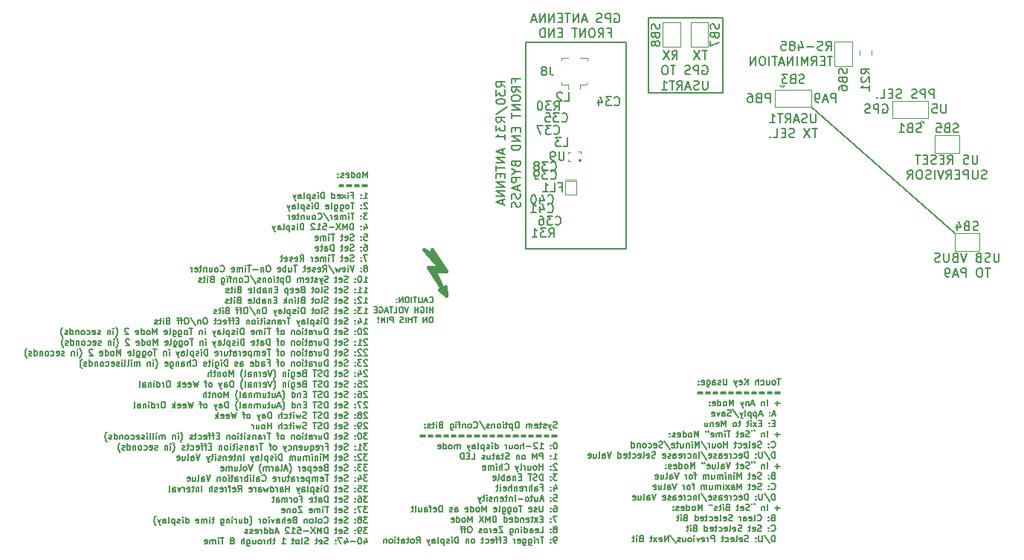
<source format=gbr>
G04 #@! TF.GenerationSoftware,KiCad,Pcbnew,(5.1.0-0)*
G04 #@! TF.CreationDate,2019-05-22T00:58:43-05:00*
G04 #@! TF.ProjectId,TubeClock,54756265-436c-46f6-936b-2e6b69636164,rev?*
G04 #@! TF.SameCoordinates,Original*
G04 #@! TF.FileFunction,Legend,Bot*
G04 #@! TF.FilePolarity,Positive*
%FSLAX46Y46*%
G04 Gerber Fmt 4.6, Leading zero omitted, Abs format (unit mm)*
G04 Created by KiCad (PCBNEW (5.1.0-0)) date 2019-05-22 00:58:43*
%MOMM*%
%LPD*%
G04 APERTURE LIST*
%ADD10C,0.150000*%
%ADD11C,0.190500*%
%ADD12C,0.152400*%
%ADD13C,0.127000*%
%ADD14C,0.200000*%
%ADD15C,0.120000*%
%ADD16C,0.100000*%
%ADD17C,0.381000*%
G04 APERTURE END LIST*
D10*
X169697400Y-93726000D02*
X161188400Y-93726000D01*
X169697400Y-102235000D02*
X169697400Y-93726000D01*
X161188400Y-102235000D02*
X169697400Y-102235000D01*
X161188400Y-93726000D02*
X161188400Y-102235000D01*
D11*
X180286780Y-104631369D02*
X180286780Y-105453845D01*
X180238400Y-105550607D01*
X180190019Y-105598988D01*
X180093257Y-105647369D01*
X179899733Y-105647369D01*
X179802971Y-105598988D01*
X179754590Y-105550607D01*
X179706209Y-105453845D01*
X179706209Y-104631369D01*
X179270780Y-105598988D02*
X179125638Y-105647369D01*
X178883733Y-105647369D01*
X178786971Y-105598988D01*
X178738590Y-105550607D01*
X178690209Y-105453845D01*
X178690209Y-105357083D01*
X178738590Y-105260321D01*
X178786971Y-105211940D01*
X178883733Y-105163559D01*
X179077257Y-105115178D01*
X179174019Y-105066797D01*
X179222400Y-105018416D01*
X179270780Y-104921654D01*
X179270780Y-104824892D01*
X179222400Y-104728130D01*
X179174019Y-104679750D01*
X179077257Y-104631369D01*
X178835352Y-104631369D01*
X178690209Y-104679750D01*
X178303161Y-105357083D02*
X177819352Y-105357083D01*
X178399923Y-105647369D02*
X178061257Y-104631369D01*
X177722590Y-105647369D01*
X176803352Y-105647369D02*
X177142019Y-105163559D01*
X177383923Y-105647369D02*
X177383923Y-104631369D01*
X176996876Y-104631369D01*
X176900114Y-104679750D01*
X176851733Y-104728130D01*
X176803352Y-104824892D01*
X176803352Y-104970035D01*
X176851733Y-105066797D01*
X176900114Y-105115178D01*
X176996876Y-105163559D01*
X177383923Y-105163559D01*
X176513066Y-104631369D02*
X175932495Y-104631369D01*
X176222780Y-105647369D02*
X176222780Y-104631369D01*
X175061638Y-105647369D02*
X175642209Y-105647369D01*
X175351923Y-105647369D02*
X175351923Y-104631369D01*
X175448685Y-104776511D01*
X175545447Y-104873273D01*
X175642209Y-104921654D01*
X180456114Y-106345869D02*
X179875542Y-106345869D01*
X180165828Y-107361869D02*
X180165828Y-106345869D01*
X179633638Y-106345869D02*
X178956304Y-107361869D01*
X178956304Y-106345869D02*
X179633638Y-107361869D01*
X177843542Y-107313488D02*
X177698400Y-107361869D01*
X177456495Y-107361869D01*
X177359733Y-107313488D01*
X177311352Y-107265107D01*
X177262971Y-107168345D01*
X177262971Y-107071583D01*
X177311352Y-106974821D01*
X177359733Y-106926440D01*
X177456495Y-106878059D01*
X177650019Y-106829678D01*
X177746780Y-106781297D01*
X177795161Y-106732916D01*
X177843542Y-106636154D01*
X177843542Y-106539392D01*
X177795161Y-106442630D01*
X177746780Y-106394250D01*
X177650019Y-106345869D01*
X177408114Y-106345869D01*
X177262971Y-106394250D01*
X176827542Y-106829678D02*
X176488876Y-106829678D01*
X176343733Y-107361869D02*
X176827542Y-107361869D01*
X176827542Y-106345869D01*
X176343733Y-106345869D01*
X175424495Y-107361869D02*
X175908304Y-107361869D01*
X175908304Y-106345869D01*
X175085828Y-107265107D02*
X175037447Y-107313488D01*
X175085828Y-107361869D01*
X175134209Y-107313488D01*
X175085828Y-107265107D01*
X175085828Y-107361869D01*
D12*
X196095400Y-118253000D02*
X179748400Y-103870000D01*
X157360257Y-93268800D02*
X157457019Y-93220419D01*
X157602161Y-93220419D01*
X157747304Y-93268800D01*
X157844066Y-93365561D01*
X157892447Y-93462323D01*
X157940828Y-93655847D01*
X157940828Y-93800990D01*
X157892447Y-93994514D01*
X157844066Y-94091276D01*
X157747304Y-94188038D01*
X157602161Y-94236419D01*
X157505400Y-94236419D01*
X157360257Y-94188038D01*
X157311876Y-94139657D01*
X157311876Y-93800990D01*
X157505400Y-93800990D01*
X156876447Y-94236419D02*
X156876447Y-93220419D01*
X156489400Y-93220419D01*
X156392638Y-93268800D01*
X156344257Y-93317180D01*
X156295876Y-93413942D01*
X156295876Y-93559085D01*
X156344257Y-93655847D01*
X156392638Y-93704228D01*
X156489400Y-93752609D01*
X156876447Y-93752609D01*
X155908828Y-94188038D02*
X155763685Y-94236419D01*
X155521780Y-94236419D01*
X155425019Y-94188038D01*
X155376638Y-94139657D01*
X155328257Y-94042895D01*
X155328257Y-93946133D01*
X155376638Y-93849371D01*
X155425019Y-93800990D01*
X155521780Y-93752609D01*
X155715304Y-93704228D01*
X155812066Y-93655847D01*
X155860447Y-93607466D01*
X155908828Y-93510704D01*
X155908828Y-93413942D01*
X155860447Y-93317180D01*
X155812066Y-93268800D01*
X155715304Y-93220419D01*
X155473400Y-93220419D01*
X155328257Y-93268800D01*
X154167114Y-93946133D02*
X153683304Y-93946133D01*
X154263876Y-94236419D02*
X153925209Y-93220419D01*
X153586542Y-94236419D01*
X153247876Y-94236419D02*
X153247876Y-93220419D01*
X152667304Y-94236419D01*
X152667304Y-93220419D01*
X152328638Y-93220419D02*
X151748066Y-93220419D01*
X152038352Y-94236419D02*
X152038352Y-93220419D01*
X151409400Y-93704228D02*
X151070733Y-93704228D01*
X150925590Y-94236419D02*
X151409400Y-94236419D01*
X151409400Y-93220419D01*
X150925590Y-93220419D01*
X150490161Y-94236419D02*
X150490161Y-93220419D01*
X149909590Y-94236419D01*
X149909590Y-93220419D01*
X149425780Y-94236419D02*
X149425780Y-93220419D01*
X148845209Y-94236419D01*
X148845209Y-93220419D01*
X148409780Y-93946133D02*
X147925971Y-93946133D01*
X148506542Y-94236419D02*
X148167876Y-93220419D01*
X147829209Y-94236419D01*
X156634542Y-95380628D02*
X156973209Y-95380628D01*
X156973209Y-95912819D02*
X156973209Y-94896819D01*
X156489400Y-94896819D01*
X155521780Y-95912819D02*
X155860447Y-95429009D01*
X156102352Y-95912819D02*
X156102352Y-94896819D01*
X155715304Y-94896819D01*
X155618542Y-94945200D01*
X155570161Y-94993580D01*
X155521780Y-95090342D01*
X155521780Y-95235485D01*
X155570161Y-95332247D01*
X155618542Y-95380628D01*
X155715304Y-95429009D01*
X156102352Y-95429009D01*
X154892828Y-94896819D02*
X154699304Y-94896819D01*
X154602542Y-94945200D01*
X154505780Y-95041961D01*
X154457400Y-95235485D01*
X154457400Y-95574152D01*
X154505780Y-95767676D01*
X154602542Y-95864438D01*
X154699304Y-95912819D01*
X154892828Y-95912819D01*
X154989590Y-95864438D01*
X155086352Y-95767676D01*
X155134733Y-95574152D01*
X155134733Y-95235485D01*
X155086352Y-95041961D01*
X154989590Y-94945200D01*
X154892828Y-94896819D01*
X154021971Y-95912819D02*
X154021971Y-94896819D01*
X153441400Y-95912819D01*
X153441400Y-94896819D01*
X153102733Y-94896819D02*
X152522161Y-94896819D01*
X152812447Y-95912819D02*
X152812447Y-94896819D01*
X151409400Y-95380628D02*
X151070733Y-95380628D01*
X150925590Y-95912819D02*
X151409400Y-95912819D01*
X151409400Y-94896819D01*
X150925590Y-94896819D01*
X150490161Y-95912819D02*
X150490161Y-94896819D01*
X149909590Y-95912819D01*
X149909590Y-94896819D01*
X149425780Y-95912819D02*
X149425780Y-94896819D01*
X149183876Y-94896819D01*
X149038733Y-94945200D01*
X148941971Y-95041961D01*
X148893590Y-95138723D01*
X148845209Y-95332247D01*
X148845209Y-95477390D01*
X148893590Y-95670914D01*
X148941971Y-95767676D01*
X149038733Y-95864438D01*
X149183876Y-95912819D01*
X149425780Y-95912819D01*
D10*
X158648400Y-120015000D02*
X147218400Y-120015000D01*
X158648400Y-96520000D02*
X158648400Y-120015000D01*
X147218400Y-96520000D02*
X158648400Y-96520000D01*
X147218400Y-120015000D02*
X147218400Y-96520000D01*
D11*
X167919400Y-97424119D02*
X167338828Y-97424119D01*
X167629114Y-98440119D02*
X167629114Y-97424119D01*
X167096923Y-97424119D02*
X166419590Y-98440119D01*
X166419590Y-97424119D02*
X167096923Y-98440119D01*
X163903780Y-98440119D02*
X164242447Y-97956309D01*
X164484352Y-98440119D02*
X164484352Y-97424119D01*
X164097304Y-97424119D01*
X164000542Y-97472500D01*
X163952161Y-97520880D01*
X163903780Y-97617642D01*
X163903780Y-97762785D01*
X163952161Y-97859547D01*
X164000542Y-97907928D01*
X164097304Y-97956309D01*
X164484352Y-97956309D01*
X163565114Y-97424119D02*
X162887780Y-98440119D01*
X162887780Y-97424119D02*
X163565114Y-98440119D01*
X167411400Y-99187000D02*
X167508161Y-99138619D01*
X167653304Y-99138619D01*
X167798447Y-99187000D01*
X167895209Y-99283761D01*
X167943590Y-99380523D01*
X167991971Y-99574047D01*
X167991971Y-99719190D01*
X167943590Y-99912714D01*
X167895209Y-100009476D01*
X167798447Y-100106238D01*
X167653304Y-100154619D01*
X167556542Y-100154619D01*
X167411400Y-100106238D01*
X167363019Y-100057857D01*
X167363019Y-99719190D01*
X167556542Y-99719190D01*
X166927590Y-100154619D02*
X166927590Y-99138619D01*
X166540542Y-99138619D01*
X166443780Y-99187000D01*
X166395400Y-99235380D01*
X166347019Y-99332142D01*
X166347019Y-99477285D01*
X166395400Y-99574047D01*
X166443780Y-99622428D01*
X166540542Y-99670809D01*
X166927590Y-99670809D01*
X165959971Y-100106238D02*
X165814828Y-100154619D01*
X165572923Y-100154619D01*
X165476161Y-100106238D01*
X165427780Y-100057857D01*
X165379400Y-99961095D01*
X165379400Y-99864333D01*
X165427780Y-99767571D01*
X165476161Y-99719190D01*
X165572923Y-99670809D01*
X165766447Y-99622428D01*
X165863209Y-99574047D01*
X165911590Y-99525666D01*
X165959971Y-99428904D01*
X165959971Y-99332142D01*
X165911590Y-99235380D01*
X165863209Y-99187000D01*
X165766447Y-99138619D01*
X165524542Y-99138619D01*
X165379400Y-99187000D01*
X164315019Y-99138619D02*
X163734447Y-99138619D01*
X164024733Y-100154619D02*
X164024733Y-99138619D01*
X163202257Y-99138619D02*
X163008733Y-99138619D01*
X162911971Y-99187000D01*
X162815209Y-99283761D01*
X162766828Y-99477285D01*
X162766828Y-99815952D01*
X162815209Y-100009476D01*
X162911971Y-100106238D01*
X163008733Y-100154619D01*
X163202257Y-100154619D01*
X163299019Y-100106238D01*
X163395780Y-100009476D01*
X163444161Y-99815952D01*
X163444161Y-99477285D01*
X163395780Y-99283761D01*
X163299019Y-99187000D01*
X163202257Y-99138619D01*
X167967780Y-100853119D02*
X167967780Y-101675595D01*
X167919400Y-101772357D01*
X167871019Y-101820738D01*
X167774257Y-101869119D01*
X167580733Y-101869119D01*
X167483971Y-101820738D01*
X167435590Y-101772357D01*
X167387209Y-101675595D01*
X167387209Y-100853119D01*
X166951780Y-101820738D02*
X166806638Y-101869119D01*
X166564733Y-101869119D01*
X166467971Y-101820738D01*
X166419590Y-101772357D01*
X166371209Y-101675595D01*
X166371209Y-101578833D01*
X166419590Y-101482071D01*
X166467971Y-101433690D01*
X166564733Y-101385309D01*
X166758257Y-101336928D01*
X166855019Y-101288547D01*
X166903400Y-101240166D01*
X166951780Y-101143404D01*
X166951780Y-101046642D01*
X166903400Y-100949880D01*
X166855019Y-100901500D01*
X166758257Y-100853119D01*
X166516352Y-100853119D01*
X166371209Y-100901500D01*
X165984161Y-101578833D02*
X165500352Y-101578833D01*
X166080923Y-101869119D02*
X165742257Y-100853119D01*
X165403590Y-101869119D01*
X164484352Y-101869119D02*
X164823019Y-101385309D01*
X165064923Y-101869119D02*
X165064923Y-100853119D01*
X164677876Y-100853119D01*
X164581114Y-100901500D01*
X164532733Y-100949880D01*
X164484352Y-101046642D01*
X164484352Y-101191785D01*
X164532733Y-101288547D01*
X164581114Y-101336928D01*
X164677876Y-101385309D01*
X165064923Y-101385309D01*
X164194066Y-100853119D02*
X163613495Y-100853119D01*
X163903780Y-101869119D02*
X163903780Y-100853119D01*
X162742638Y-101869119D02*
X163323209Y-101869119D01*
X163032923Y-101869119D02*
X163032923Y-100853119D01*
X163129685Y-100998261D01*
X163226447Y-101095023D01*
X163323209Y-101143404D01*
D13*
X150810383Y-140406966D02*
X150708783Y-140440833D01*
X150539450Y-140440833D01*
X150471716Y-140406966D01*
X150437850Y-140373100D01*
X150403983Y-140305366D01*
X150403983Y-140237633D01*
X150437850Y-140169900D01*
X150471716Y-140136033D01*
X150539450Y-140102166D01*
X150674916Y-140068300D01*
X150742650Y-140034433D01*
X150776516Y-140000566D01*
X150810383Y-139932833D01*
X150810383Y-139865100D01*
X150776516Y-139797366D01*
X150742650Y-139763500D01*
X150674916Y-139729633D01*
X150505583Y-139729633D01*
X150403983Y-139763500D01*
X150166916Y-139966700D02*
X149997583Y-140440833D01*
X149828250Y-139966700D02*
X149997583Y-140440833D01*
X150065316Y-140610166D01*
X150099183Y-140644033D01*
X150166916Y-140677900D01*
X149591183Y-140406966D02*
X149523450Y-140440833D01*
X149387983Y-140440833D01*
X149320250Y-140406966D01*
X149286383Y-140339233D01*
X149286383Y-140305366D01*
X149320250Y-140237633D01*
X149387983Y-140203766D01*
X149489583Y-140203766D01*
X149557316Y-140169900D01*
X149591183Y-140102166D01*
X149591183Y-140068300D01*
X149557316Y-140000566D01*
X149489583Y-139966700D01*
X149387983Y-139966700D01*
X149320250Y-140000566D01*
X149083183Y-139966700D02*
X148812250Y-139966700D01*
X148981583Y-139729633D02*
X148981583Y-140339233D01*
X148947716Y-140406966D01*
X148879983Y-140440833D01*
X148812250Y-140440833D01*
X148304250Y-140406966D02*
X148371983Y-140440833D01*
X148507450Y-140440833D01*
X148575183Y-140406966D01*
X148609050Y-140339233D01*
X148609050Y-140068300D01*
X148575183Y-140000566D01*
X148507450Y-139966700D01*
X148371983Y-139966700D01*
X148304250Y-140000566D01*
X148270383Y-140068300D01*
X148270383Y-140136033D01*
X148609050Y-140203766D01*
X147965583Y-140440833D02*
X147965583Y-139966700D01*
X147965583Y-140034433D02*
X147931716Y-140000566D01*
X147863983Y-139966700D01*
X147762383Y-139966700D01*
X147694650Y-140000566D01*
X147660783Y-140068300D01*
X147660783Y-140440833D01*
X147660783Y-140068300D02*
X147626916Y-140000566D01*
X147559183Y-139966700D01*
X147457583Y-139966700D01*
X147389850Y-140000566D01*
X147355983Y-140068300D01*
X147355983Y-140440833D01*
X146339983Y-139729633D02*
X146204516Y-139729633D01*
X146136783Y-139763500D01*
X146069050Y-139831233D01*
X146035183Y-139966700D01*
X146035183Y-140203766D01*
X146069050Y-140339233D01*
X146136783Y-140406966D01*
X146204516Y-140440833D01*
X146339983Y-140440833D01*
X146407716Y-140406966D01*
X146475450Y-140339233D01*
X146509316Y-140203766D01*
X146509316Y-139966700D01*
X146475450Y-139831233D01*
X146407716Y-139763500D01*
X146339983Y-139729633D01*
X145730383Y-139966700D02*
X145730383Y-140677900D01*
X145730383Y-140000566D02*
X145662650Y-139966700D01*
X145527183Y-139966700D01*
X145459450Y-140000566D01*
X145425583Y-140034433D01*
X145391716Y-140102166D01*
X145391716Y-140305366D01*
X145425583Y-140373100D01*
X145459450Y-140406966D01*
X145527183Y-140440833D01*
X145662650Y-140440833D01*
X145730383Y-140406966D01*
X145188516Y-139966700D02*
X144917583Y-139966700D01*
X145086916Y-139729633D02*
X145086916Y-140339233D01*
X145053050Y-140406966D01*
X144985316Y-140440833D01*
X144917583Y-140440833D01*
X144680516Y-140440833D02*
X144680516Y-139966700D01*
X144680516Y-139729633D02*
X144714383Y-139763500D01*
X144680516Y-139797366D01*
X144646650Y-139763500D01*
X144680516Y-139729633D01*
X144680516Y-139797366D01*
X144240250Y-140440833D02*
X144307983Y-140406966D01*
X144341850Y-140373100D01*
X144375716Y-140305366D01*
X144375716Y-140102166D01*
X144341850Y-140034433D01*
X144307983Y-140000566D01*
X144240250Y-139966700D01*
X144138650Y-139966700D01*
X144070916Y-140000566D01*
X144037050Y-140034433D01*
X144003183Y-140102166D01*
X144003183Y-140305366D01*
X144037050Y-140373100D01*
X144070916Y-140406966D01*
X144138650Y-140440833D01*
X144240250Y-140440833D01*
X143698383Y-139966700D02*
X143698383Y-140440833D01*
X143698383Y-140034433D02*
X143664516Y-140000566D01*
X143596783Y-139966700D01*
X143495183Y-139966700D01*
X143427450Y-140000566D01*
X143393583Y-140068300D01*
X143393583Y-140440833D01*
X143088783Y-140406966D02*
X143021050Y-140440833D01*
X142885583Y-140440833D01*
X142817850Y-140406966D01*
X142783983Y-140339233D01*
X142783983Y-140305366D01*
X142817850Y-140237633D01*
X142885583Y-140203766D01*
X142987183Y-140203766D01*
X143054916Y-140169900D01*
X143088783Y-140102166D01*
X143088783Y-140068300D01*
X143054916Y-140000566D01*
X142987183Y-139966700D01*
X142885583Y-139966700D01*
X142817850Y-140000566D01*
X141971183Y-139695766D02*
X142580783Y-140610166D01*
X141327716Y-140373100D02*
X141361583Y-140406966D01*
X141463183Y-140440833D01*
X141530916Y-140440833D01*
X141632516Y-140406966D01*
X141700250Y-140339233D01*
X141734116Y-140271500D01*
X141767983Y-140136033D01*
X141767983Y-140034433D01*
X141734116Y-139898966D01*
X141700250Y-139831233D01*
X141632516Y-139763500D01*
X141530916Y-139729633D01*
X141463183Y-139729633D01*
X141361583Y-139763500D01*
X141327716Y-139797366D01*
X140921316Y-140440833D02*
X140989050Y-140406966D01*
X141022916Y-140373100D01*
X141056783Y-140305366D01*
X141056783Y-140102166D01*
X141022916Y-140034433D01*
X140989050Y-140000566D01*
X140921316Y-139966700D01*
X140819716Y-139966700D01*
X140751983Y-140000566D01*
X140718116Y-140034433D01*
X140684250Y-140102166D01*
X140684250Y-140305366D01*
X140718116Y-140373100D01*
X140751983Y-140406966D01*
X140819716Y-140440833D01*
X140921316Y-140440833D01*
X140379450Y-139966700D02*
X140379450Y-140440833D01*
X140379450Y-140034433D02*
X140345583Y-140000566D01*
X140277850Y-139966700D01*
X140176250Y-139966700D01*
X140108516Y-140000566D01*
X140074650Y-140068300D01*
X140074650Y-140440833D01*
X139837583Y-139966700D02*
X139566650Y-139966700D01*
X139735983Y-140440833D02*
X139735983Y-139831233D01*
X139702116Y-139763500D01*
X139634383Y-139729633D01*
X139566650Y-139729633D01*
X139329583Y-140440833D02*
X139329583Y-139966700D01*
X139329583Y-139729633D02*
X139363450Y-139763500D01*
X139329583Y-139797366D01*
X139295716Y-139763500D01*
X139329583Y-139729633D01*
X139329583Y-139797366D01*
X138686116Y-139966700D02*
X138686116Y-140542433D01*
X138719983Y-140610166D01*
X138753850Y-140644033D01*
X138821583Y-140677900D01*
X138923183Y-140677900D01*
X138990916Y-140644033D01*
X138686116Y-140406966D02*
X138753850Y-140440833D01*
X138889316Y-140440833D01*
X138957050Y-140406966D01*
X138990916Y-140373100D01*
X139024783Y-140305366D01*
X139024783Y-140102166D01*
X138990916Y-140034433D01*
X138957050Y-140000566D01*
X138889316Y-139966700D01*
X138753850Y-139966700D01*
X138686116Y-140000566D01*
X137568516Y-140068300D02*
X137466916Y-140102166D01*
X137433050Y-140136033D01*
X137399183Y-140203766D01*
X137399183Y-140305366D01*
X137433050Y-140373100D01*
X137466916Y-140406966D01*
X137534650Y-140440833D01*
X137805583Y-140440833D01*
X137805583Y-139729633D01*
X137568516Y-139729633D01*
X137500783Y-139763500D01*
X137466916Y-139797366D01*
X137433050Y-139865100D01*
X137433050Y-139932833D01*
X137466916Y-140000566D01*
X137500783Y-140034433D01*
X137568516Y-140068300D01*
X137805583Y-140068300D01*
X137094383Y-140440833D02*
X137094383Y-139966700D01*
X137094383Y-139729633D02*
X137128250Y-139763500D01*
X137094383Y-139797366D01*
X137060516Y-139763500D01*
X137094383Y-139729633D01*
X137094383Y-139797366D01*
X136857316Y-139966700D02*
X136586383Y-139966700D01*
X136755716Y-139729633D02*
X136755716Y-140339233D01*
X136721850Y-140406966D01*
X136654116Y-140440833D01*
X136586383Y-140440833D01*
X136383183Y-140406966D02*
X136315450Y-140440833D01*
X136179983Y-140440833D01*
X136112250Y-140406966D01*
X136078383Y-140339233D01*
X136078383Y-140305366D01*
X136112250Y-140237633D01*
X136179983Y-140203766D01*
X136281583Y-140203766D01*
X136349316Y-140169900D01*
X136383183Y-140102166D01*
X136383183Y-140068300D01*
X136349316Y-140000566D01*
X136281583Y-139966700D01*
X136179983Y-139966700D01*
X136112250Y-140000566D01*
X135773583Y-140373100D02*
X135739716Y-140406966D01*
X135773583Y-140440833D01*
X135807450Y-140406966D01*
X135773583Y-140373100D01*
X135773583Y-140440833D01*
X135773583Y-140000566D02*
X135739716Y-140034433D01*
X135773583Y-140068300D01*
X135807450Y-140034433D01*
X135773583Y-140000566D01*
X135773583Y-140068300D01*
X150776516Y-141262100D02*
X150234650Y-141262100D01*
X150234650Y-141465300D02*
X150776516Y-141465300D01*
X149895983Y-141262100D02*
X149354116Y-141262100D01*
X149354116Y-141465300D02*
X149895983Y-141465300D01*
X149015450Y-141262100D02*
X148473583Y-141262100D01*
X148473583Y-141465300D02*
X149015450Y-141465300D01*
X148134916Y-141262100D02*
X147593050Y-141262100D01*
X147593050Y-141465300D02*
X148134916Y-141465300D01*
X147254383Y-141262100D02*
X146712516Y-141262100D01*
X146712516Y-141465300D02*
X147254383Y-141465300D01*
X146373850Y-141262100D02*
X145831983Y-141262100D01*
X145831983Y-141465300D02*
X146373850Y-141465300D01*
X145493316Y-141262100D02*
X144951450Y-141262100D01*
X144951450Y-141465300D02*
X145493316Y-141465300D01*
X144612783Y-141262100D02*
X144070916Y-141262100D01*
X144070916Y-141465300D02*
X144612783Y-141465300D01*
X143732250Y-141262100D02*
X143190383Y-141262100D01*
X143190383Y-141465300D02*
X143732250Y-141465300D01*
X142851716Y-141262100D02*
X142309850Y-141262100D01*
X142309850Y-141465300D02*
X142851716Y-141465300D01*
X141971183Y-141262100D02*
X141429316Y-141262100D01*
X141429316Y-141465300D02*
X141971183Y-141465300D01*
X141090650Y-141262100D02*
X140548783Y-141262100D01*
X140548783Y-141465300D02*
X141090650Y-141465300D01*
X140210116Y-141262100D02*
X139668250Y-141262100D01*
X139668250Y-141465300D02*
X140210116Y-141465300D01*
X139329583Y-141262100D02*
X138787716Y-141262100D01*
X138787716Y-141465300D02*
X139329583Y-141465300D01*
X138449050Y-141262100D02*
X137907183Y-141262100D01*
X137907183Y-141465300D02*
X138449050Y-141465300D01*
X137568516Y-141262100D02*
X137026650Y-141262100D01*
X137026650Y-141465300D02*
X137568516Y-141465300D01*
X136687983Y-141262100D02*
X136146116Y-141262100D01*
X136146116Y-141465300D02*
X136687983Y-141465300D01*
X135807450Y-141262100D02*
X135265583Y-141262100D01*
X135265583Y-141465300D02*
X135807450Y-141465300D01*
X150641050Y-142117233D02*
X150573316Y-142117233D01*
X150505583Y-142151100D01*
X150471716Y-142184966D01*
X150437850Y-142252700D01*
X150403983Y-142388166D01*
X150403983Y-142557500D01*
X150437850Y-142692966D01*
X150471716Y-142760700D01*
X150505583Y-142794566D01*
X150573316Y-142828433D01*
X150641050Y-142828433D01*
X150708783Y-142794566D01*
X150742650Y-142760700D01*
X150776516Y-142692966D01*
X150810383Y-142557500D01*
X150810383Y-142388166D01*
X150776516Y-142252700D01*
X150742650Y-142184966D01*
X150708783Y-142151100D01*
X150641050Y-142117233D01*
X150099183Y-142760700D02*
X150065316Y-142794566D01*
X150099183Y-142828433D01*
X150133050Y-142794566D01*
X150099183Y-142760700D01*
X150099183Y-142828433D01*
X150099183Y-142388166D02*
X150065316Y-142422033D01*
X150099183Y-142455900D01*
X150133050Y-142422033D01*
X150099183Y-142388166D01*
X150099183Y-142455900D01*
X148846116Y-142828433D02*
X149252516Y-142828433D01*
X149049316Y-142828433D02*
X149049316Y-142117233D01*
X149117050Y-142218833D01*
X149184783Y-142286566D01*
X149252516Y-142320433D01*
X148575183Y-142184966D02*
X148541316Y-142151100D01*
X148473583Y-142117233D01*
X148304250Y-142117233D01*
X148236516Y-142151100D01*
X148202650Y-142184966D01*
X148168783Y-142252700D01*
X148168783Y-142320433D01*
X148202650Y-142422033D01*
X148609050Y-142828433D01*
X148168783Y-142828433D01*
X147863983Y-142557500D02*
X147322116Y-142557500D01*
X146983450Y-142828433D02*
X146983450Y-142117233D01*
X146678650Y-142828433D02*
X146678650Y-142455900D01*
X146712516Y-142388166D01*
X146780250Y-142354300D01*
X146881850Y-142354300D01*
X146949583Y-142388166D01*
X146983450Y-142422033D01*
X146238383Y-142828433D02*
X146306116Y-142794566D01*
X146339983Y-142760700D01*
X146373850Y-142692966D01*
X146373850Y-142489766D01*
X146339983Y-142422033D01*
X146306116Y-142388166D01*
X146238383Y-142354300D01*
X146136783Y-142354300D01*
X146069050Y-142388166D01*
X146035183Y-142422033D01*
X146001316Y-142489766D01*
X146001316Y-142692966D01*
X146035183Y-142760700D01*
X146069050Y-142794566D01*
X146136783Y-142828433D01*
X146238383Y-142828433D01*
X145391716Y-142354300D02*
X145391716Y-142828433D01*
X145696516Y-142354300D02*
X145696516Y-142726833D01*
X145662650Y-142794566D01*
X145594916Y-142828433D01*
X145493316Y-142828433D01*
X145425583Y-142794566D01*
X145391716Y-142760700D01*
X145053050Y-142828433D02*
X145053050Y-142354300D01*
X145053050Y-142489766D02*
X145019183Y-142422033D01*
X144985316Y-142388166D01*
X144917583Y-142354300D01*
X144849850Y-142354300D01*
X143766116Y-142828433D02*
X143766116Y-142117233D01*
X143766116Y-142794566D02*
X143833850Y-142828433D01*
X143969316Y-142828433D01*
X144037050Y-142794566D01*
X144070916Y-142760700D01*
X144104783Y-142692966D01*
X144104783Y-142489766D01*
X144070916Y-142422033D01*
X144037050Y-142388166D01*
X143969316Y-142354300D01*
X143833850Y-142354300D01*
X143766116Y-142388166D01*
X143427450Y-142828433D02*
X143427450Y-142354300D01*
X143427450Y-142117233D02*
X143461316Y-142151100D01*
X143427450Y-142184966D01*
X143393583Y-142151100D01*
X143427450Y-142117233D01*
X143427450Y-142184966D01*
X143122650Y-142794566D02*
X143054916Y-142828433D01*
X142919450Y-142828433D01*
X142851716Y-142794566D01*
X142817850Y-142726833D01*
X142817850Y-142692966D01*
X142851716Y-142625233D01*
X142919450Y-142591366D01*
X143021050Y-142591366D01*
X143088783Y-142557500D01*
X143122650Y-142489766D01*
X143122650Y-142455900D01*
X143088783Y-142388166D01*
X143021050Y-142354300D01*
X142919450Y-142354300D01*
X142851716Y-142388166D01*
X142513050Y-142354300D02*
X142513050Y-143065500D01*
X142513050Y-142388166D02*
X142445316Y-142354300D01*
X142309850Y-142354300D01*
X142242116Y-142388166D01*
X142208250Y-142422033D01*
X142174383Y-142489766D01*
X142174383Y-142692966D01*
X142208250Y-142760700D01*
X142242116Y-142794566D01*
X142309850Y-142828433D01*
X142445316Y-142828433D01*
X142513050Y-142794566D01*
X141767983Y-142828433D02*
X141835716Y-142794566D01*
X141869583Y-142726833D01*
X141869583Y-142117233D01*
X141192250Y-142828433D02*
X141192250Y-142455900D01*
X141226116Y-142388166D01*
X141293850Y-142354300D01*
X141429316Y-142354300D01*
X141497050Y-142388166D01*
X141192250Y-142794566D02*
X141259983Y-142828433D01*
X141429316Y-142828433D01*
X141497050Y-142794566D01*
X141530916Y-142726833D01*
X141530916Y-142659100D01*
X141497050Y-142591366D01*
X141429316Y-142557500D01*
X141259983Y-142557500D01*
X141192250Y-142523633D01*
X140921316Y-142354300D02*
X140751983Y-142828433D01*
X140582650Y-142354300D02*
X140751983Y-142828433D01*
X140819716Y-142997766D01*
X140853583Y-143031633D01*
X140921316Y-143065500D01*
X139769850Y-142828433D02*
X139769850Y-142354300D01*
X139769850Y-142422033D02*
X139735983Y-142388166D01*
X139668250Y-142354300D01*
X139566650Y-142354300D01*
X139498916Y-142388166D01*
X139465050Y-142455900D01*
X139465050Y-142828433D01*
X139465050Y-142455900D02*
X139431183Y-142388166D01*
X139363450Y-142354300D01*
X139261850Y-142354300D01*
X139194116Y-142388166D01*
X139160250Y-142455900D01*
X139160250Y-142828433D01*
X138719983Y-142828433D02*
X138787716Y-142794566D01*
X138821583Y-142760700D01*
X138855450Y-142692966D01*
X138855450Y-142489766D01*
X138821583Y-142422033D01*
X138787716Y-142388166D01*
X138719983Y-142354300D01*
X138618383Y-142354300D01*
X138550650Y-142388166D01*
X138516783Y-142422033D01*
X138482916Y-142489766D01*
X138482916Y-142692966D01*
X138516783Y-142760700D01*
X138550650Y-142794566D01*
X138618383Y-142828433D01*
X138719983Y-142828433D01*
X137873316Y-142828433D02*
X137873316Y-142117233D01*
X137873316Y-142794566D02*
X137941050Y-142828433D01*
X138076516Y-142828433D01*
X138144250Y-142794566D01*
X138178116Y-142760700D01*
X138211983Y-142692966D01*
X138211983Y-142489766D01*
X138178116Y-142422033D01*
X138144250Y-142388166D01*
X138076516Y-142354300D01*
X137941050Y-142354300D01*
X137873316Y-142388166D01*
X137263716Y-142794566D02*
X137331450Y-142828433D01*
X137466916Y-142828433D01*
X137534650Y-142794566D01*
X137568516Y-142726833D01*
X137568516Y-142455900D01*
X137534650Y-142388166D01*
X137466916Y-142354300D01*
X137331450Y-142354300D01*
X137263716Y-142388166D01*
X137229850Y-142455900D01*
X137229850Y-142523633D01*
X137568516Y-142591366D01*
X150403983Y-144022233D02*
X150810383Y-144022233D01*
X150607183Y-144022233D02*
X150607183Y-143311033D01*
X150674916Y-143412633D01*
X150742650Y-143480366D01*
X150810383Y-143514233D01*
X150099183Y-143954500D02*
X150065316Y-143988366D01*
X150099183Y-144022233D01*
X150133050Y-143988366D01*
X150099183Y-143954500D01*
X150099183Y-144022233D01*
X150099183Y-143581966D02*
X150065316Y-143615833D01*
X150099183Y-143649700D01*
X150133050Y-143615833D01*
X150099183Y-143581966D01*
X150099183Y-143649700D01*
X149218650Y-144022233D02*
X149218650Y-143311033D01*
X148947716Y-143311033D01*
X148879983Y-143344900D01*
X148846116Y-143378766D01*
X148812250Y-143446500D01*
X148812250Y-143548100D01*
X148846116Y-143615833D01*
X148879983Y-143649700D01*
X148947716Y-143683566D01*
X149218650Y-143683566D01*
X148507450Y-144022233D02*
X148507450Y-143311033D01*
X148270383Y-143819033D01*
X148033316Y-143311033D01*
X148033316Y-144022233D01*
X147051183Y-144022233D02*
X147118916Y-143988366D01*
X147152783Y-143954500D01*
X147186650Y-143886766D01*
X147186650Y-143683566D01*
X147152783Y-143615833D01*
X147118916Y-143581966D01*
X147051183Y-143548100D01*
X146949583Y-143548100D01*
X146881850Y-143581966D01*
X146847983Y-143615833D01*
X146814116Y-143683566D01*
X146814116Y-143886766D01*
X146847983Y-143954500D01*
X146881850Y-143988366D01*
X146949583Y-144022233D01*
X147051183Y-144022233D01*
X146509316Y-143548100D02*
X146509316Y-144022233D01*
X146509316Y-143615833D02*
X146475450Y-143581966D01*
X146407716Y-143548100D01*
X146306116Y-143548100D01*
X146238383Y-143581966D01*
X146204516Y-143649700D01*
X146204516Y-144022233D01*
X145357850Y-143988366D02*
X145256250Y-144022233D01*
X145086916Y-144022233D01*
X145019183Y-143988366D01*
X144985316Y-143954500D01*
X144951450Y-143886766D01*
X144951450Y-143819033D01*
X144985316Y-143751300D01*
X145019183Y-143717433D01*
X145086916Y-143683566D01*
X145222383Y-143649700D01*
X145290116Y-143615833D01*
X145323983Y-143581966D01*
X145357850Y-143514233D01*
X145357850Y-143446500D01*
X145323983Y-143378766D01*
X145290116Y-143344900D01*
X145222383Y-143311033D01*
X145053050Y-143311033D01*
X144951450Y-143344900D01*
X144748250Y-143548100D02*
X144477316Y-143548100D01*
X144646650Y-143311033D02*
X144646650Y-143920633D01*
X144612783Y-143988366D01*
X144545050Y-144022233D01*
X144477316Y-144022233D01*
X143935450Y-144022233D02*
X143935450Y-143649700D01*
X143969316Y-143581966D01*
X144037050Y-143548100D01*
X144172516Y-143548100D01*
X144240250Y-143581966D01*
X143935450Y-143988366D02*
X144003183Y-144022233D01*
X144172516Y-144022233D01*
X144240250Y-143988366D01*
X144274116Y-143920633D01*
X144274116Y-143852900D01*
X144240250Y-143785166D01*
X144172516Y-143751300D01*
X144003183Y-143751300D01*
X143935450Y-143717433D01*
X143698383Y-143548100D02*
X143427450Y-143548100D01*
X143596783Y-143311033D02*
X143596783Y-143920633D01*
X143562916Y-143988366D01*
X143495183Y-144022233D01*
X143427450Y-144022233D01*
X142885583Y-143548100D02*
X142885583Y-144022233D01*
X143190383Y-143548100D02*
X143190383Y-143920633D01*
X143156516Y-143988366D01*
X143088783Y-144022233D01*
X142987183Y-144022233D01*
X142919450Y-143988366D01*
X142885583Y-143954500D01*
X142580783Y-143988366D02*
X142513050Y-144022233D01*
X142377583Y-144022233D01*
X142309850Y-143988366D01*
X142275983Y-143920633D01*
X142275983Y-143886766D01*
X142309850Y-143819033D01*
X142377583Y-143785166D01*
X142479183Y-143785166D01*
X142546916Y-143751300D01*
X142580783Y-143683566D01*
X142580783Y-143649700D01*
X142546916Y-143581966D01*
X142479183Y-143548100D01*
X142377583Y-143548100D01*
X142309850Y-143581966D01*
X141090650Y-144022233D02*
X141429316Y-144022233D01*
X141429316Y-143311033D01*
X140853583Y-143649700D02*
X140616516Y-143649700D01*
X140514916Y-144022233D02*
X140853583Y-144022233D01*
X140853583Y-143311033D01*
X140514916Y-143311033D01*
X140210116Y-144022233D02*
X140210116Y-143311033D01*
X140040783Y-143311033D01*
X139939183Y-143344900D01*
X139871450Y-143412633D01*
X139837583Y-143480366D01*
X139803716Y-143615833D01*
X139803716Y-143717433D01*
X139837583Y-143852900D01*
X139871450Y-143920633D01*
X139939183Y-143988366D01*
X140040783Y-144022233D01*
X140210116Y-144022233D01*
X150810383Y-144572566D02*
X150776516Y-144538700D01*
X150708783Y-144504833D01*
X150539450Y-144504833D01*
X150471716Y-144538700D01*
X150437850Y-144572566D01*
X150403983Y-144640300D01*
X150403983Y-144708033D01*
X150437850Y-144809633D01*
X150844250Y-145216033D01*
X150403983Y-145216033D01*
X150099183Y-145148300D02*
X150065316Y-145182166D01*
X150099183Y-145216033D01*
X150133050Y-145182166D01*
X150099183Y-145148300D01*
X150099183Y-145216033D01*
X150099183Y-144775766D02*
X150065316Y-144809633D01*
X150099183Y-144843500D01*
X150133050Y-144809633D01*
X150099183Y-144775766D01*
X150099183Y-144843500D01*
X149218650Y-145216033D02*
X149218650Y-144504833D01*
X149218650Y-144843500D02*
X148812250Y-144843500D01*
X148812250Y-145216033D02*
X148812250Y-144504833D01*
X148371983Y-145216033D02*
X148439716Y-145182166D01*
X148473583Y-145148300D01*
X148507450Y-145080566D01*
X148507450Y-144877366D01*
X148473583Y-144809633D01*
X148439716Y-144775766D01*
X148371983Y-144741900D01*
X148270383Y-144741900D01*
X148202650Y-144775766D01*
X148168783Y-144809633D01*
X148134916Y-144877366D01*
X148134916Y-145080566D01*
X148168783Y-145148300D01*
X148202650Y-145182166D01*
X148270383Y-145216033D01*
X148371983Y-145216033D01*
X147525316Y-144741900D02*
X147525316Y-145216033D01*
X147830116Y-144741900D02*
X147830116Y-145114433D01*
X147796250Y-145182166D01*
X147728516Y-145216033D01*
X147626916Y-145216033D01*
X147559183Y-145182166D01*
X147525316Y-145148300D01*
X147186650Y-145216033D02*
X147186650Y-144741900D01*
X147186650Y-144877366D02*
X147152783Y-144809633D01*
X147118916Y-144775766D01*
X147051183Y-144741900D01*
X146983450Y-144741900D01*
X146644783Y-145216033D02*
X146712516Y-145182166D01*
X146746383Y-145114433D01*
X146746383Y-144504833D01*
X146441583Y-144741900D02*
X146272250Y-145216033D01*
X146102916Y-144741900D02*
X146272250Y-145216033D01*
X146339983Y-145385366D01*
X146373850Y-145419233D01*
X146441583Y-145453100D01*
X144883716Y-145148300D02*
X144917583Y-145182166D01*
X145019183Y-145216033D01*
X145086916Y-145216033D01*
X145188516Y-145182166D01*
X145256250Y-145114433D01*
X145290116Y-145046700D01*
X145323983Y-144911233D01*
X145323983Y-144809633D01*
X145290116Y-144674166D01*
X145256250Y-144606433D01*
X145188516Y-144538700D01*
X145086916Y-144504833D01*
X145019183Y-144504833D01*
X144917583Y-144538700D01*
X144883716Y-144572566D01*
X144578916Y-145216033D02*
X144578916Y-144504833D01*
X144274116Y-145216033D02*
X144274116Y-144843500D01*
X144307983Y-144775766D01*
X144375716Y-144741900D01*
X144477316Y-144741900D01*
X144545050Y-144775766D01*
X144578916Y-144809633D01*
X143935450Y-145216033D02*
X143935450Y-144741900D01*
X143935450Y-144504833D02*
X143969316Y-144538700D01*
X143935450Y-144572566D01*
X143901583Y-144538700D01*
X143935450Y-144504833D01*
X143935450Y-144572566D01*
X143596783Y-145216033D02*
X143596783Y-144741900D01*
X143596783Y-144809633D02*
X143562916Y-144775766D01*
X143495183Y-144741900D01*
X143393583Y-144741900D01*
X143325850Y-144775766D01*
X143291983Y-144843500D01*
X143291983Y-145216033D01*
X143291983Y-144843500D02*
X143258116Y-144775766D01*
X143190383Y-144741900D01*
X143088783Y-144741900D01*
X143021050Y-144775766D01*
X142987183Y-144843500D01*
X142987183Y-145216033D01*
X142377583Y-145182166D02*
X142445316Y-145216033D01*
X142580783Y-145216033D01*
X142648516Y-145182166D01*
X142682383Y-145114433D01*
X142682383Y-144843500D01*
X142648516Y-144775766D01*
X142580783Y-144741900D01*
X142445316Y-144741900D01*
X142377583Y-144775766D01*
X142343716Y-144843500D01*
X142343716Y-144911233D01*
X142682383Y-144978966D01*
X150844250Y-145698633D02*
X150403983Y-145698633D01*
X150641050Y-145969566D01*
X150539450Y-145969566D01*
X150471716Y-146003433D01*
X150437850Y-146037300D01*
X150403983Y-146105033D01*
X150403983Y-146274366D01*
X150437850Y-146342100D01*
X150471716Y-146375966D01*
X150539450Y-146409833D01*
X150742650Y-146409833D01*
X150810383Y-146375966D01*
X150844250Y-146342100D01*
X150099183Y-146342100D02*
X150065316Y-146375966D01*
X150099183Y-146409833D01*
X150133050Y-146375966D01*
X150099183Y-146342100D01*
X150099183Y-146409833D01*
X150099183Y-145969566D02*
X150065316Y-146003433D01*
X150099183Y-146037300D01*
X150133050Y-146003433D01*
X150099183Y-145969566D01*
X150099183Y-146037300D01*
X149218650Y-146409833D02*
X149218650Y-145698633D01*
X149049316Y-145698633D01*
X148947716Y-145732500D01*
X148879983Y-145800233D01*
X148846116Y-145867966D01*
X148812250Y-146003433D01*
X148812250Y-146105033D01*
X148846116Y-146240500D01*
X148879983Y-146308233D01*
X148947716Y-146375966D01*
X149049316Y-146409833D01*
X149218650Y-146409833D01*
X148541316Y-146375966D02*
X148439716Y-146409833D01*
X148270383Y-146409833D01*
X148202650Y-146375966D01*
X148168783Y-146342100D01*
X148134916Y-146274366D01*
X148134916Y-146206633D01*
X148168783Y-146138900D01*
X148202650Y-146105033D01*
X148270383Y-146071166D01*
X148405850Y-146037300D01*
X148473583Y-146003433D01*
X148507450Y-145969566D01*
X148541316Y-145901833D01*
X148541316Y-145834100D01*
X148507450Y-145766366D01*
X148473583Y-145732500D01*
X148405850Y-145698633D01*
X148236516Y-145698633D01*
X148134916Y-145732500D01*
X147931716Y-145698633D02*
X147525316Y-145698633D01*
X147728516Y-146409833D02*
X147728516Y-145698633D01*
X146746383Y-146037300D02*
X146509316Y-146037300D01*
X146407716Y-146409833D02*
X146746383Y-146409833D01*
X146746383Y-145698633D01*
X146407716Y-145698633D01*
X146102916Y-145935700D02*
X146102916Y-146409833D01*
X146102916Y-146003433D02*
X146069050Y-145969566D01*
X146001316Y-145935700D01*
X145899716Y-145935700D01*
X145831983Y-145969566D01*
X145798116Y-146037300D01*
X145798116Y-146409833D01*
X145154650Y-146409833D02*
X145154650Y-146037300D01*
X145188516Y-145969566D01*
X145256250Y-145935700D01*
X145391716Y-145935700D01*
X145459450Y-145969566D01*
X145154650Y-146375966D02*
X145222383Y-146409833D01*
X145391716Y-146409833D01*
X145459450Y-146375966D01*
X145493316Y-146308233D01*
X145493316Y-146240500D01*
X145459450Y-146172766D01*
X145391716Y-146138900D01*
X145222383Y-146138900D01*
X145154650Y-146105033D01*
X144815983Y-146409833D02*
X144815983Y-145698633D01*
X144815983Y-145969566D02*
X144748250Y-145935700D01*
X144612783Y-145935700D01*
X144545050Y-145969566D01*
X144511183Y-146003433D01*
X144477316Y-146071166D01*
X144477316Y-146274366D01*
X144511183Y-146342100D01*
X144545050Y-146375966D01*
X144612783Y-146409833D01*
X144748250Y-146409833D01*
X144815983Y-146375966D01*
X144070916Y-146409833D02*
X144138650Y-146375966D01*
X144172516Y-146308233D01*
X144172516Y-145698633D01*
X143529050Y-146375966D02*
X143596783Y-146409833D01*
X143732250Y-146409833D01*
X143799983Y-146375966D01*
X143833850Y-146308233D01*
X143833850Y-146037300D01*
X143799983Y-145969566D01*
X143732250Y-145935700D01*
X143596783Y-145935700D01*
X143529050Y-145969566D01*
X143495183Y-146037300D01*
X143495183Y-146105033D01*
X143833850Y-146172766D01*
X150471716Y-147129500D02*
X150471716Y-147603633D01*
X150641050Y-146858566D02*
X150810383Y-147366566D01*
X150370116Y-147366566D01*
X150099183Y-147535900D02*
X150065316Y-147569766D01*
X150099183Y-147603633D01*
X150133050Y-147569766D01*
X150099183Y-147535900D01*
X150099183Y-147603633D01*
X150099183Y-147163366D02*
X150065316Y-147197233D01*
X150099183Y-147231100D01*
X150133050Y-147197233D01*
X150099183Y-147163366D01*
X150099183Y-147231100D01*
X148981583Y-147231100D02*
X149218650Y-147231100D01*
X149218650Y-147603633D02*
X149218650Y-146892433D01*
X148879983Y-146892433D01*
X148304250Y-147603633D02*
X148304250Y-147231100D01*
X148338116Y-147163366D01*
X148405850Y-147129500D01*
X148541316Y-147129500D01*
X148609050Y-147163366D01*
X148304250Y-147569766D02*
X148371983Y-147603633D01*
X148541316Y-147603633D01*
X148609050Y-147569766D01*
X148642916Y-147502033D01*
X148642916Y-147434300D01*
X148609050Y-147366566D01*
X148541316Y-147332700D01*
X148371983Y-147332700D01*
X148304250Y-147298833D01*
X147965583Y-147603633D02*
X147965583Y-146892433D01*
X147660783Y-147603633D02*
X147660783Y-147231100D01*
X147694650Y-147163366D01*
X147762383Y-147129500D01*
X147863983Y-147129500D01*
X147931716Y-147163366D01*
X147965583Y-147197233D01*
X147322116Y-147603633D02*
X147322116Y-147129500D01*
X147322116Y-147264966D02*
X147288250Y-147197233D01*
X147254383Y-147163366D01*
X147186650Y-147129500D01*
X147118916Y-147129500D01*
X146610916Y-147569766D02*
X146678650Y-147603633D01*
X146814116Y-147603633D01*
X146881850Y-147569766D01*
X146915716Y-147502033D01*
X146915716Y-147231100D01*
X146881850Y-147163366D01*
X146814116Y-147129500D01*
X146678650Y-147129500D01*
X146610916Y-147163366D01*
X146577050Y-147231100D01*
X146577050Y-147298833D01*
X146915716Y-147366566D01*
X146272250Y-147129500D02*
X146272250Y-147603633D01*
X146272250Y-147197233D02*
X146238383Y-147163366D01*
X146170650Y-147129500D01*
X146069050Y-147129500D01*
X146001316Y-147163366D01*
X145967450Y-147231100D01*
X145967450Y-147603633D01*
X145628783Y-147603633D02*
X145628783Y-146892433D01*
X145323983Y-147603633D02*
X145323983Y-147231100D01*
X145357850Y-147163366D01*
X145425583Y-147129500D01*
X145527183Y-147129500D01*
X145594916Y-147163366D01*
X145628783Y-147197233D01*
X144714383Y-147569766D02*
X144782116Y-147603633D01*
X144917583Y-147603633D01*
X144985316Y-147569766D01*
X145019183Y-147502033D01*
X145019183Y-147231100D01*
X144985316Y-147163366D01*
X144917583Y-147129500D01*
X144782116Y-147129500D01*
X144714383Y-147163366D01*
X144680516Y-147231100D01*
X144680516Y-147298833D01*
X145019183Y-147366566D01*
X144375716Y-147603633D02*
X144375716Y-147129500D01*
X144375716Y-146892433D02*
X144409583Y-146926300D01*
X144375716Y-146960166D01*
X144341850Y-146926300D01*
X144375716Y-146892433D01*
X144375716Y-146960166D01*
X144138650Y-147129500D02*
X143867716Y-147129500D01*
X144037050Y-146892433D02*
X144037050Y-147502033D01*
X144003183Y-147569766D01*
X143935450Y-147603633D01*
X143867716Y-147603633D01*
X150437850Y-148086233D02*
X150776516Y-148086233D01*
X150810383Y-148424900D01*
X150776516Y-148391033D01*
X150708783Y-148357166D01*
X150539450Y-148357166D01*
X150471716Y-148391033D01*
X150437850Y-148424900D01*
X150403983Y-148492633D01*
X150403983Y-148661966D01*
X150437850Y-148729700D01*
X150471716Y-148763566D01*
X150539450Y-148797433D01*
X150708783Y-148797433D01*
X150776516Y-148763566D01*
X150810383Y-148729700D01*
X150099183Y-148729700D02*
X150065316Y-148763566D01*
X150099183Y-148797433D01*
X150133050Y-148763566D01*
X150099183Y-148729700D01*
X150099183Y-148797433D01*
X150099183Y-148357166D02*
X150065316Y-148391033D01*
X150099183Y-148424900D01*
X150133050Y-148391033D01*
X150099183Y-148357166D01*
X150099183Y-148424900D01*
X149252516Y-148594233D02*
X148913850Y-148594233D01*
X149320250Y-148797433D02*
X149083183Y-148086233D01*
X148846116Y-148797433D01*
X148304250Y-148323300D02*
X148304250Y-148797433D01*
X148609050Y-148323300D02*
X148609050Y-148695833D01*
X148575183Y-148763566D01*
X148507450Y-148797433D01*
X148405850Y-148797433D01*
X148338116Y-148763566D01*
X148304250Y-148729700D01*
X148067183Y-148323300D02*
X147796250Y-148323300D01*
X147965583Y-148086233D02*
X147965583Y-148695833D01*
X147931716Y-148763566D01*
X147863983Y-148797433D01*
X147796250Y-148797433D01*
X147457583Y-148797433D02*
X147525316Y-148763566D01*
X147559183Y-148729700D01*
X147593050Y-148661966D01*
X147593050Y-148458766D01*
X147559183Y-148391033D01*
X147525316Y-148357166D01*
X147457583Y-148323300D01*
X147355983Y-148323300D01*
X147288250Y-148357166D01*
X147254383Y-148391033D01*
X147220516Y-148458766D01*
X147220516Y-148661966D01*
X147254383Y-148729700D01*
X147288250Y-148763566D01*
X147355983Y-148797433D01*
X147457583Y-148797433D01*
X146915716Y-148526500D02*
X146373850Y-148526500D01*
X146035183Y-148797433D02*
X146035183Y-148086233D01*
X145696516Y-148323300D02*
X145696516Y-148797433D01*
X145696516Y-148391033D02*
X145662650Y-148357166D01*
X145594916Y-148323300D01*
X145493316Y-148323300D01*
X145425583Y-148357166D01*
X145391716Y-148424900D01*
X145391716Y-148797433D01*
X145154650Y-148323300D02*
X144883716Y-148323300D01*
X145053050Y-148086233D02*
X145053050Y-148695833D01*
X145019183Y-148763566D01*
X144951450Y-148797433D01*
X144883716Y-148797433D01*
X144375716Y-148763566D02*
X144443450Y-148797433D01*
X144578916Y-148797433D01*
X144646650Y-148763566D01*
X144680516Y-148695833D01*
X144680516Y-148424900D01*
X144646650Y-148357166D01*
X144578916Y-148323300D01*
X144443450Y-148323300D01*
X144375716Y-148357166D01*
X144341850Y-148424900D01*
X144341850Y-148492633D01*
X144680516Y-148560366D01*
X144037050Y-148323300D02*
X144037050Y-148797433D01*
X144037050Y-148391033D02*
X144003183Y-148357166D01*
X143935450Y-148323300D01*
X143833850Y-148323300D01*
X143766116Y-148357166D01*
X143732250Y-148424900D01*
X143732250Y-148797433D01*
X143427450Y-148763566D02*
X143359716Y-148797433D01*
X143224250Y-148797433D01*
X143156516Y-148763566D01*
X143122650Y-148695833D01*
X143122650Y-148661966D01*
X143156516Y-148594233D01*
X143224250Y-148560366D01*
X143325850Y-148560366D01*
X143393583Y-148526500D01*
X143427450Y-148458766D01*
X143427450Y-148424900D01*
X143393583Y-148357166D01*
X143325850Y-148323300D01*
X143224250Y-148323300D01*
X143156516Y-148357166D01*
X142817850Y-148797433D02*
X142817850Y-148323300D01*
X142817850Y-148086233D02*
X142851716Y-148120100D01*
X142817850Y-148153966D01*
X142783983Y-148120100D01*
X142817850Y-148086233D01*
X142817850Y-148153966D01*
X142580783Y-148323300D02*
X142309850Y-148323300D01*
X142479183Y-148086233D02*
X142479183Y-148695833D01*
X142445316Y-148763566D01*
X142377583Y-148797433D01*
X142309850Y-148797433D01*
X142140516Y-148323300D02*
X141971183Y-148797433D01*
X141801850Y-148323300D02*
X141971183Y-148797433D01*
X142038916Y-148966766D01*
X142072783Y-149000633D01*
X142140516Y-149034500D01*
X150471716Y-149280033D02*
X150607183Y-149280033D01*
X150674916Y-149313900D01*
X150708783Y-149347766D01*
X150776516Y-149449366D01*
X150810383Y-149584833D01*
X150810383Y-149855766D01*
X150776516Y-149923500D01*
X150742650Y-149957366D01*
X150674916Y-149991233D01*
X150539450Y-149991233D01*
X150471716Y-149957366D01*
X150437850Y-149923500D01*
X150403983Y-149855766D01*
X150403983Y-149686433D01*
X150437850Y-149618700D01*
X150471716Y-149584833D01*
X150539450Y-149550966D01*
X150674916Y-149550966D01*
X150742650Y-149584833D01*
X150776516Y-149618700D01*
X150810383Y-149686433D01*
X150099183Y-149923500D02*
X150065316Y-149957366D01*
X150099183Y-149991233D01*
X150133050Y-149957366D01*
X150099183Y-149923500D01*
X150099183Y-149991233D01*
X150099183Y-149550966D02*
X150065316Y-149584833D01*
X150099183Y-149618700D01*
X150133050Y-149584833D01*
X150099183Y-149550966D01*
X150099183Y-149618700D01*
X149218650Y-149280033D02*
X149218650Y-149855766D01*
X149184783Y-149923500D01*
X149150916Y-149957366D01*
X149083183Y-149991233D01*
X148947716Y-149991233D01*
X148879983Y-149957366D01*
X148846116Y-149923500D01*
X148812250Y-149855766D01*
X148812250Y-149280033D01*
X148507450Y-149957366D02*
X148439716Y-149991233D01*
X148304250Y-149991233D01*
X148236516Y-149957366D01*
X148202650Y-149889633D01*
X148202650Y-149855766D01*
X148236516Y-149788033D01*
X148304250Y-149754166D01*
X148405850Y-149754166D01*
X148473583Y-149720300D01*
X148507450Y-149652566D01*
X148507450Y-149618700D01*
X148473583Y-149550966D01*
X148405850Y-149517100D01*
X148304250Y-149517100D01*
X148236516Y-149550966D01*
X147626916Y-149957366D02*
X147694650Y-149991233D01*
X147830116Y-149991233D01*
X147897850Y-149957366D01*
X147931716Y-149889633D01*
X147931716Y-149618700D01*
X147897850Y-149550966D01*
X147830116Y-149517100D01*
X147694650Y-149517100D01*
X147626916Y-149550966D01*
X147593050Y-149618700D01*
X147593050Y-149686433D01*
X147931716Y-149754166D01*
X146847983Y-149280033D02*
X146441583Y-149280033D01*
X146644783Y-149991233D02*
X146644783Y-149280033D01*
X146102916Y-149991233D02*
X146170650Y-149957366D01*
X146204516Y-149923500D01*
X146238383Y-149855766D01*
X146238383Y-149652566D01*
X146204516Y-149584833D01*
X146170650Y-149550966D01*
X146102916Y-149517100D01*
X146001316Y-149517100D01*
X145933583Y-149550966D01*
X145899716Y-149584833D01*
X145865850Y-149652566D01*
X145865850Y-149855766D01*
X145899716Y-149923500D01*
X145933583Y-149957366D01*
X146001316Y-149991233D01*
X146102916Y-149991233D01*
X145256250Y-149517100D02*
X145256250Y-150092833D01*
X145290116Y-150160566D01*
X145323983Y-150194433D01*
X145391716Y-150228300D01*
X145493316Y-150228300D01*
X145561050Y-150194433D01*
X145256250Y-149957366D02*
X145323983Y-149991233D01*
X145459450Y-149991233D01*
X145527183Y-149957366D01*
X145561050Y-149923500D01*
X145594916Y-149855766D01*
X145594916Y-149652566D01*
X145561050Y-149584833D01*
X145527183Y-149550966D01*
X145459450Y-149517100D01*
X145323983Y-149517100D01*
X145256250Y-149550966D01*
X144612783Y-149517100D02*
X144612783Y-150092833D01*
X144646650Y-150160566D01*
X144680516Y-150194433D01*
X144748250Y-150228300D01*
X144849850Y-150228300D01*
X144917583Y-150194433D01*
X144612783Y-149957366D02*
X144680516Y-149991233D01*
X144815983Y-149991233D01*
X144883716Y-149957366D01*
X144917583Y-149923500D01*
X144951450Y-149855766D01*
X144951450Y-149652566D01*
X144917583Y-149584833D01*
X144883716Y-149550966D01*
X144815983Y-149517100D01*
X144680516Y-149517100D01*
X144612783Y-149550966D01*
X144172516Y-149991233D02*
X144240250Y-149957366D01*
X144274116Y-149889633D01*
X144274116Y-149280033D01*
X143630650Y-149957366D02*
X143698383Y-149991233D01*
X143833850Y-149991233D01*
X143901583Y-149957366D01*
X143935450Y-149889633D01*
X143935450Y-149618700D01*
X143901583Y-149550966D01*
X143833850Y-149517100D01*
X143698383Y-149517100D01*
X143630650Y-149550966D01*
X143596783Y-149618700D01*
X143596783Y-149686433D01*
X143935450Y-149754166D01*
X142750116Y-149991233D02*
X142750116Y-149280033D01*
X142513050Y-149788033D01*
X142275983Y-149280033D01*
X142275983Y-149991233D01*
X141835716Y-149991233D02*
X141903450Y-149957366D01*
X141937316Y-149923500D01*
X141971183Y-149855766D01*
X141971183Y-149652566D01*
X141937316Y-149584833D01*
X141903450Y-149550966D01*
X141835716Y-149517100D01*
X141734116Y-149517100D01*
X141666383Y-149550966D01*
X141632516Y-149584833D01*
X141598650Y-149652566D01*
X141598650Y-149855766D01*
X141632516Y-149923500D01*
X141666383Y-149957366D01*
X141734116Y-149991233D01*
X141835716Y-149991233D01*
X140989050Y-149991233D02*
X140989050Y-149280033D01*
X140989050Y-149957366D02*
X141056783Y-149991233D01*
X141192250Y-149991233D01*
X141259983Y-149957366D01*
X141293850Y-149923500D01*
X141327716Y-149855766D01*
X141327716Y-149652566D01*
X141293850Y-149584833D01*
X141259983Y-149550966D01*
X141192250Y-149517100D01*
X141056783Y-149517100D01*
X140989050Y-149550966D01*
X140379450Y-149957366D02*
X140447183Y-149991233D01*
X140582650Y-149991233D01*
X140650383Y-149957366D01*
X140684250Y-149889633D01*
X140684250Y-149618700D01*
X140650383Y-149550966D01*
X140582650Y-149517100D01*
X140447183Y-149517100D01*
X140379450Y-149550966D01*
X140345583Y-149618700D01*
X140345583Y-149686433D01*
X140684250Y-149754166D01*
X139194116Y-149991233D02*
X139194116Y-149618700D01*
X139227983Y-149550966D01*
X139295716Y-149517100D01*
X139431183Y-149517100D01*
X139498916Y-149550966D01*
X139194116Y-149957366D02*
X139261850Y-149991233D01*
X139431183Y-149991233D01*
X139498916Y-149957366D01*
X139532783Y-149889633D01*
X139532783Y-149821900D01*
X139498916Y-149754166D01*
X139431183Y-149720300D01*
X139261850Y-149720300D01*
X139194116Y-149686433D01*
X138889316Y-149957366D02*
X138821583Y-149991233D01*
X138686116Y-149991233D01*
X138618383Y-149957366D01*
X138584516Y-149889633D01*
X138584516Y-149855766D01*
X138618383Y-149788033D01*
X138686116Y-149754166D01*
X138787716Y-149754166D01*
X138855450Y-149720300D01*
X138889316Y-149652566D01*
X138889316Y-149618700D01*
X138855450Y-149550966D01*
X138787716Y-149517100D01*
X138686116Y-149517100D01*
X138618383Y-149550966D01*
X137737850Y-149991233D02*
X137737850Y-149280033D01*
X137568516Y-149280033D01*
X137466916Y-149313900D01*
X137399183Y-149381633D01*
X137365316Y-149449366D01*
X137331450Y-149584833D01*
X137331450Y-149686433D01*
X137365316Y-149821900D01*
X137399183Y-149889633D01*
X137466916Y-149957366D01*
X137568516Y-149991233D01*
X137737850Y-149991233D01*
X136755716Y-149957366D02*
X136823450Y-149991233D01*
X136958916Y-149991233D01*
X137026650Y-149957366D01*
X137060516Y-149889633D01*
X137060516Y-149618700D01*
X137026650Y-149550966D01*
X136958916Y-149517100D01*
X136823450Y-149517100D01*
X136755716Y-149550966D01*
X136721850Y-149618700D01*
X136721850Y-149686433D01*
X137060516Y-149754166D01*
X136518650Y-149517100D02*
X136247716Y-149517100D01*
X136417050Y-149991233D02*
X136417050Y-149381633D01*
X136383183Y-149313900D01*
X136315450Y-149280033D01*
X136247716Y-149280033D01*
X135705850Y-149991233D02*
X135705850Y-149618700D01*
X135739716Y-149550966D01*
X135807450Y-149517100D01*
X135942916Y-149517100D01*
X136010650Y-149550966D01*
X135705850Y-149957366D02*
X135773583Y-149991233D01*
X135942916Y-149991233D01*
X136010650Y-149957366D01*
X136044516Y-149889633D01*
X136044516Y-149821900D01*
X136010650Y-149754166D01*
X135942916Y-149720300D01*
X135773583Y-149720300D01*
X135705850Y-149686433D01*
X135062383Y-149517100D02*
X135062383Y-149991233D01*
X135367183Y-149517100D02*
X135367183Y-149889633D01*
X135333316Y-149957366D01*
X135265583Y-149991233D01*
X135163983Y-149991233D01*
X135096250Y-149957366D01*
X135062383Y-149923500D01*
X134622116Y-149991233D02*
X134689850Y-149957366D01*
X134723716Y-149889633D01*
X134723716Y-149280033D01*
X134452783Y-149517100D02*
X134181850Y-149517100D01*
X134351183Y-149280033D02*
X134351183Y-149889633D01*
X134317316Y-149957366D01*
X134249583Y-149991233D01*
X134181850Y-149991233D01*
X150844250Y-150473833D02*
X150370116Y-150473833D01*
X150674916Y-151185033D01*
X150099183Y-151117300D02*
X150065316Y-151151166D01*
X150099183Y-151185033D01*
X150133050Y-151151166D01*
X150099183Y-151117300D01*
X150099183Y-151185033D01*
X150099183Y-150744766D02*
X150065316Y-150778633D01*
X150099183Y-150812500D01*
X150133050Y-150778633D01*
X150099183Y-150744766D01*
X150099183Y-150812500D01*
X149218650Y-150812500D02*
X148981583Y-150812500D01*
X148879983Y-151185033D02*
X149218650Y-151185033D01*
X149218650Y-150473833D01*
X148879983Y-150473833D01*
X148642916Y-151185033D02*
X148270383Y-150710900D01*
X148642916Y-150710900D02*
X148270383Y-151185033D01*
X148101050Y-150710900D02*
X147830116Y-150710900D01*
X147999450Y-150473833D02*
X147999450Y-151083433D01*
X147965583Y-151151166D01*
X147897850Y-151185033D01*
X147830116Y-151185033D01*
X147322116Y-151151166D02*
X147389850Y-151185033D01*
X147525316Y-151185033D01*
X147593050Y-151151166D01*
X147626916Y-151083433D01*
X147626916Y-150812500D01*
X147593050Y-150744766D01*
X147525316Y-150710900D01*
X147389850Y-150710900D01*
X147322116Y-150744766D01*
X147288250Y-150812500D01*
X147288250Y-150880233D01*
X147626916Y-150947966D01*
X146983450Y-150710900D02*
X146983450Y-151185033D01*
X146983450Y-150778633D02*
X146949583Y-150744766D01*
X146881850Y-150710900D01*
X146780250Y-150710900D01*
X146712516Y-150744766D01*
X146678650Y-150812500D01*
X146678650Y-151185033D01*
X146035183Y-151185033D02*
X146035183Y-150473833D01*
X146035183Y-151151166D02*
X146102916Y-151185033D01*
X146238383Y-151185033D01*
X146306116Y-151151166D01*
X146339983Y-151117300D01*
X146373850Y-151049566D01*
X146373850Y-150846366D01*
X146339983Y-150778633D01*
X146306116Y-150744766D01*
X146238383Y-150710900D01*
X146102916Y-150710900D01*
X146035183Y-150744766D01*
X145425583Y-151151166D02*
X145493316Y-151185033D01*
X145628783Y-151185033D01*
X145696516Y-151151166D01*
X145730383Y-151083433D01*
X145730383Y-150812500D01*
X145696516Y-150744766D01*
X145628783Y-150710900D01*
X145493316Y-150710900D01*
X145425583Y-150744766D01*
X145391716Y-150812500D01*
X145391716Y-150880233D01*
X145730383Y-150947966D01*
X144782116Y-151185033D02*
X144782116Y-150473833D01*
X144782116Y-151151166D02*
X144849850Y-151185033D01*
X144985316Y-151185033D01*
X145053050Y-151151166D01*
X145086916Y-151117300D01*
X145120783Y-151049566D01*
X145120783Y-150846366D01*
X145086916Y-150778633D01*
X145053050Y-150744766D01*
X144985316Y-150710900D01*
X144849850Y-150710900D01*
X144782116Y-150744766D01*
X143901583Y-151185033D02*
X143901583Y-150473833D01*
X143732250Y-150473833D01*
X143630650Y-150507700D01*
X143562916Y-150575433D01*
X143529050Y-150643166D01*
X143495183Y-150778633D01*
X143495183Y-150880233D01*
X143529050Y-151015700D01*
X143562916Y-151083433D01*
X143630650Y-151151166D01*
X143732250Y-151185033D01*
X143901583Y-151185033D01*
X143190383Y-151185033D02*
X143190383Y-150473833D01*
X142953316Y-150981833D01*
X142716250Y-150473833D01*
X142716250Y-151185033D01*
X142445316Y-150473833D02*
X141971183Y-151185033D01*
X141971183Y-150473833D02*
X142445316Y-151185033D01*
X141158383Y-151185033D02*
X141158383Y-150473833D01*
X140921316Y-150981833D01*
X140684250Y-150473833D01*
X140684250Y-151185033D01*
X140243983Y-151185033D02*
X140311716Y-151151166D01*
X140345583Y-151117300D01*
X140379450Y-151049566D01*
X140379450Y-150846366D01*
X140345583Y-150778633D01*
X140311716Y-150744766D01*
X140243983Y-150710900D01*
X140142383Y-150710900D01*
X140074650Y-150744766D01*
X140040783Y-150778633D01*
X140006916Y-150846366D01*
X140006916Y-151049566D01*
X140040783Y-151117300D01*
X140074650Y-151151166D01*
X140142383Y-151185033D01*
X140243983Y-151185033D01*
X139397316Y-151185033D02*
X139397316Y-150473833D01*
X139397316Y-151151166D02*
X139465050Y-151185033D01*
X139600516Y-151185033D01*
X139668250Y-151151166D01*
X139702116Y-151117300D01*
X139735983Y-151049566D01*
X139735983Y-150846366D01*
X139702116Y-150778633D01*
X139668250Y-150744766D01*
X139600516Y-150710900D01*
X139465050Y-150710900D01*
X139397316Y-150744766D01*
X138787716Y-151151166D02*
X138855450Y-151185033D01*
X138990916Y-151185033D01*
X139058650Y-151151166D01*
X139092516Y-151083433D01*
X139092516Y-150812500D01*
X139058650Y-150744766D01*
X138990916Y-150710900D01*
X138855450Y-150710900D01*
X138787716Y-150744766D01*
X138753850Y-150812500D01*
X138753850Y-150880233D01*
X139092516Y-150947966D01*
X150674916Y-151972433D02*
X150742650Y-151938566D01*
X150776516Y-151904700D01*
X150810383Y-151836966D01*
X150810383Y-151803100D01*
X150776516Y-151735366D01*
X150742650Y-151701500D01*
X150674916Y-151667633D01*
X150539450Y-151667633D01*
X150471716Y-151701500D01*
X150437850Y-151735366D01*
X150403983Y-151803100D01*
X150403983Y-151836966D01*
X150437850Y-151904700D01*
X150471716Y-151938566D01*
X150539450Y-151972433D01*
X150674916Y-151972433D01*
X150742650Y-152006300D01*
X150776516Y-152040166D01*
X150810383Y-152107900D01*
X150810383Y-152243366D01*
X150776516Y-152311100D01*
X150742650Y-152344966D01*
X150674916Y-152378833D01*
X150539450Y-152378833D01*
X150471716Y-152344966D01*
X150437850Y-152311100D01*
X150403983Y-152243366D01*
X150403983Y-152107900D01*
X150437850Y-152040166D01*
X150471716Y-152006300D01*
X150539450Y-151972433D01*
X150099183Y-152311100D02*
X150065316Y-152344966D01*
X150099183Y-152378833D01*
X150133050Y-152344966D01*
X150099183Y-152311100D01*
X150099183Y-152378833D01*
X150099183Y-151938566D02*
X150065316Y-151972433D01*
X150099183Y-152006300D01*
X150133050Y-151972433D01*
X150099183Y-151938566D01*
X150099183Y-152006300D01*
X148879983Y-152378833D02*
X149218650Y-152378833D01*
X149218650Y-151667633D01*
X148371983Y-152344966D02*
X148439716Y-152378833D01*
X148575183Y-152378833D01*
X148642916Y-152344966D01*
X148676783Y-152277233D01*
X148676783Y-152006300D01*
X148642916Y-151938566D01*
X148575183Y-151904700D01*
X148439716Y-151904700D01*
X148371983Y-151938566D01*
X148338116Y-152006300D01*
X148338116Y-152074033D01*
X148676783Y-152141766D01*
X147728516Y-152378833D02*
X147728516Y-152006300D01*
X147762383Y-151938566D01*
X147830116Y-151904700D01*
X147965583Y-151904700D01*
X148033316Y-151938566D01*
X147728516Y-152344966D02*
X147796250Y-152378833D01*
X147965583Y-152378833D01*
X148033316Y-152344966D01*
X148067183Y-152277233D01*
X148067183Y-152209500D01*
X148033316Y-152141766D01*
X147965583Y-152107900D01*
X147796250Y-152107900D01*
X147728516Y-152074033D01*
X147085050Y-152378833D02*
X147085050Y-151667633D01*
X147085050Y-152344966D02*
X147152783Y-152378833D01*
X147288250Y-152378833D01*
X147355983Y-152344966D01*
X147389850Y-152311100D01*
X147423716Y-152243366D01*
X147423716Y-152040166D01*
X147389850Y-151972433D01*
X147355983Y-151938566D01*
X147288250Y-151904700D01*
X147152783Y-151904700D01*
X147085050Y-151938566D01*
X146746383Y-152378833D02*
X146746383Y-151904700D01*
X146746383Y-151667633D02*
X146780250Y-151701500D01*
X146746383Y-151735366D01*
X146712516Y-151701500D01*
X146746383Y-151667633D01*
X146746383Y-151735366D01*
X146407716Y-151904700D02*
X146407716Y-152378833D01*
X146407716Y-151972433D02*
X146373850Y-151938566D01*
X146306116Y-151904700D01*
X146204516Y-151904700D01*
X146136783Y-151938566D01*
X146102916Y-152006300D01*
X146102916Y-152378833D01*
X145459450Y-151904700D02*
X145459450Y-152480433D01*
X145493316Y-152548166D01*
X145527183Y-152582033D01*
X145594916Y-152615900D01*
X145696516Y-152615900D01*
X145764250Y-152582033D01*
X145459450Y-152344966D02*
X145527183Y-152378833D01*
X145662650Y-152378833D01*
X145730383Y-152344966D01*
X145764250Y-152311100D01*
X145798116Y-152243366D01*
X145798116Y-152040166D01*
X145764250Y-151972433D01*
X145730383Y-151938566D01*
X145662650Y-151904700D01*
X145527183Y-151904700D01*
X145459450Y-151938566D01*
X144646650Y-151667633D02*
X144172516Y-151667633D01*
X144646650Y-152378833D01*
X144172516Y-152378833D01*
X143630650Y-152344966D02*
X143698383Y-152378833D01*
X143833850Y-152378833D01*
X143901583Y-152344966D01*
X143935450Y-152277233D01*
X143935450Y-152006300D01*
X143901583Y-151938566D01*
X143833850Y-151904700D01*
X143698383Y-151904700D01*
X143630650Y-151938566D01*
X143596783Y-152006300D01*
X143596783Y-152074033D01*
X143935450Y-152141766D01*
X143291983Y-152378833D02*
X143291983Y-151904700D01*
X143291983Y-152040166D02*
X143258116Y-151972433D01*
X143224250Y-151938566D01*
X143156516Y-151904700D01*
X143088783Y-151904700D01*
X142750116Y-152378833D02*
X142817850Y-152344966D01*
X142851716Y-152311100D01*
X142885583Y-152243366D01*
X142885583Y-152040166D01*
X142851716Y-151972433D01*
X142817850Y-151938566D01*
X142750116Y-151904700D01*
X142648516Y-151904700D01*
X142580783Y-151938566D01*
X142546916Y-151972433D01*
X142513050Y-152040166D01*
X142513050Y-152243366D01*
X142546916Y-152311100D01*
X142580783Y-152344966D01*
X142648516Y-152378833D01*
X142750116Y-152378833D01*
X142242116Y-152344966D02*
X142174383Y-152378833D01*
X142038916Y-152378833D01*
X141971183Y-152344966D01*
X141937316Y-152277233D01*
X141937316Y-152243366D01*
X141971183Y-152175633D01*
X142038916Y-152141766D01*
X142140516Y-152141766D01*
X142208250Y-152107900D01*
X142242116Y-152040166D01*
X142242116Y-152006300D01*
X142208250Y-151938566D01*
X142140516Y-151904700D01*
X142038916Y-151904700D01*
X141971183Y-151938566D01*
X140955183Y-151667633D02*
X140819716Y-151667633D01*
X140751983Y-151701500D01*
X140684250Y-151769233D01*
X140650383Y-151904700D01*
X140650383Y-152141766D01*
X140684250Y-152277233D01*
X140751983Y-152344966D01*
X140819716Y-152378833D01*
X140955183Y-152378833D01*
X141022916Y-152344966D01*
X141090650Y-152277233D01*
X141124516Y-152141766D01*
X141124516Y-151904700D01*
X141090650Y-151769233D01*
X141022916Y-151701500D01*
X140955183Y-151667633D01*
X140447183Y-151904700D02*
X140176250Y-151904700D01*
X140345583Y-152378833D02*
X140345583Y-151769233D01*
X140311716Y-151701500D01*
X140243983Y-151667633D01*
X140176250Y-151667633D01*
X140040783Y-151904700D02*
X139769850Y-151904700D01*
X139939183Y-152378833D02*
X139939183Y-151769233D01*
X139905316Y-151701500D01*
X139837583Y-151667633D01*
X139769850Y-151667633D01*
X150742650Y-153572633D02*
X150607183Y-153572633D01*
X150539450Y-153538766D01*
X150505583Y-153504900D01*
X150437850Y-153403300D01*
X150403983Y-153267833D01*
X150403983Y-152996900D01*
X150437850Y-152929166D01*
X150471716Y-152895300D01*
X150539450Y-152861433D01*
X150674916Y-152861433D01*
X150742650Y-152895300D01*
X150776516Y-152929166D01*
X150810383Y-152996900D01*
X150810383Y-153166233D01*
X150776516Y-153233966D01*
X150742650Y-153267833D01*
X150674916Y-153301700D01*
X150539450Y-153301700D01*
X150471716Y-153267833D01*
X150437850Y-153233966D01*
X150403983Y-153166233D01*
X150099183Y-153504900D02*
X150065316Y-153538766D01*
X150099183Y-153572633D01*
X150133050Y-153538766D01*
X150099183Y-153504900D01*
X150099183Y-153572633D01*
X150099183Y-153132366D02*
X150065316Y-153166233D01*
X150099183Y-153200100D01*
X150133050Y-153166233D01*
X150099183Y-153132366D01*
X150099183Y-153200100D01*
X149320250Y-152861433D02*
X148913850Y-152861433D01*
X149117050Y-153572633D02*
X149117050Y-152861433D01*
X148676783Y-153572633D02*
X148676783Y-153098500D01*
X148676783Y-153233966D02*
X148642916Y-153166233D01*
X148609050Y-153132366D01*
X148541316Y-153098500D01*
X148473583Y-153098500D01*
X148236516Y-153572633D02*
X148236516Y-153098500D01*
X148236516Y-152861433D02*
X148270383Y-152895300D01*
X148236516Y-152929166D01*
X148202650Y-152895300D01*
X148236516Y-152861433D01*
X148236516Y-152929166D01*
X147593050Y-153098500D02*
X147593050Y-153674233D01*
X147626916Y-153741966D01*
X147660783Y-153775833D01*
X147728516Y-153809700D01*
X147830116Y-153809700D01*
X147897850Y-153775833D01*
X147593050Y-153538766D02*
X147660783Y-153572633D01*
X147796250Y-153572633D01*
X147863983Y-153538766D01*
X147897850Y-153504900D01*
X147931716Y-153437166D01*
X147931716Y-153233966D01*
X147897850Y-153166233D01*
X147863983Y-153132366D01*
X147796250Y-153098500D01*
X147660783Y-153098500D01*
X147593050Y-153132366D01*
X146949583Y-153098500D02*
X146949583Y-153674233D01*
X146983450Y-153741966D01*
X147017316Y-153775833D01*
X147085050Y-153809700D01*
X147186650Y-153809700D01*
X147254383Y-153775833D01*
X146949583Y-153538766D02*
X147017316Y-153572633D01*
X147152783Y-153572633D01*
X147220516Y-153538766D01*
X147254383Y-153504900D01*
X147288250Y-153437166D01*
X147288250Y-153233966D01*
X147254383Y-153166233D01*
X147220516Y-153132366D01*
X147152783Y-153098500D01*
X147017316Y-153098500D01*
X146949583Y-153132366D01*
X146339983Y-153538766D02*
X146407716Y-153572633D01*
X146543183Y-153572633D01*
X146610916Y-153538766D01*
X146644783Y-153471033D01*
X146644783Y-153200100D01*
X146610916Y-153132366D01*
X146543183Y-153098500D01*
X146407716Y-153098500D01*
X146339983Y-153132366D01*
X146306116Y-153200100D01*
X146306116Y-153267833D01*
X146644783Y-153335566D01*
X146001316Y-153572633D02*
X146001316Y-153098500D01*
X146001316Y-153233966D02*
X145967450Y-153166233D01*
X145933583Y-153132366D01*
X145865850Y-153098500D01*
X145798116Y-153098500D01*
X145019183Y-153200100D02*
X144782116Y-153200100D01*
X144680516Y-153572633D02*
X145019183Y-153572633D01*
X145019183Y-152861433D01*
X144680516Y-152861433D01*
X144477316Y-153098500D02*
X144206383Y-153098500D01*
X144375716Y-153572633D02*
X144375716Y-152963033D01*
X144341850Y-152895300D01*
X144274116Y-152861433D01*
X144206383Y-152861433D01*
X144070916Y-153098500D02*
X143799983Y-153098500D01*
X143969316Y-153572633D02*
X143969316Y-152963033D01*
X143935450Y-152895300D01*
X143867716Y-152861433D01*
X143799983Y-152861433D01*
X143291983Y-153538766D02*
X143359716Y-153572633D01*
X143495183Y-153572633D01*
X143562916Y-153538766D01*
X143596783Y-153471033D01*
X143596783Y-153200100D01*
X143562916Y-153132366D01*
X143495183Y-153098500D01*
X143359716Y-153098500D01*
X143291983Y-153132366D01*
X143258116Y-153200100D01*
X143258116Y-153267833D01*
X143596783Y-153335566D01*
X142648516Y-153538766D02*
X142716250Y-153572633D01*
X142851716Y-153572633D01*
X142919450Y-153538766D01*
X142953316Y-153504900D01*
X142987183Y-153437166D01*
X142987183Y-153233966D01*
X142953316Y-153166233D01*
X142919450Y-153132366D01*
X142851716Y-153098500D01*
X142716250Y-153098500D01*
X142648516Y-153132366D01*
X142445316Y-153098500D02*
X142174383Y-153098500D01*
X142343716Y-152861433D02*
X142343716Y-153471033D01*
X142309850Y-153538766D01*
X142242116Y-153572633D01*
X142174383Y-153572633D01*
X141293850Y-153572633D02*
X141361583Y-153538766D01*
X141395450Y-153504900D01*
X141429316Y-153437166D01*
X141429316Y-153233966D01*
X141395450Y-153166233D01*
X141361583Y-153132366D01*
X141293850Y-153098500D01*
X141192250Y-153098500D01*
X141124516Y-153132366D01*
X141090650Y-153166233D01*
X141056783Y-153233966D01*
X141056783Y-153437166D01*
X141090650Y-153504900D01*
X141124516Y-153538766D01*
X141192250Y-153572633D01*
X141293850Y-153572633D01*
X140751983Y-153098500D02*
X140751983Y-153572633D01*
X140751983Y-153166233D02*
X140718116Y-153132366D01*
X140650383Y-153098500D01*
X140548783Y-153098500D01*
X140481050Y-153132366D01*
X140447183Y-153200100D01*
X140447183Y-153572633D01*
X139566650Y-153572633D02*
X139566650Y-152861433D01*
X139397316Y-152861433D01*
X139295716Y-152895300D01*
X139227983Y-152963033D01*
X139194116Y-153030766D01*
X139160250Y-153166233D01*
X139160250Y-153267833D01*
X139194116Y-153403300D01*
X139227983Y-153471033D01*
X139295716Y-153538766D01*
X139397316Y-153572633D01*
X139566650Y-153572633D01*
X138855450Y-153572633D02*
X138855450Y-153098500D01*
X138855450Y-152861433D02*
X138889316Y-152895300D01*
X138855450Y-152929166D01*
X138821583Y-152895300D01*
X138855450Y-152861433D01*
X138855450Y-152929166D01*
X138550650Y-153538766D02*
X138482916Y-153572633D01*
X138347450Y-153572633D01*
X138279716Y-153538766D01*
X138245850Y-153471033D01*
X138245850Y-153437166D01*
X138279716Y-153369433D01*
X138347450Y-153335566D01*
X138449050Y-153335566D01*
X138516783Y-153301700D01*
X138550650Y-153233966D01*
X138550650Y-153200100D01*
X138516783Y-153132366D01*
X138449050Y-153098500D01*
X138347450Y-153098500D01*
X138279716Y-153132366D01*
X137941050Y-153098500D02*
X137941050Y-153809700D01*
X137941050Y-153132366D02*
X137873316Y-153098500D01*
X137737850Y-153098500D01*
X137670116Y-153132366D01*
X137636250Y-153166233D01*
X137602383Y-153233966D01*
X137602383Y-153437166D01*
X137636250Y-153504900D01*
X137670116Y-153538766D01*
X137737850Y-153572633D01*
X137873316Y-153572633D01*
X137941050Y-153538766D01*
X137195983Y-153572633D02*
X137263716Y-153538766D01*
X137297583Y-153471033D01*
X137297583Y-152861433D01*
X136620250Y-153572633D02*
X136620250Y-153200100D01*
X136654116Y-153132366D01*
X136721850Y-153098500D01*
X136857316Y-153098500D01*
X136925050Y-153132366D01*
X136620250Y-153538766D02*
X136687983Y-153572633D01*
X136857316Y-153572633D01*
X136925050Y-153538766D01*
X136958916Y-153471033D01*
X136958916Y-153403300D01*
X136925050Y-153335566D01*
X136857316Y-153301700D01*
X136687983Y-153301700D01*
X136620250Y-153267833D01*
X136349316Y-153098500D02*
X136179983Y-153572633D01*
X136010650Y-153098500D02*
X136179983Y-153572633D01*
X136247716Y-153741966D01*
X136281583Y-153775833D01*
X136349316Y-153809700D01*
X134791450Y-153572633D02*
X135028516Y-153233966D01*
X135197850Y-153572633D02*
X135197850Y-152861433D01*
X134926916Y-152861433D01*
X134859183Y-152895300D01*
X134825316Y-152929166D01*
X134791450Y-152996900D01*
X134791450Y-153098500D01*
X134825316Y-153166233D01*
X134859183Y-153200100D01*
X134926916Y-153233966D01*
X135197850Y-153233966D01*
X134385050Y-153572633D02*
X134452783Y-153538766D01*
X134486650Y-153504900D01*
X134520516Y-153437166D01*
X134520516Y-153233966D01*
X134486650Y-153166233D01*
X134452783Y-153132366D01*
X134385050Y-153098500D01*
X134283450Y-153098500D01*
X134215716Y-153132366D01*
X134181850Y-153166233D01*
X134147983Y-153233966D01*
X134147983Y-153437166D01*
X134181850Y-153504900D01*
X134215716Y-153538766D01*
X134283450Y-153572633D01*
X134385050Y-153572633D01*
X133944783Y-153098500D02*
X133673850Y-153098500D01*
X133843183Y-152861433D02*
X133843183Y-153471033D01*
X133809316Y-153538766D01*
X133741583Y-153572633D01*
X133673850Y-153572633D01*
X133131983Y-153572633D02*
X133131983Y-153200100D01*
X133165850Y-153132366D01*
X133233583Y-153098500D01*
X133369050Y-153098500D01*
X133436783Y-153132366D01*
X133131983Y-153538766D02*
X133199716Y-153572633D01*
X133369050Y-153572633D01*
X133436783Y-153538766D01*
X133470650Y-153471033D01*
X133470650Y-153403300D01*
X133436783Y-153335566D01*
X133369050Y-153301700D01*
X133199716Y-153301700D01*
X133131983Y-153267833D01*
X132894916Y-153098500D02*
X132623983Y-153098500D01*
X132793316Y-152861433D02*
X132793316Y-153471033D01*
X132759450Y-153538766D01*
X132691716Y-153572633D01*
X132623983Y-153572633D01*
X132386916Y-153572633D02*
X132386916Y-153098500D01*
X132386916Y-152861433D02*
X132420783Y-152895300D01*
X132386916Y-152929166D01*
X132353050Y-152895300D01*
X132386916Y-152861433D01*
X132386916Y-152929166D01*
X131946650Y-153572633D02*
X132014383Y-153538766D01*
X132048250Y-153504900D01*
X132082116Y-153437166D01*
X132082116Y-153233966D01*
X132048250Y-153166233D01*
X132014383Y-153132366D01*
X131946650Y-153098500D01*
X131845050Y-153098500D01*
X131777316Y-153132366D01*
X131743450Y-153166233D01*
X131709583Y-153233966D01*
X131709583Y-153437166D01*
X131743450Y-153504900D01*
X131777316Y-153538766D01*
X131845050Y-153572633D01*
X131946650Y-153572633D01*
X131404783Y-153098500D02*
X131404783Y-153572633D01*
X131404783Y-153166233D02*
X131370916Y-153132366D01*
X131303183Y-153098500D01*
X131201583Y-153098500D01*
X131133850Y-153132366D01*
X131099983Y-153200100D01*
X131099983Y-153572633D01*
X176278116Y-134802033D02*
X175871716Y-134802033D01*
X176074916Y-135513233D02*
X176074916Y-134802033D01*
X175533050Y-135513233D02*
X175600783Y-135479366D01*
X175634650Y-135445500D01*
X175668516Y-135377766D01*
X175668516Y-135174566D01*
X175634650Y-135106833D01*
X175600783Y-135072966D01*
X175533050Y-135039100D01*
X175431450Y-135039100D01*
X175363716Y-135072966D01*
X175329850Y-135106833D01*
X175295983Y-135174566D01*
X175295983Y-135377766D01*
X175329850Y-135445500D01*
X175363716Y-135479366D01*
X175431450Y-135513233D01*
X175533050Y-135513233D01*
X174686383Y-135039100D02*
X174686383Y-135513233D01*
X174991183Y-135039100D02*
X174991183Y-135411633D01*
X174957316Y-135479366D01*
X174889583Y-135513233D01*
X174787983Y-135513233D01*
X174720250Y-135479366D01*
X174686383Y-135445500D01*
X174042916Y-135479366D02*
X174110650Y-135513233D01*
X174246116Y-135513233D01*
X174313850Y-135479366D01*
X174347716Y-135445500D01*
X174381583Y-135377766D01*
X174381583Y-135174566D01*
X174347716Y-135106833D01*
X174313850Y-135072966D01*
X174246116Y-135039100D01*
X174110650Y-135039100D01*
X174042916Y-135072966D01*
X173738116Y-135513233D02*
X173738116Y-134802033D01*
X173433316Y-135513233D02*
X173433316Y-135140700D01*
X173467183Y-135072966D01*
X173534916Y-135039100D01*
X173636516Y-135039100D01*
X173704250Y-135072966D01*
X173738116Y-135106833D01*
X172552783Y-135513233D02*
X172552783Y-134802033D01*
X172146383Y-135513233D02*
X172451183Y-135106833D01*
X172146383Y-134802033D02*
X172552783Y-135208433D01*
X171570650Y-135479366D02*
X171638383Y-135513233D01*
X171773850Y-135513233D01*
X171841583Y-135479366D01*
X171875450Y-135411633D01*
X171875450Y-135140700D01*
X171841583Y-135072966D01*
X171773850Y-135039100D01*
X171638383Y-135039100D01*
X171570650Y-135072966D01*
X171536783Y-135140700D01*
X171536783Y-135208433D01*
X171875450Y-135276166D01*
X171299716Y-135039100D02*
X171130383Y-135513233D01*
X170961050Y-135039100D02*
X171130383Y-135513233D01*
X171198116Y-135682566D01*
X171231983Y-135716433D01*
X171299716Y-135750300D01*
X170148250Y-134802033D02*
X170148250Y-135377766D01*
X170114383Y-135445500D01*
X170080516Y-135479366D01*
X170012783Y-135513233D01*
X169877316Y-135513233D01*
X169809583Y-135479366D01*
X169775716Y-135445500D01*
X169741850Y-135377766D01*
X169741850Y-134802033D01*
X169437050Y-135479366D02*
X169369316Y-135513233D01*
X169233850Y-135513233D01*
X169166116Y-135479366D01*
X169132250Y-135411633D01*
X169132250Y-135377766D01*
X169166116Y-135310033D01*
X169233850Y-135276166D01*
X169335450Y-135276166D01*
X169403183Y-135242300D01*
X169437050Y-135174566D01*
X169437050Y-135140700D01*
X169403183Y-135072966D01*
X169335450Y-135039100D01*
X169233850Y-135039100D01*
X169166116Y-135072966D01*
X168522650Y-135513233D02*
X168522650Y-135140700D01*
X168556516Y-135072966D01*
X168624250Y-135039100D01*
X168759716Y-135039100D01*
X168827450Y-135072966D01*
X168522650Y-135479366D02*
X168590383Y-135513233D01*
X168759716Y-135513233D01*
X168827450Y-135479366D01*
X168861316Y-135411633D01*
X168861316Y-135343900D01*
X168827450Y-135276166D01*
X168759716Y-135242300D01*
X168590383Y-135242300D01*
X168522650Y-135208433D01*
X167879183Y-135039100D02*
X167879183Y-135614833D01*
X167913050Y-135682566D01*
X167946916Y-135716433D01*
X168014650Y-135750300D01*
X168116250Y-135750300D01*
X168183983Y-135716433D01*
X167879183Y-135479366D02*
X167946916Y-135513233D01*
X168082383Y-135513233D01*
X168150116Y-135479366D01*
X168183983Y-135445500D01*
X168217850Y-135377766D01*
X168217850Y-135174566D01*
X168183983Y-135106833D01*
X168150116Y-135072966D01*
X168082383Y-135039100D01*
X167946916Y-135039100D01*
X167879183Y-135072966D01*
X167269583Y-135479366D02*
X167337316Y-135513233D01*
X167472783Y-135513233D01*
X167540516Y-135479366D01*
X167574383Y-135411633D01*
X167574383Y-135140700D01*
X167540516Y-135072966D01*
X167472783Y-135039100D01*
X167337316Y-135039100D01*
X167269583Y-135072966D01*
X167235716Y-135140700D01*
X167235716Y-135208433D01*
X167574383Y-135276166D01*
X166930916Y-135445500D02*
X166897050Y-135479366D01*
X166930916Y-135513233D01*
X166964783Y-135479366D01*
X166930916Y-135445500D01*
X166930916Y-135513233D01*
X166930916Y-135072966D02*
X166897050Y-135106833D01*
X166930916Y-135140700D01*
X166964783Y-135106833D01*
X166930916Y-135072966D01*
X166930916Y-135140700D01*
X176176516Y-136334500D02*
X175634650Y-136334500D01*
X175634650Y-136537700D02*
X176176516Y-136537700D01*
X175295983Y-136334500D02*
X174754116Y-136334500D01*
X174754116Y-136537700D02*
X175295983Y-136537700D01*
X174415450Y-136334500D02*
X173873583Y-136334500D01*
X173873583Y-136537700D02*
X174415450Y-136537700D01*
X173534916Y-136334500D02*
X172993050Y-136334500D01*
X172993050Y-136537700D02*
X173534916Y-136537700D01*
X172654383Y-136334500D02*
X172112516Y-136334500D01*
X172112516Y-136537700D02*
X172654383Y-136537700D01*
X171773850Y-136334500D02*
X171231983Y-136334500D01*
X171231983Y-136537700D02*
X171773850Y-136537700D01*
X170893316Y-136334500D02*
X170351450Y-136334500D01*
X170351450Y-136537700D02*
X170893316Y-136537700D01*
X170012783Y-136334500D02*
X169470916Y-136334500D01*
X169470916Y-136537700D02*
X170012783Y-136537700D01*
X169132250Y-136334500D02*
X168590383Y-136334500D01*
X168590383Y-136537700D02*
X169132250Y-136537700D01*
X168251716Y-136334500D02*
X167709850Y-136334500D01*
X167709850Y-136537700D02*
X168251716Y-136537700D01*
X167371183Y-136334500D02*
X166829316Y-136334500D01*
X166829316Y-136537700D02*
X167371183Y-136537700D01*
X176176516Y-137629900D02*
X175634650Y-137629900D01*
X175905583Y-137900833D02*
X175905583Y-137358966D01*
X174754116Y-137900833D02*
X174754116Y-137189633D01*
X174415450Y-137426700D02*
X174415450Y-137900833D01*
X174415450Y-137494433D02*
X174381583Y-137460566D01*
X174313850Y-137426700D01*
X174212250Y-137426700D01*
X174144516Y-137460566D01*
X174110650Y-137528300D01*
X174110650Y-137900833D01*
X173263983Y-137697633D02*
X172925316Y-137697633D01*
X173331716Y-137900833D02*
X173094650Y-137189633D01*
X172857583Y-137900833D01*
X172620516Y-137426700D02*
X172620516Y-137900833D01*
X172620516Y-137494433D02*
X172586650Y-137460566D01*
X172518916Y-137426700D01*
X172417316Y-137426700D01*
X172349583Y-137460566D01*
X172315716Y-137528300D01*
X172315716Y-137900833D01*
X172044783Y-137426700D02*
X171875450Y-137900833D01*
X171706116Y-137426700D02*
X171875450Y-137900833D01*
X171943183Y-138070166D01*
X171977050Y-138104033D01*
X172044783Y-138137900D01*
X170893316Y-137900833D02*
X170893316Y-137189633D01*
X170656250Y-137697633D01*
X170419183Y-137189633D01*
X170419183Y-137900833D01*
X169978916Y-137900833D02*
X170046650Y-137866966D01*
X170080516Y-137833100D01*
X170114383Y-137765366D01*
X170114383Y-137562166D01*
X170080516Y-137494433D01*
X170046650Y-137460566D01*
X169978916Y-137426700D01*
X169877316Y-137426700D01*
X169809583Y-137460566D01*
X169775716Y-137494433D01*
X169741850Y-137562166D01*
X169741850Y-137765366D01*
X169775716Y-137833100D01*
X169809583Y-137866966D01*
X169877316Y-137900833D01*
X169978916Y-137900833D01*
X169132250Y-137900833D02*
X169132250Y-137189633D01*
X169132250Y-137866966D02*
X169199983Y-137900833D01*
X169335450Y-137900833D01*
X169403183Y-137866966D01*
X169437050Y-137833100D01*
X169470916Y-137765366D01*
X169470916Y-137562166D01*
X169437050Y-137494433D01*
X169403183Y-137460566D01*
X169335450Y-137426700D01*
X169199983Y-137426700D01*
X169132250Y-137460566D01*
X168522650Y-137866966D02*
X168590383Y-137900833D01*
X168725850Y-137900833D01*
X168793583Y-137866966D01*
X168827450Y-137799233D01*
X168827450Y-137528300D01*
X168793583Y-137460566D01*
X168725850Y-137426700D01*
X168590383Y-137426700D01*
X168522650Y-137460566D01*
X168488783Y-137528300D01*
X168488783Y-137596033D01*
X168827450Y-137663766D01*
X168183983Y-137833100D02*
X168150116Y-137866966D01*
X168183983Y-137900833D01*
X168217850Y-137866966D01*
X168183983Y-137833100D01*
X168183983Y-137900833D01*
X168183983Y-137460566D02*
X168150116Y-137494433D01*
X168183983Y-137528300D01*
X168217850Y-137494433D01*
X168183983Y-137460566D01*
X168183983Y-137528300D01*
X175668516Y-138891433D02*
X175329850Y-138891433D01*
X175736250Y-139094633D02*
X175499183Y-138383433D01*
X175262116Y-139094633D01*
X175025050Y-139026900D02*
X174991183Y-139060766D01*
X175025050Y-139094633D01*
X175058916Y-139060766D01*
X175025050Y-139026900D01*
X175025050Y-139094633D01*
X175025050Y-138654366D02*
X174991183Y-138688233D01*
X175025050Y-138722100D01*
X175058916Y-138688233D01*
X175025050Y-138654366D01*
X175025050Y-138722100D01*
X174178383Y-138891433D02*
X173839716Y-138891433D01*
X174246116Y-139094633D02*
X174009050Y-138383433D01*
X173771983Y-139094633D01*
X173534916Y-138620500D02*
X173534916Y-139331700D01*
X173534916Y-138654366D02*
X173467183Y-138620500D01*
X173331716Y-138620500D01*
X173263983Y-138654366D01*
X173230116Y-138688233D01*
X173196250Y-138755966D01*
X173196250Y-138959166D01*
X173230116Y-139026900D01*
X173263983Y-139060766D01*
X173331716Y-139094633D01*
X173467183Y-139094633D01*
X173534916Y-139060766D01*
X172891450Y-138620500D02*
X172891450Y-139331700D01*
X172891450Y-138654366D02*
X172823716Y-138620500D01*
X172688250Y-138620500D01*
X172620516Y-138654366D01*
X172586650Y-138688233D01*
X172552783Y-138755966D01*
X172552783Y-138959166D01*
X172586650Y-139026900D01*
X172620516Y-139060766D01*
X172688250Y-139094633D01*
X172823716Y-139094633D01*
X172891450Y-139060766D01*
X172146383Y-139094633D02*
X172214116Y-139060766D01*
X172247983Y-138993033D01*
X172247983Y-138383433D01*
X171943183Y-138620500D02*
X171773850Y-139094633D01*
X171604516Y-138620500D02*
X171773850Y-139094633D01*
X171841583Y-139263966D01*
X171875450Y-139297833D01*
X171943183Y-139331700D01*
X170825583Y-138349566D02*
X171435183Y-139263966D01*
X170622383Y-139060766D02*
X170520783Y-139094633D01*
X170351450Y-139094633D01*
X170283716Y-139060766D01*
X170249850Y-139026900D01*
X170215983Y-138959166D01*
X170215983Y-138891433D01*
X170249850Y-138823700D01*
X170283716Y-138789833D01*
X170351450Y-138755966D01*
X170486916Y-138722100D01*
X170554650Y-138688233D01*
X170588516Y-138654366D01*
X170622383Y-138586633D01*
X170622383Y-138518900D01*
X170588516Y-138451166D01*
X170554650Y-138417300D01*
X170486916Y-138383433D01*
X170317583Y-138383433D01*
X170215983Y-138417300D01*
X169606383Y-139094633D02*
X169606383Y-138722100D01*
X169640250Y-138654366D01*
X169707983Y-138620500D01*
X169843450Y-138620500D01*
X169911183Y-138654366D01*
X169606383Y-139060766D02*
X169674116Y-139094633D01*
X169843450Y-139094633D01*
X169911183Y-139060766D01*
X169945050Y-138993033D01*
X169945050Y-138925300D01*
X169911183Y-138857566D01*
X169843450Y-138823700D01*
X169674116Y-138823700D01*
X169606383Y-138789833D01*
X169335450Y-138620500D02*
X169166116Y-139094633D01*
X168996783Y-138620500D01*
X168454916Y-139060766D02*
X168522650Y-139094633D01*
X168658116Y-139094633D01*
X168725850Y-139060766D01*
X168759716Y-138993033D01*
X168759716Y-138722100D01*
X168725850Y-138654366D01*
X168658116Y-138620500D01*
X168522650Y-138620500D01*
X168454916Y-138654366D01*
X168421050Y-138722100D01*
X168421050Y-138789833D01*
X168759716Y-138857566D01*
X175634650Y-139915900D02*
X175397583Y-139915900D01*
X175295983Y-140288433D02*
X175634650Y-140288433D01*
X175634650Y-139577233D01*
X175295983Y-139577233D01*
X174991183Y-140220700D02*
X174957316Y-140254566D01*
X174991183Y-140288433D01*
X175025050Y-140254566D01*
X174991183Y-140220700D01*
X174991183Y-140288433D01*
X174991183Y-139848166D02*
X174957316Y-139882033D01*
X174991183Y-139915900D01*
X175025050Y-139882033D01*
X174991183Y-139848166D01*
X174991183Y-139915900D01*
X174110650Y-139915900D02*
X173873583Y-139915900D01*
X173771983Y-140288433D02*
X174110650Y-140288433D01*
X174110650Y-139577233D01*
X173771983Y-139577233D01*
X173534916Y-140288433D02*
X173162383Y-139814300D01*
X173534916Y-139814300D02*
X173162383Y-140288433D01*
X172891450Y-140288433D02*
X172891450Y-139814300D01*
X172891450Y-139577233D02*
X172925316Y-139611100D01*
X172891450Y-139644966D01*
X172857583Y-139611100D01*
X172891450Y-139577233D01*
X172891450Y-139644966D01*
X172654383Y-139814300D02*
X172383450Y-139814300D01*
X172552783Y-139577233D02*
X172552783Y-140186833D01*
X172518916Y-140254566D01*
X172451183Y-140288433D01*
X172383450Y-140288433D01*
X171706116Y-139814300D02*
X171435183Y-139814300D01*
X171604516Y-139577233D02*
X171604516Y-140186833D01*
X171570650Y-140254566D01*
X171502916Y-140288433D01*
X171435183Y-140288433D01*
X171096516Y-140288433D02*
X171164250Y-140254566D01*
X171198116Y-140220700D01*
X171231983Y-140152966D01*
X171231983Y-139949766D01*
X171198116Y-139882033D01*
X171164250Y-139848166D01*
X171096516Y-139814300D01*
X170994916Y-139814300D01*
X170927183Y-139848166D01*
X170893316Y-139882033D01*
X170859450Y-139949766D01*
X170859450Y-140152966D01*
X170893316Y-140220700D01*
X170927183Y-140254566D01*
X170994916Y-140288433D01*
X171096516Y-140288433D01*
X170012783Y-140288433D02*
X170012783Y-139577233D01*
X169775716Y-140085233D01*
X169538650Y-139577233D01*
X169538650Y-140288433D01*
X168929050Y-140254566D02*
X168996783Y-140288433D01*
X169132250Y-140288433D01*
X169199983Y-140254566D01*
X169233850Y-140186833D01*
X169233850Y-139915900D01*
X169199983Y-139848166D01*
X169132250Y-139814300D01*
X168996783Y-139814300D01*
X168929050Y-139848166D01*
X168895183Y-139915900D01*
X168895183Y-139983633D01*
X169233850Y-140051366D01*
X168590383Y-139814300D02*
X168590383Y-140288433D01*
X168590383Y-139882033D02*
X168556516Y-139848166D01*
X168488783Y-139814300D01*
X168387183Y-139814300D01*
X168319450Y-139848166D01*
X168285583Y-139915900D01*
X168285583Y-140288433D01*
X167642116Y-139814300D02*
X167642116Y-140288433D01*
X167946916Y-139814300D02*
X167946916Y-140186833D01*
X167913050Y-140254566D01*
X167845316Y-140288433D01*
X167743716Y-140288433D01*
X167675983Y-140254566D01*
X167642116Y-140220700D01*
X176176516Y-141211300D02*
X175634650Y-141211300D01*
X175905583Y-141482233D02*
X175905583Y-140940366D01*
X174754116Y-141482233D02*
X174754116Y-140771033D01*
X174415450Y-141008100D02*
X174415450Y-141482233D01*
X174415450Y-141075833D02*
X174381583Y-141041966D01*
X174313850Y-141008100D01*
X174212250Y-141008100D01*
X174144516Y-141041966D01*
X174110650Y-141109700D01*
X174110650Y-141482233D01*
X173026916Y-140804900D02*
X173026916Y-140771033D01*
X172993050Y-140703300D01*
X172959183Y-140669433D01*
X173297850Y-140804900D02*
X173297850Y-140771033D01*
X173263983Y-140703300D01*
X173230116Y-140669433D01*
X172722116Y-141448366D02*
X172620516Y-141482233D01*
X172451183Y-141482233D01*
X172383450Y-141448366D01*
X172349583Y-141414500D01*
X172315716Y-141346766D01*
X172315716Y-141279033D01*
X172349583Y-141211300D01*
X172383450Y-141177433D01*
X172451183Y-141143566D01*
X172586650Y-141109700D01*
X172654383Y-141075833D01*
X172688250Y-141041966D01*
X172722116Y-140974233D01*
X172722116Y-140906500D01*
X172688250Y-140838766D01*
X172654383Y-140804900D01*
X172586650Y-140771033D01*
X172417316Y-140771033D01*
X172315716Y-140804900D01*
X171739983Y-141448366D02*
X171807716Y-141482233D01*
X171943183Y-141482233D01*
X172010916Y-141448366D01*
X172044783Y-141380633D01*
X172044783Y-141109700D01*
X172010916Y-141041966D01*
X171943183Y-141008100D01*
X171807716Y-141008100D01*
X171739983Y-141041966D01*
X171706116Y-141109700D01*
X171706116Y-141177433D01*
X172044783Y-141245166D01*
X171502916Y-141008100D02*
X171231983Y-141008100D01*
X171401316Y-140771033D02*
X171401316Y-141380633D01*
X171367450Y-141448366D01*
X171299716Y-141482233D01*
X171231983Y-141482233D01*
X170554650Y-140771033D02*
X170148250Y-140771033D01*
X170351450Y-141482233D02*
X170351450Y-140771033D01*
X169911183Y-141482233D02*
X169911183Y-141008100D01*
X169911183Y-140771033D02*
X169945050Y-140804900D01*
X169911183Y-140838766D01*
X169877316Y-140804900D01*
X169911183Y-140771033D01*
X169911183Y-140838766D01*
X169572516Y-141482233D02*
X169572516Y-141008100D01*
X169572516Y-141075833D02*
X169538650Y-141041966D01*
X169470916Y-141008100D01*
X169369316Y-141008100D01*
X169301583Y-141041966D01*
X169267716Y-141109700D01*
X169267716Y-141482233D01*
X169267716Y-141109700D02*
X169233850Y-141041966D01*
X169166116Y-141008100D01*
X169064516Y-141008100D01*
X168996783Y-141041966D01*
X168962916Y-141109700D01*
X168962916Y-141482233D01*
X168353316Y-141448366D02*
X168421050Y-141482233D01*
X168556516Y-141482233D01*
X168624250Y-141448366D01*
X168658116Y-141380633D01*
X168658116Y-141109700D01*
X168624250Y-141041966D01*
X168556516Y-141008100D01*
X168421050Y-141008100D01*
X168353316Y-141041966D01*
X168319450Y-141109700D01*
X168319450Y-141177433D01*
X168658116Y-141245166D01*
X168014650Y-140771033D02*
X168014650Y-140804900D01*
X168048516Y-140872633D01*
X168082383Y-140906500D01*
X167743716Y-140771033D02*
X167743716Y-140804900D01*
X167777583Y-140872633D01*
X167811450Y-140906500D01*
X166930916Y-141482233D02*
X166930916Y-140771033D01*
X166693850Y-141279033D01*
X166456783Y-140771033D01*
X166456783Y-141482233D01*
X166016516Y-141482233D02*
X166084250Y-141448366D01*
X166118116Y-141414500D01*
X166151983Y-141346766D01*
X166151983Y-141143566D01*
X166118116Y-141075833D01*
X166084250Y-141041966D01*
X166016516Y-141008100D01*
X165914916Y-141008100D01*
X165847183Y-141041966D01*
X165813316Y-141075833D01*
X165779450Y-141143566D01*
X165779450Y-141346766D01*
X165813316Y-141414500D01*
X165847183Y-141448366D01*
X165914916Y-141482233D01*
X166016516Y-141482233D01*
X165169850Y-141482233D02*
X165169850Y-140771033D01*
X165169850Y-141448366D02*
X165237583Y-141482233D01*
X165373050Y-141482233D01*
X165440783Y-141448366D01*
X165474650Y-141414500D01*
X165508516Y-141346766D01*
X165508516Y-141143566D01*
X165474650Y-141075833D01*
X165440783Y-141041966D01*
X165373050Y-141008100D01*
X165237583Y-141008100D01*
X165169850Y-141041966D01*
X164560250Y-141448366D02*
X164627983Y-141482233D01*
X164763450Y-141482233D01*
X164831183Y-141448366D01*
X164865050Y-141380633D01*
X164865050Y-141109700D01*
X164831183Y-141041966D01*
X164763450Y-141008100D01*
X164627983Y-141008100D01*
X164560250Y-141041966D01*
X164526383Y-141109700D01*
X164526383Y-141177433D01*
X164865050Y-141245166D01*
X164255450Y-141448366D02*
X164187716Y-141482233D01*
X164052250Y-141482233D01*
X163984516Y-141448366D01*
X163950650Y-141380633D01*
X163950650Y-141346766D01*
X163984516Y-141279033D01*
X164052250Y-141245166D01*
X164153850Y-141245166D01*
X164221583Y-141211300D01*
X164255450Y-141143566D01*
X164255450Y-141109700D01*
X164221583Y-141041966D01*
X164153850Y-141008100D01*
X164052250Y-141008100D01*
X163984516Y-141041966D01*
X163645850Y-141414500D02*
X163611983Y-141448366D01*
X163645850Y-141482233D01*
X163679716Y-141448366D01*
X163645850Y-141414500D01*
X163645850Y-141482233D01*
X163645850Y-141041966D02*
X163611983Y-141075833D01*
X163645850Y-141109700D01*
X163679716Y-141075833D01*
X163645850Y-141041966D01*
X163645850Y-141109700D01*
X175228250Y-142608300D02*
X175262116Y-142642166D01*
X175363716Y-142676033D01*
X175431450Y-142676033D01*
X175533050Y-142642166D01*
X175600783Y-142574433D01*
X175634650Y-142506700D01*
X175668516Y-142371233D01*
X175668516Y-142269633D01*
X175634650Y-142134166D01*
X175600783Y-142066433D01*
X175533050Y-141998700D01*
X175431450Y-141964833D01*
X175363716Y-141964833D01*
X175262116Y-141998700D01*
X175228250Y-142032566D01*
X174923450Y-142608300D02*
X174889583Y-142642166D01*
X174923450Y-142676033D01*
X174957316Y-142642166D01*
X174923450Y-142608300D01*
X174923450Y-142676033D01*
X174923450Y-142235766D02*
X174889583Y-142269633D01*
X174923450Y-142303500D01*
X174957316Y-142269633D01*
X174923450Y-142235766D01*
X174923450Y-142303500D01*
X174076783Y-142642166D02*
X173975183Y-142676033D01*
X173805850Y-142676033D01*
X173738116Y-142642166D01*
X173704250Y-142608300D01*
X173670383Y-142540566D01*
X173670383Y-142472833D01*
X173704250Y-142405100D01*
X173738116Y-142371233D01*
X173805850Y-142337366D01*
X173941316Y-142303500D01*
X174009050Y-142269633D01*
X174042916Y-142235766D01*
X174076783Y-142168033D01*
X174076783Y-142100300D01*
X174042916Y-142032566D01*
X174009050Y-141998700D01*
X173941316Y-141964833D01*
X173771983Y-141964833D01*
X173670383Y-141998700D01*
X173094650Y-142642166D02*
X173162383Y-142676033D01*
X173297850Y-142676033D01*
X173365583Y-142642166D01*
X173399450Y-142574433D01*
X173399450Y-142303500D01*
X173365583Y-142235766D01*
X173297850Y-142201900D01*
X173162383Y-142201900D01*
X173094650Y-142235766D01*
X173060783Y-142303500D01*
X173060783Y-142371233D01*
X173399450Y-142438966D01*
X172654383Y-142676033D02*
X172722116Y-142642166D01*
X172755983Y-142574433D01*
X172755983Y-141964833D01*
X172112516Y-142642166D02*
X172180250Y-142676033D01*
X172315716Y-142676033D01*
X172383450Y-142642166D01*
X172417316Y-142574433D01*
X172417316Y-142303500D01*
X172383450Y-142235766D01*
X172315716Y-142201900D01*
X172180250Y-142201900D01*
X172112516Y-142235766D01*
X172078650Y-142303500D01*
X172078650Y-142371233D01*
X172417316Y-142438966D01*
X171469050Y-142642166D02*
X171536783Y-142676033D01*
X171672250Y-142676033D01*
X171739983Y-142642166D01*
X171773850Y-142608300D01*
X171807716Y-142540566D01*
X171807716Y-142337366D01*
X171773850Y-142269633D01*
X171739983Y-142235766D01*
X171672250Y-142201900D01*
X171536783Y-142201900D01*
X171469050Y-142235766D01*
X171265850Y-142201900D02*
X170994916Y-142201900D01*
X171164250Y-141964833D02*
X171164250Y-142574433D01*
X171130383Y-142642166D01*
X171062650Y-142676033D01*
X170994916Y-142676033D01*
X170215983Y-142676033D02*
X170215983Y-141964833D01*
X170215983Y-142303500D02*
X169809583Y-142303500D01*
X169809583Y-142676033D02*
X169809583Y-141964833D01*
X169369316Y-142676033D02*
X169437050Y-142642166D01*
X169470916Y-142608300D01*
X169504783Y-142540566D01*
X169504783Y-142337366D01*
X169470916Y-142269633D01*
X169437050Y-142235766D01*
X169369316Y-142201900D01*
X169267716Y-142201900D01*
X169199983Y-142235766D01*
X169166116Y-142269633D01*
X169132250Y-142337366D01*
X169132250Y-142540566D01*
X169166116Y-142608300D01*
X169199983Y-142642166D01*
X169267716Y-142676033D01*
X169369316Y-142676033D01*
X168522650Y-142201900D02*
X168522650Y-142676033D01*
X168827450Y-142201900D02*
X168827450Y-142574433D01*
X168793583Y-142642166D01*
X168725850Y-142676033D01*
X168624250Y-142676033D01*
X168556516Y-142642166D01*
X168522650Y-142608300D01*
X168183983Y-142676033D02*
X168183983Y-142201900D01*
X168183983Y-142337366D02*
X168150116Y-142269633D01*
X168116250Y-142235766D01*
X168048516Y-142201900D01*
X167980783Y-142201900D01*
X167235716Y-141930966D02*
X167845316Y-142845366D01*
X166998650Y-142676033D02*
X166998650Y-141964833D01*
X166761583Y-142472833D01*
X166524516Y-141964833D01*
X166524516Y-142676033D01*
X166185850Y-142676033D02*
X166185850Y-142201900D01*
X166185850Y-141964833D02*
X166219716Y-141998700D01*
X166185850Y-142032566D01*
X166151983Y-141998700D01*
X166185850Y-141964833D01*
X166185850Y-142032566D01*
X165847183Y-142201900D02*
X165847183Y-142676033D01*
X165847183Y-142269633D02*
X165813316Y-142235766D01*
X165745583Y-142201900D01*
X165643983Y-142201900D01*
X165576250Y-142235766D01*
X165542383Y-142303500D01*
X165542383Y-142676033D01*
X164898916Y-142201900D02*
X164898916Y-142676033D01*
X165203716Y-142201900D02*
X165203716Y-142574433D01*
X165169850Y-142642166D01*
X165102116Y-142676033D01*
X165000516Y-142676033D01*
X164932783Y-142642166D01*
X164898916Y-142608300D01*
X164661850Y-142201900D02*
X164390916Y-142201900D01*
X164560250Y-141964833D02*
X164560250Y-142574433D01*
X164526383Y-142642166D01*
X164458650Y-142676033D01*
X164390916Y-142676033D01*
X163882916Y-142642166D02*
X163950650Y-142676033D01*
X164086116Y-142676033D01*
X164153850Y-142642166D01*
X164187716Y-142574433D01*
X164187716Y-142303500D01*
X164153850Y-142235766D01*
X164086116Y-142201900D01*
X163950650Y-142201900D01*
X163882916Y-142235766D01*
X163849050Y-142303500D01*
X163849050Y-142371233D01*
X164187716Y-142438966D01*
X163036250Y-141930966D02*
X163645850Y-142845366D01*
X162833050Y-142642166D02*
X162731450Y-142676033D01*
X162562116Y-142676033D01*
X162494383Y-142642166D01*
X162460516Y-142608300D01*
X162426650Y-142540566D01*
X162426650Y-142472833D01*
X162460516Y-142405100D01*
X162494383Y-142371233D01*
X162562116Y-142337366D01*
X162697583Y-142303500D01*
X162765316Y-142269633D01*
X162799183Y-142235766D01*
X162833050Y-142168033D01*
X162833050Y-142100300D01*
X162799183Y-142032566D01*
X162765316Y-141998700D01*
X162697583Y-141964833D01*
X162528250Y-141964833D01*
X162426650Y-141998700D01*
X161850916Y-142642166D02*
X161918650Y-142676033D01*
X162054116Y-142676033D01*
X162121850Y-142642166D01*
X162155716Y-142574433D01*
X162155716Y-142303500D01*
X162121850Y-142235766D01*
X162054116Y-142201900D01*
X161918650Y-142201900D01*
X161850916Y-142235766D01*
X161817050Y-142303500D01*
X161817050Y-142371233D01*
X162155716Y-142438966D01*
X161207450Y-142642166D02*
X161275183Y-142676033D01*
X161410650Y-142676033D01*
X161478383Y-142642166D01*
X161512250Y-142608300D01*
X161546116Y-142540566D01*
X161546116Y-142337366D01*
X161512250Y-142269633D01*
X161478383Y-142235766D01*
X161410650Y-142201900D01*
X161275183Y-142201900D01*
X161207450Y-142235766D01*
X160801050Y-142676033D02*
X160868783Y-142642166D01*
X160902650Y-142608300D01*
X160936516Y-142540566D01*
X160936516Y-142337366D01*
X160902650Y-142269633D01*
X160868783Y-142235766D01*
X160801050Y-142201900D01*
X160699450Y-142201900D01*
X160631716Y-142235766D01*
X160597850Y-142269633D01*
X160563983Y-142337366D01*
X160563983Y-142540566D01*
X160597850Y-142608300D01*
X160631716Y-142642166D01*
X160699450Y-142676033D01*
X160801050Y-142676033D01*
X160259183Y-142201900D02*
X160259183Y-142676033D01*
X160259183Y-142269633D02*
X160225316Y-142235766D01*
X160157583Y-142201900D01*
X160055983Y-142201900D01*
X159988250Y-142235766D01*
X159954383Y-142303500D01*
X159954383Y-142676033D01*
X159310916Y-142676033D02*
X159310916Y-141964833D01*
X159310916Y-142642166D02*
X159378650Y-142676033D01*
X159514116Y-142676033D01*
X159581850Y-142642166D01*
X159615716Y-142608300D01*
X159649583Y-142540566D01*
X159649583Y-142337366D01*
X159615716Y-142269633D01*
X159581850Y-142235766D01*
X159514116Y-142201900D01*
X159378650Y-142201900D01*
X159310916Y-142235766D01*
X175634650Y-143869833D02*
X175634650Y-143158633D01*
X175465316Y-143158633D01*
X175363716Y-143192500D01*
X175295983Y-143260233D01*
X175262116Y-143327966D01*
X175228250Y-143463433D01*
X175228250Y-143565033D01*
X175262116Y-143700500D01*
X175295983Y-143768233D01*
X175363716Y-143835966D01*
X175465316Y-143869833D01*
X175634650Y-143869833D01*
X174415450Y-143124766D02*
X175025050Y-144039166D01*
X174178383Y-143158633D02*
X174178383Y-143734366D01*
X174144516Y-143802100D01*
X174110650Y-143835966D01*
X174042916Y-143869833D01*
X173907450Y-143869833D01*
X173839716Y-143835966D01*
X173805850Y-143802100D01*
X173771983Y-143734366D01*
X173771983Y-143158633D01*
X173433316Y-143802100D02*
X173399450Y-143835966D01*
X173433316Y-143869833D01*
X173467183Y-143835966D01*
X173433316Y-143802100D01*
X173433316Y-143869833D01*
X173433316Y-143429566D02*
X173399450Y-143463433D01*
X173433316Y-143497300D01*
X173467183Y-143463433D01*
X173433316Y-143429566D01*
X173433316Y-143497300D01*
X172552783Y-143869833D02*
X172552783Y-143158633D01*
X172383450Y-143158633D01*
X172281850Y-143192500D01*
X172214116Y-143260233D01*
X172180250Y-143327966D01*
X172146383Y-143463433D01*
X172146383Y-143565033D01*
X172180250Y-143700500D01*
X172214116Y-143768233D01*
X172281850Y-143835966D01*
X172383450Y-143869833D01*
X172552783Y-143869833D01*
X171570650Y-143835966D02*
X171638383Y-143869833D01*
X171773850Y-143869833D01*
X171841583Y-143835966D01*
X171875450Y-143768233D01*
X171875450Y-143497300D01*
X171841583Y-143429566D01*
X171773850Y-143395700D01*
X171638383Y-143395700D01*
X171570650Y-143429566D01*
X171536783Y-143497300D01*
X171536783Y-143565033D01*
X171875450Y-143632766D01*
X170927183Y-143835966D02*
X170994916Y-143869833D01*
X171130383Y-143869833D01*
X171198116Y-143835966D01*
X171231983Y-143802100D01*
X171265850Y-143734366D01*
X171265850Y-143531166D01*
X171231983Y-143463433D01*
X171198116Y-143429566D01*
X171130383Y-143395700D01*
X170994916Y-143395700D01*
X170927183Y-143429566D01*
X170622383Y-143869833D02*
X170622383Y-143395700D01*
X170622383Y-143531166D02*
X170588516Y-143463433D01*
X170554650Y-143429566D01*
X170486916Y-143395700D01*
X170419183Y-143395700D01*
X169911183Y-143835966D02*
X169978916Y-143869833D01*
X170114383Y-143869833D01*
X170182116Y-143835966D01*
X170215983Y-143768233D01*
X170215983Y-143497300D01*
X170182116Y-143429566D01*
X170114383Y-143395700D01*
X169978916Y-143395700D01*
X169911183Y-143429566D01*
X169877316Y-143497300D01*
X169877316Y-143565033D01*
X170215983Y-143632766D01*
X169267716Y-143869833D02*
X169267716Y-143497300D01*
X169301583Y-143429566D01*
X169369316Y-143395700D01*
X169504783Y-143395700D01*
X169572516Y-143429566D01*
X169267716Y-143835966D02*
X169335450Y-143869833D01*
X169504783Y-143869833D01*
X169572516Y-143835966D01*
X169606383Y-143768233D01*
X169606383Y-143700500D01*
X169572516Y-143632766D01*
X169504783Y-143598900D01*
X169335450Y-143598900D01*
X169267716Y-143565033D01*
X168962916Y-143835966D02*
X168895183Y-143869833D01*
X168759716Y-143869833D01*
X168691983Y-143835966D01*
X168658116Y-143768233D01*
X168658116Y-143734366D01*
X168691983Y-143666633D01*
X168759716Y-143632766D01*
X168861316Y-143632766D01*
X168929050Y-143598900D01*
X168962916Y-143531166D01*
X168962916Y-143497300D01*
X168929050Y-143429566D01*
X168861316Y-143395700D01*
X168759716Y-143395700D01*
X168691983Y-143429566D01*
X168082383Y-143835966D02*
X168150116Y-143869833D01*
X168285583Y-143869833D01*
X168353316Y-143835966D01*
X168387183Y-143768233D01*
X168387183Y-143497300D01*
X168353316Y-143429566D01*
X168285583Y-143395700D01*
X168150116Y-143395700D01*
X168082383Y-143429566D01*
X168048516Y-143497300D01*
X168048516Y-143565033D01*
X168387183Y-143632766D01*
X167235716Y-143124766D02*
X167845316Y-144039166D01*
X166998650Y-143869833D02*
X166998650Y-143158633D01*
X166659983Y-143395700D02*
X166659983Y-143869833D01*
X166659983Y-143463433D02*
X166626116Y-143429566D01*
X166558383Y-143395700D01*
X166456783Y-143395700D01*
X166389050Y-143429566D01*
X166355183Y-143497300D01*
X166355183Y-143869833D01*
X165711716Y-143835966D02*
X165779450Y-143869833D01*
X165914916Y-143869833D01*
X165982650Y-143835966D01*
X166016516Y-143802100D01*
X166050383Y-143734366D01*
X166050383Y-143531166D01*
X166016516Y-143463433D01*
X165982650Y-143429566D01*
X165914916Y-143395700D01*
X165779450Y-143395700D01*
X165711716Y-143429566D01*
X165406916Y-143869833D02*
X165406916Y-143395700D01*
X165406916Y-143531166D02*
X165373050Y-143463433D01*
X165339183Y-143429566D01*
X165271450Y-143395700D01*
X165203716Y-143395700D01*
X164695716Y-143835966D02*
X164763450Y-143869833D01*
X164898916Y-143869833D01*
X164966650Y-143835966D01*
X165000516Y-143768233D01*
X165000516Y-143497300D01*
X164966650Y-143429566D01*
X164898916Y-143395700D01*
X164763450Y-143395700D01*
X164695716Y-143429566D01*
X164661850Y-143497300D01*
X164661850Y-143565033D01*
X165000516Y-143632766D01*
X164052250Y-143869833D02*
X164052250Y-143497300D01*
X164086116Y-143429566D01*
X164153850Y-143395700D01*
X164289316Y-143395700D01*
X164357050Y-143429566D01*
X164052250Y-143835966D02*
X164119983Y-143869833D01*
X164289316Y-143869833D01*
X164357050Y-143835966D01*
X164390916Y-143768233D01*
X164390916Y-143700500D01*
X164357050Y-143632766D01*
X164289316Y-143598900D01*
X164119983Y-143598900D01*
X164052250Y-143565033D01*
X163747450Y-143835966D02*
X163679716Y-143869833D01*
X163544250Y-143869833D01*
X163476516Y-143835966D01*
X163442650Y-143768233D01*
X163442650Y-143734366D01*
X163476516Y-143666633D01*
X163544250Y-143632766D01*
X163645850Y-143632766D01*
X163713583Y-143598900D01*
X163747450Y-143531166D01*
X163747450Y-143497300D01*
X163713583Y-143429566D01*
X163645850Y-143395700D01*
X163544250Y-143395700D01*
X163476516Y-143429566D01*
X162866916Y-143835966D02*
X162934650Y-143869833D01*
X163070116Y-143869833D01*
X163137850Y-143835966D01*
X163171716Y-143768233D01*
X163171716Y-143497300D01*
X163137850Y-143429566D01*
X163070116Y-143395700D01*
X162934650Y-143395700D01*
X162866916Y-143429566D01*
X162833050Y-143497300D01*
X162833050Y-143565033D01*
X163171716Y-143632766D01*
X162020250Y-143835966D02*
X161918650Y-143869833D01*
X161749316Y-143869833D01*
X161681583Y-143835966D01*
X161647716Y-143802100D01*
X161613850Y-143734366D01*
X161613850Y-143666633D01*
X161647716Y-143598900D01*
X161681583Y-143565033D01*
X161749316Y-143531166D01*
X161884783Y-143497300D01*
X161952516Y-143463433D01*
X161986383Y-143429566D01*
X162020250Y-143361833D01*
X162020250Y-143294100D01*
X161986383Y-143226366D01*
X161952516Y-143192500D01*
X161884783Y-143158633D01*
X161715450Y-143158633D01*
X161613850Y-143192500D01*
X161038116Y-143835966D02*
X161105850Y-143869833D01*
X161241316Y-143869833D01*
X161309050Y-143835966D01*
X161342916Y-143768233D01*
X161342916Y-143497300D01*
X161309050Y-143429566D01*
X161241316Y-143395700D01*
X161105850Y-143395700D01*
X161038116Y-143429566D01*
X161004250Y-143497300D01*
X161004250Y-143565033D01*
X161342916Y-143632766D01*
X160597850Y-143869833D02*
X160665583Y-143835966D01*
X160699450Y-143768233D01*
X160699450Y-143158633D01*
X160055983Y-143835966D02*
X160123716Y-143869833D01*
X160259183Y-143869833D01*
X160326916Y-143835966D01*
X160360783Y-143768233D01*
X160360783Y-143497300D01*
X160326916Y-143429566D01*
X160259183Y-143395700D01*
X160123716Y-143395700D01*
X160055983Y-143429566D01*
X160022116Y-143497300D01*
X160022116Y-143565033D01*
X160360783Y-143632766D01*
X159412516Y-143835966D02*
X159480250Y-143869833D01*
X159615716Y-143869833D01*
X159683450Y-143835966D01*
X159717316Y-143802100D01*
X159751183Y-143734366D01*
X159751183Y-143531166D01*
X159717316Y-143463433D01*
X159683450Y-143429566D01*
X159615716Y-143395700D01*
X159480250Y-143395700D01*
X159412516Y-143429566D01*
X159209316Y-143395700D02*
X158938383Y-143395700D01*
X159107716Y-143158633D02*
X159107716Y-143768233D01*
X159073850Y-143835966D01*
X159006116Y-143869833D01*
X158938383Y-143869833D01*
X158430383Y-143835966D02*
X158498116Y-143869833D01*
X158633583Y-143869833D01*
X158701316Y-143835966D01*
X158735183Y-143768233D01*
X158735183Y-143497300D01*
X158701316Y-143429566D01*
X158633583Y-143395700D01*
X158498116Y-143395700D01*
X158430383Y-143429566D01*
X158396516Y-143497300D01*
X158396516Y-143565033D01*
X158735183Y-143632766D01*
X157786916Y-143869833D02*
X157786916Y-143158633D01*
X157786916Y-143835966D02*
X157854650Y-143869833D01*
X157990116Y-143869833D01*
X158057850Y-143835966D01*
X158091716Y-143802100D01*
X158125583Y-143734366D01*
X158125583Y-143531166D01*
X158091716Y-143463433D01*
X158057850Y-143429566D01*
X157990116Y-143395700D01*
X157854650Y-143395700D01*
X157786916Y-143429566D01*
X157007983Y-143158633D02*
X156770916Y-143869833D01*
X156533850Y-143158633D01*
X155991983Y-143869833D02*
X155991983Y-143497300D01*
X156025850Y-143429566D01*
X156093583Y-143395700D01*
X156229050Y-143395700D01*
X156296783Y-143429566D01*
X155991983Y-143835966D02*
X156059716Y-143869833D01*
X156229050Y-143869833D01*
X156296783Y-143835966D01*
X156330650Y-143768233D01*
X156330650Y-143700500D01*
X156296783Y-143632766D01*
X156229050Y-143598900D01*
X156059716Y-143598900D01*
X155991983Y-143565033D01*
X155551716Y-143869833D02*
X155619450Y-143835966D01*
X155653316Y-143768233D01*
X155653316Y-143158633D01*
X154975983Y-143395700D02*
X154975983Y-143869833D01*
X155280783Y-143395700D02*
X155280783Y-143768233D01*
X155246916Y-143835966D01*
X155179183Y-143869833D01*
X155077583Y-143869833D01*
X155009850Y-143835966D01*
X154975983Y-143802100D01*
X154366383Y-143835966D02*
X154434116Y-143869833D01*
X154569583Y-143869833D01*
X154637316Y-143835966D01*
X154671183Y-143768233D01*
X154671183Y-143497300D01*
X154637316Y-143429566D01*
X154569583Y-143395700D01*
X154434116Y-143395700D01*
X154366383Y-143429566D01*
X154332516Y-143497300D01*
X154332516Y-143565033D01*
X154671183Y-143632766D01*
X176176516Y-144792700D02*
X175634650Y-144792700D01*
X175905583Y-145063633D02*
X175905583Y-144521766D01*
X174754116Y-145063633D02*
X174754116Y-144352433D01*
X174415450Y-144589500D02*
X174415450Y-145063633D01*
X174415450Y-144657233D02*
X174381583Y-144623366D01*
X174313850Y-144589500D01*
X174212250Y-144589500D01*
X174144516Y-144623366D01*
X174110650Y-144691100D01*
X174110650Y-145063633D01*
X173026916Y-144386300D02*
X173026916Y-144352433D01*
X172993050Y-144284700D01*
X172959183Y-144250833D01*
X173297850Y-144386300D02*
X173297850Y-144352433D01*
X173263983Y-144284700D01*
X173230116Y-144250833D01*
X172722116Y-145029766D02*
X172620516Y-145063633D01*
X172451183Y-145063633D01*
X172383450Y-145029766D01*
X172349583Y-144995900D01*
X172315716Y-144928166D01*
X172315716Y-144860433D01*
X172349583Y-144792700D01*
X172383450Y-144758833D01*
X172451183Y-144724966D01*
X172586650Y-144691100D01*
X172654383Y-144657233D01*
X172688250Y-144623366D01*
X172722116Y-144555633D01*
X172722116Y-144487900D01*
X172688250Y-144420166D01*
X172654383Y-144386300D01*
X172586650Y-144352433D01*
X172417316Y-144352433D01*
X172315716Y-144386300D01*
X171739983Y-145029766D02*
X171807716Y-145063633D01*
X171943183Y-145063633D01*
X172010916Y-145029766D01*
X172044783Y-144962033D01*
X172044783Y-144691100D01*
X172010916Y-144623366D01*
X171943183Y-144589500D01*
X171807716Y-144589500D01*
X171739983Y-144623366D01*
X171706116Y-144691100D01*
X171706116Y-144758833D01*
X172044783Y-144826566D01*
X171502916Y-144589500D02*
X171231983Y-144589500D01*
X171401316Y-144352433D02*
X171401316Y-144962033D01*
X171367450Y-145029766D01*
X171299716Y-145063633D01*
X171231983Y-145063633D01*
X170554650Y-144352433D02*
X170317583Y-145063633D01*
X170080516Y-144352433D01*
X169538650Y-145063633D02*
X169538650Y-144691100D01*
X169572516Y-144623366D01*
X169640250Y-144589500D01*
X169775716Y-144589500D01*
X169843450Y-144623366D01*
X169538650Y-145029766D02*
X169606383Y-145063633D01*
X169775716Y-145063633D01*
X169843450Y-145029766D01*
X169877316Y-144962033D01*
X169877316Y-144894300D01*
X169843450Y-144826566D01*
X169775716Y-144792700D01*
X169606383Y-144792700D01*
X169538650Y-144758833D01*
X169098383Y-145063633D02*
X169166116Y-145029766D01*
X169199983Y-144962033D01*
X169199983Y-144352433D01*
X168522650Y-144589500D02*
X168522650Y-145063633D01*
X168827450Y-144589500D02*
X168827450Y-144962033D01*
X168793583Y-145029766D01*
X168725850Y-145063633D01*
X168624250Y-145063633D01*
X168556516Y-145029766D01*
X168522650Y-144995900D01*
X167913050Y-145029766D02*
X167980783Y-145063633D01*
X168116250Y-145063633D01*
X168183983Y-145029766D01*
X168217850Y-144962033D01*
X168217850Y-144691100D01*
X168183983Y-144623366D01*
X168116250Y-144589500D01*
X167980783Y-144589500D01*
X167913050Y-144623366D01*
X167879183Y-144691100D01*
X167879183Y-144758833D01*
X168217850Y-144826566D01*
X167574383Y-144352433D02*
X167574383Y-144386300D01*
X167608250Y-144454033D01*
X167642116Y-144487900D01*
X167303450Y-144352433D02*
X167303450Y-144386300D01*
X167337316Y-144454033D01*
X167371183Y-144487900D01*
X166490650Y-145063633D02*
X166490650Y-144352433D01*
X166253583Y-144860433D01*
X166016516Y-144352433D01*
X166016516Y-145063633D01*
X165576250Y-145063633D02*
X165643983Y-145029766D01*
X165677850Y-144995900D01*
X165711716Y-144928166D01*
X165711716Y-144724966D01*
X165677850Y-144657233D01*
X165643983Y-144623366D01*
X165576250Y-144589500D01*
X165474650Y-144589500D01*
X165406916Y-144623366D01*
X165373050Y-144657233D01*
X165339183Y-144724966D01*
X165339183Y-144928166D01*
X165373050Y-144995900D01*
X165406916Y-145029766D01*
X165474650Y-145063633D01*
X165576250Y-145063633D01*
X164729583Y-145063633D02*
X164729583Y-144352433D01*
X164729583Y-145029766D02*
X164797316Y-145063633D01*
X164932783Y-145063633D01*
X165000516Y-145029766D01*
X165034383Y-144995900D01*
X165068250Y-144928166D01*
X165068250Y-144724966D01*
X165034383Y-144657233D01*
X165000516Y-144623366D01*
X164932783Y-144589500D01*
X164797316Y-144589500D01*
X164729583Y-144623366D01*
X164119983Y-145029766D02*
X164187716Y-145063633D01*
X164323183Y-145063633D01*
X164390916Y-145029766D01*
X164424783Y-144962033D01*
X164424783Y-144691100D01*
X164390916Y-144623366D01*
X164323183Y-144589500D01*
X164187716Y-144589500D01*
X164119983Y-144623366D01*
X164086116Y-144691100D01*
X164086116Y-144758833D01*
X164424783Y-144826566D01*
X163815183Y-145029766D02*
X163747450Y-145063633D01*
X163611983Y-145063633D01*
X163544250Y-145029766D01*
X163510383Y-144962033D01*
X163510383Y-144928166D01*
X163544250Y-144860433D01*
X163611983Y-144826566D01*
X163713583Y-144826566D01*
X163781316Y-144792700D01*
X163815183Y-144724966D01*
X163815183Y-144691100D01*
X163781316Y-144623366D01*
X163713583Y-144589500D01*
X163611983Y-144589500D01*
X163544250Y-144623366D01*
X163205583Y-144995900D02*
X163171716Y-145029766D01*
X163205583Y-145063633D01*
X163239450Y-145029766D01*
X163205583Y-144995900D01*
X163205583Y-145063633D01*
X163205583Y-144623366D02*
X163171716Y-144657233D01*
X163205583Y-144691100D01*
X163239450Y-144657233D01*
X163205583Y-144623366D01*
X163205583Y-144691100D01*
X175397583Y-145884900D02*
X175295983Y-145918766D01*
X175262116Y-145952633D01*
X175228250Y-146020366D01*
X175228250Y-146121966D01*
X175262116Y-146189700D01*
X175295983Y-146223566D01*
X175363716Y-146257433D01*
X175634650Y-146257433D01*
X175634650Y-145546233D01*
X175397583Y-145546233D01*
X175329850Y-145580100D01*
X175295983Y-145613966D01*
X175262116Y-145681700D01*
X175262116Y-145749433D01*
X175295983Y-145817166D01*
X175329850Y-145851033D01*
X175397583Y-145884900D01*
X175634650Y-145884900D01*
X174923450Y-146189700D02*
X174889583Y-146223566D01*
X174923450Y-146257433D01*
X174957316Y-146223566D01*
X174923450Y-146189700D01*
X174923450Y-146257433D01*
X174923450Y-145817166D02*
X174889583Y-145851033D01*
X174923450Y-145884900D01*
X174957316Y-145851033D01*
X174923450Y-145817166D01*
X174923450Y-145884900D01*
X174076783Y-146223566D02*
X173975183Y-146257433D01*
X173805850Y-146257433D01*
X173738116Y-146223566D01*
X173704250Y-146189700D01*
X173670383Y-146121966D01*
X173670383Y-146054233D01*
X173704250Y-145986500D01*
X173738116Y-145952633D01*
X173805850Y-145918766D01*
X173941316Y-145884900D01*
X174009050Y-145851033D01*
X174042916Y-145817166D01*
X174076783Y-145749433D01*
X174076783Y-145681700D01*
X174042916Y-145613966D01*
X174009050Y-145580100D01*
X173941316Y-145546233D01*
X173771983Y-145546233D01*
X173670383Y-145580100D01*
X173094650Y-146223566D02*
X173162383Y-146257433D01*
X173297850Y-146257433D01*
X173365583Y-146223566D01*
X173399450Y-146155833D01*
X173399450Y-145884900D01*
X173365583Y-145817166D01*
X173297850Y-145783300D01*
X173162383Y-145783300D01*
X173094650Y-145817166D01*
X173060783Y-145884900D01*
X173060783Y-145952633D01*
X173399450Y-146020366D01*
X172857583Y-145783300D02*
X172586650Y-145783300D01*
X172755983Y-145546233D02*
X172755983Y-146155833D01*
X172722116Y-146223566D01*
X172654383Y-146257433D01*
X172586650Y-146257433D01*
X171807716Y-146257433D02*
X171807716Y-145546233D01*
X171570650Y-146054233D01*
X171333583Y-145546233D01*
X171333583Y-146257433D01*
X170994916Y-146257433D02*
X170994916Y-145783300D01*
X170994916Y-145546233D02*
X171028783Y-145580100D01*
X170994916Y-145613966D01*
X170961050Y-145580100D01*
X170994916Y-145546233D01*
X170994916Y-145613966D01*
X170656250Y-145783300D02*
X170656250Y-146257433D01*
X170656250Y-145851033D02*
X170622383Y-145817166D01*
X170554650Y-145783300D01*
X170453050Y-145783300D01*
X170385316Y-145817166D01*
X170351450Y-145884900D01*
X170351450Y-146257433D01*
X170012783Y-146257433D02*
X170012783Y-145783300D01*
X170012783Y-145546233D02*
X170046650Y-145580100D01*
X170012783Y-145613966D01*
X169978916Y-145580100D01*
X170012783Y-145546233D01*
X170012783Y-145613966D01*
X169674116Y-146257433D02*
X169674116Y-145783300D01*
X169674116Y-145851033D02*
X169640250Y-145817166D01*
X169572516Y-145783300D01*
X169470916Y-145783300D01*
X169403183Y-145817166D01*
X169369316Y-145884900D01*
X169369316Y-146257433D01*
X169369316Y-145884900D02*
X169335450Y-145817166D01*
X169267716Y-145783300D01*
X169166116Y-145783300D01*
X169098383Y-145817166D01*
X169064516Y-145884900D01*
X169064516Y-146257433D01*
X168421050Y-145783300D02*
X168421050Y-146257433D01*
X168725850Y-145783300D02*
X168725850Y-146155833D01*
X168691983Y-146223566D01*
X168624250Y-146257433D01*
X168522650Y-146257433D01*
X168454916Y-146223566D01*
X168421050Y-146189700D01*
X168082383Y-146257433D02*
X168082383Y-145783300D01*
X168082383Y-145851033D02*
X168048516Y-145817166D01*
X167980783Y-145783300D01*
X167879183Y-145783300D01*
X167811450Y-145817166D01*
X167777583Y-145884900D01*
X167777583Y-146257433D01*
X167777583Y-145884900D02*
X167743716Y-145817166D01*
X167675983Y-145783300D01*
X167574383Y-145783300D01*
X167506650Y-145817166D01*
X167472783Y-145884900D01*
X167472783Y-146257433D01*
X166693850Y-145783300D02*
X166422916Y-145783300D01*
X166592250Y-146257433D02*
X166592250Y-145647833D01*
X166558383Y-145580100D01*
X166490650Y-145546233D01*
X166422916Y-145546233D01*
X166084250Y-146257433D02*
X166151983Y-146223566D01*
X166185850Y-146189700D01*
X166219716Y-146121966D01*
X166219716Y-145918766D01*
X166185850Y-145851033D01*
X166151983Y-145817166D01*
X166084250Y-145783300D01*
X165982650Y-145783300D01*
X165914916Y-145817166D01*
X165881050Y-145851033D01*
X165847183Y-145918766D01*
X165847183Y-146121966D01*
X165881050Y-146189700D01*
X165914916Y-146223566D01*
X165982650Y-146257433D01*
X166084250Y-146257433D01*
X165542383Y-146257433D02*
X165542383Y-145783300D01*
X165542383Y-145918766D02*
X165508516Y-145851033D01*
X165474650Y-145817166D01*
X165406916Y-145783300D01*
X165339183Y-145783300D01*
X164661850Y-145546233D02*
X164424783Y-146257433D01*
X164187716Y-145546233D01*
X163645850Y-146257433D02*
X163645850Y-145884900D01*
X163679716Y-145817166D01*
X163747450Y-145783300D01*
X163882916Y-145783300D01*
X163950650Y-145817166D01*
X163645850Y-146223566D02*
X163713583Y-146257433D01*
X163882916Y-146257433D01*
X163950650Y-146223566D01*
X163984516Y-146155833D01*
X163984516Y-146088100D01*
X163950650Y-146020366D01*
X163882916Y-145986500D01*
X163713583Y-145986500D01*
X163645850Y-145952633D01*
X163205583Y-146257433D02*
X163273316Y-146223566D01*
X163307183Y-146155833D01*
X163307183Y-145546233D01*
X162629850Y-145783300D02*
X162629850Y-146257433D01*
X162934650Y-145783300D02*
X162934650Y-146155833D01*
X162900783Y-146223566D01*
X162833050Y-146257433D01*
X162731450Y-146257433D01*
X162663716Y-146223566D01*
X162629850Y-146189700D01*
X162020250Y-146223566D02*
X162087983Y-146257433D01*
X162223450Y-146257433D01*
X162291183Y-146223566D01*
X162325050Y-146155833D01*
X162325050Y-145884900D01*
X162291183Y-145817166D01*
X162223450Y-145783300D01*
X162087983Y-145783300D01*
X162020250Y-145817166D01*
X161986383Y-145884900D01*
X161986383Y-145952633D01*
X162325050Y-146020366D01*
X175228250Y-147383500D02*
X175262116Y-147417366D01*
X175363716Y-147451233D01*
X175431450Y-147451233D01*
X175533050Y-147417366D01*
X175600783Y-147349633D01*
X175634650Y-147281900D01*
X175668516Y-147146433D01*
X175668516Y-147044833D01*
X175634650Y-146909366D01*
X175600783Y-146841633D01*
X175533050Y-146773900D01*
X175431450Y-146740033D01*
X175363716Y-146740033D01*
X175262116Y-146773900D01*
X175228250Y-146807766D01*
X174923450Y-147383500D02*
X174889583Y-147417366D01*
X174923450Y-147451233D01*
X174957316Y-147417366D01*
X174923450Y-147383500D01*
X174923450Y-147451233D01*
X174923450Y-147010966D02*
X174889583Y-147044833D01*
X174923450Y-147078700D01*
X174957316Y-147044833D01*
X174923450Y-147010966D01*
X174923450Y-147078700D01*
X174076783Y-147417366D02*
X173975183Y-147451233D01*
X173805850Y-147451233D01*
X173738116Y-147417366D01*
X173704250Y-147383500D01*
X173670383Y-147315766D01*
X173670383Y-147248033D01*
X173704250Y-147180300D01*
X173738116Y-147146433D01*
X173805850Y-147112566D01*
X173941316Y-147078700D01*
X174009050Y-147044833D01*
X174042916Y-147010966D01*
X174076783Y-146943233D01*
X174076783Y-146875500D01*
X174042916Y-146807766D01*
X174009050Y-146773900D01*
X173941316Y-146740033D01*
X173771983Y-146740033D01*
X173670383Y-146773900D01*
X173094650Y-147417366D02*
X173162383Y-147451233D01*
X173297850Y-147451233D01*
X173365583Y-147417366D01*
X173399450Y-147349633D01*
X173399450Y-147078700D01*
X173365583Y-147010966D01*
X173297850Y-146977100D01*
X173162383Y-146977100D01*
X173094650Y-147010966D01*
X173060783Y-147078700D01*
X173060783Y-147146433D01*
X173399450Y-147214166D01*
X172857583Y-146977100D02*
X172586650Y-146977100D01*
X172755983Y-146740033D02*
X172755983Y-147349633D01*
X172722116Y-147417366D01*
X172654383Y-147451233D01*
X172586650Y-147451233D01*
X171807716Y-147451233D02*
X171807716Y-146740033D01*
X171570650Y-147248033D01*
X171333583Y-146740033D01*
X171333583Y-147451233D01*
X170690116Y-147451233D02*
X170690116Y-147078700D01*
X170723983Y-147010966D01*
X170791716Y-146977100D01*
X170927183Y-146977100D01*
X170994916Y-147010966D01*
X170690116Y-147417366D02*
X170757850Y-147451233D01*
X170927183Y-147451233D01*
X170994916Y-147417366D01*
X171028783Y-147349633D01*
X171028783Y-147281900D01*
X170994916Y-147214166D01*
X170927183Y-147180300D01*
X170757850Y-147180300D01*
X170690116Y-147146433D01*
X170419183Y-147451233D02*
X170046650Y-146977100D01*
X170419183Y-146977100D02*
X170046650Y-147451233D01*
X169775716Y-147451233D02*
X169775716Y-146977100D01*
X169775716Y-146740033D02*
X169809583Y-146773900D01*
X169775716Y-146807766D01*
X169741850Y-146773900D01*
X169775716Y-146740033D01*
X169775716Y-146807766D01*
X169437050Y-147451233D02*
X169437050Y-146977100D01*
X169437050Y-147044833D02*
X169403183Y-147010966D01*
X169335450Y-146977100D01*
X169233850Y-146977100D01*
X169166116Y-147010966D01*
X169132250Y-147078700D01*
X169132250Y-147451233D01*
X169132250Y-147078700D02*
X169098383Y-147010966D01*
X169030650Y-146977100D01*
X168929050Y-146977100D01*
X168861316Y-147010966D01*
X168827450Y-147078700D01*
X168827450Y-147451233D01*
X168183983Y-146977100D02*
X168183983Y-147451233D01*
X168488783Y-146977100D02*
X168488783Y-147349633D01*
X168454916Y-147417366D01*
X168387183Y-147451233D01*
X168285583Y-147451233D01*
X168217850Y-147417366D01*
X168183983Y-147383500D01*
X167845316Y-147451233D02*
X167845316Y-146977100D01*
X167845316Y-147044833D02*
X167811450Y-147010966D01*
X167743716Y-146977100D01*
X167642116Y-146977100D01*
X167574383Y-147010966D01*
X167540516Y-147078700D01*
X167540516Y-147451233D01*
X167540516Y-147078700D02*
X167506650Y-147010966D01*
X167438916Y-146977100D01*
X167337316Y-146977100D01*
X167269583Y-147010966D01*
X167235716Y-147078700D01*
X167235716Y-147451233D01*
X166456783Y-146977100D02*
X166185850Y-146977100D01*
X166355183Y-147451233D02*
X166355183Y-146841633D01*
X166321316Y-146773900D01*
X166253583Y-146740033D01*
X166185850Y-146740033D01*
X165847183Y-147451233D02*
X165914916Y-147417366D01*
X165948783Y-147383500D01*
X165982650Y-147315766D01*
X165982650Y-147112566D01*
X165948783Y-147044833D01*
X165914916Y-147010966D01*
X165847183Y-146977100D01*
X165745583Y-146977100D01*
X165677850Y-147010966D01*
X165643983Y-147044833D01*
X165610116Y-147112566D01*
X165610116Y-147315766D01*
X165643983Y-147383500D01*
X165677850Y-147417366D01*
X165745583Y-147451233D01*
X165847183Y-147451233D01*
X165305316Y-147451233D02*
X165305316Y-146977100D01*
X165305316Y-147112566D02*
X165271450Y-147044833D01*
X165237583Y-147010966D01*
X165169850Y-146977100D01*
X165102116Y-146977100D01*
X164424783Y-146740033D02*
X164187716Y-147451233D01*
X163950650Y-146740033D01*
X163408783Y-147451233D02*
X163408783Y-147078700D01*
X163442650Y-147010966D01*
X163510383Y-146977100D01*
X163645850Y-146977100D01*
X163713583Y-147010966D01*
X163408783Y-147417366D02*
X163476516Y-147451233D01*
X163645850Y-147451233D01*
X163713583Y-147417366D01*
X163747450Y-147349633D01*
X163747450Y-147281900D01*
X163713583Y-147214166D01*
X163645850Y-147180300D01*
X163476516Y-147180300D01*
X163408783Y-147146433D01*
X162968516Y-147451233D02*
X163036250Y-147417366D01*
X163070116Y-147349633D01*
X163070116Y-146740033D01*
X162392783Y-146977100D02*
X162392783Y-147451233D01*
X162697583Y-146977100D02*
X162697583Y-147349633D01*
X162663716Y-147417366D01*
X162595983Y-147451233D01*
X162494383Y-147451233D01*
X162426650Y-147417366D01*
X162392783Y-147383500D01*
X161783183Y-147417366D02*
X161850916Y-147451233D01*
X161986383Y-147451233D01*
X162054116Y-147417366D01*
X162087983Y-147349633D01*
X162087983Y-147078700D01*
X162054116Y-147010966D01*
X161986383Y-146977100D01*
X161850916Y-146977100D01*
X161783183Y-147010966D01*
X161749316Y-147078700D01*
X161749316Y-147146433D01*
X162087983Y-147214166D01*
X175634650Y-148645033D02*
X175634650Y-147933833D01*
X175465316Y-147933833D01*
X175363716Y-147967700D01*
X175295983Y-148035433D01*
X175262116Y-148103166D01*
X175228250Y-148238633D01*
X175228250Y-148340233D01*
X175262116Y-148475700D01*
X175295983Y-148543433D01*
X175363716Y-148611166D01*
X175465316Y-148645033D01*
X175634650Y-148645033D01*
X174415450Y-147899966D02*
X175025050Y-148814366D01*
X174178383Y-147933833D02*
X174178383Y-148509566D01*
X174144516Y-148577300D01*
X174110650Y-148611166D01*
X174042916Y-148645033D01*
X173907450Y-148645033D01*
X173839716Y-148611166D01*
X173805850Y-148577300D01*
X173771983Y-148509566D01*
X173771983Y-147933833D01*
X173433316Y-148577300D02*
X173399450Y-148611166D01*
X173433316Y-148645033D01*
X173467183Y-148611166D01*
X173433316Y-148577300D01*
X173433316Y-148645033D01*
X173433316Y-148204766D02*
X173399450Y-148238633D01*
X173433316Y-148272500D01*
X173467183Y-148238633D01*
X173433316Y-148204766D01*
X173433316Y-148272500D01*
X172552783Y-148645033D02*
X172552783Y-147933833D01*
X172383450Y-147933833D01*
X172281850Y-147967700D01*
X172214116Y-148035433D01*
X172180250Y-148103166D01*
X172146383Y-148238633D01*
X172146383Y-148340233D01*
X172180250Y-148475700D01*
X172214116Y-148543433D01*
X172281850Y-148611166D01*
X172383450Y-148645033D01*
X172552783Y-148645033D01*
X171570650Y-148611166D02*
X171638383Y-148645033D01*
X171773850Y-148645033D01*
X171841583Y-148611166D01*
X171875450Y-148543433D01*
X171875450Y-148272500D01*
X171841583Y-148204766D01*
X171773850Y-148170900D01*
X171638383Y-148170900D01*
X171570650Y-148204766D01*
X171536783Y-148272500D01*
X171536783Y-148340233D01*
X171875450Y-148407966D01*
X170927183Y-148611166D02*
X170994916Y-148645033D01*
X171130383Y-148645033D01*
X171198116Y-148611166D01*
X171231983Y-148577300D01*
X171265850Y-148509566D01*
X171265850Y-148306366D01*
X171231983Y-148238633D01*
X171198116Y-148204766D01*
X171130383Y-148170900D01*
X170994916Y-148170900D01*
X170927183Y-148204766D01*
X170622383Y-148645033D02*
X170622383Y-148170900D01*
X170622383Y-148306366D02*
X170588516Y-148238633D01*
X170554650Y-148204766D01*
X170486916Y-148170900D01*
X170419183Y-148170900D01*
X169911183Y-148611166D02*
X169978916Y-148645033D01*
X170114383Y-148645033D01*
X170182116Y-148611166D01*
X170215983Y-148543433D01*
X170215983Y-148272500D01*
X170182116Y-148204766D01*
X170114383Y-148170900D01*
X169978916Y-148170900D01*
X169911183Y-148204766D01*
X169877316Y-148272500D01*
X169877316Y-148340233D01*
X170215983Y-148407966D01*
X169267716Y-148645033D02*
X169267716Y-148272500D01*
X169301583Y-148204766D01*
X169369316Y-148170900D01*
X169504783Y-148170900D01*
X169572516Y-148204766D01*
X169267716Y-148611166D02*
X169335450Y-148645033D01*
X169504783Y-148645033D01*
X169572516Y-148611166D01*
X169606383Y-148543433D01*
X169606383Y-148475700D01*
X169572516Y-148407966D01*
X169504783Y-148374100D01*
X169335450Y-148374100D01*
X169267716Y-148340233D01*
X168962916Y-148611166D02*
X168895183Y-148645033D01*
X168759716Y-148645033D01*
X168691983Y-148611166D01*
X168658116Y-148543433D01*
X168658116Y-148509566D01*
X168691983Y-148441833D01*
X168759716Y-148407966D01*
X168861316Y-148407966D01*
X168929050Y-148374100D01*
X168962916Y-148306366D01*
X168962916Y-148272500D01*
X168929050Y-148204766D01*
X168861316Y-148170900D01*
X168759716Y-148170900D01*
X168691983Y-148204766D01*
X168082383Y-148611166D02*
X168150116Y-148645033D01*
X168285583Y-148645033D01*
X168353316Y-148611166D01*
X168387183Y-148543433D01*
X168387183Y-148272500D01*
X168353316Y-148204766D01*
X168285583Y-148170900D01*
X168150116Y-148170900D01*
X168082383Y-148204766D01*
X168048516Y-148272500D01*
X168048516Y-148340233D01*
X168387183Y-148407966D01*
X167235716Y-147899966D02*
X167845316Y-148814366D01*
X166998650Y-148645033D02*
X166998650Y-147933833D01*
X166659983Y-148170900D02*
X166659983Y-148645033D01*
X166659983Y-148238633D02*
X166626116Y-148204766D01*
X166558383Y-148170900D01*
X166456783Y-148170900D01*
X166389050Y-148204766D01*
X166355183Y-148272500D01*
X166355183Y-148645033D01*
X165711716Y-148611166D02*
X165779450Y-148645033D01*
X165914916Y-148645033D01*
X165982650Y-148611166D01*
X166016516Y-148577300D01*
X166050383Y-148509566D01*
X166050383Y-148306366D01*
X166016516Y-148238633D01*
X165982650Y-148204766D01*
X165914916Y-148170900D01*
X165779450Y-148170900D01*
X165711716Y-148204766D01*
X165406916Y-148645033D02*
X165406916Y-148170900D01*
X165406916Y-148306366D02*
X165373050Y-148238633D01*
X165339183Y-148204766D01*
X165271450Y-148170900D01*
X165203716Y-148170900D01*
X164695716Y-148611166D02*
X164763450Y-148645033D01*
X164898916Y-148645033D01*
X164966650Y-148611166D01*
X165000516Y-148543433D01*
X165000516Y-148272500D01*
X164966650Y-148204766D01*
X164898916Y-148170900D01*
X164763450Y-148170900D01*
X164695716Y-148204766D01*
X164661850Y-148272500D01*
X164661850Y-148340233D01*
X165000516Y-148407966D01*
X164052250Y-148645033D02*
X164052250Y-148272500D01*
X164086116Y-148204766D01*
X164153850Y-148170900D01*
X164289316Y-148170900D01*
X164357050Y-148204766D01*
X164052250Y-148611166D02*
X164119983Y-148645033D01*
X164289316Y-148645033D01*
X164357050Y-148611166D01*
X164390916Y-148543433D01*
X164390916Y-148475700D01*
X164357050Y-148407966D01*
X164289316Y-148374100D01*
X164119983Y-148374100D01*
X164052250Y-148340233D01*
X163747450Y-148611166D02*
X163679716Y-148645033D01*
X163544250Y-148645033D01*
X163476516Y-148611166D01*
X163442650Y-148543433D01*
X163442650Y-148509566D01*
X163476516Y-148441833D01*
X163544250Y-148407966D01*
X163645850Y-148407966D01*
X163713583Y-148374100D01*
X163747450Y-148306366D01*
X163747450Y-148272500D01*
X163713583Y-148204766D01*
X163645850Y-148170900D01*
X163544250Y-148170900D01*
X163476516Y-148204766D01*
X162866916Y-148611166D02*
X162934650Y-148645033D01*
X163070116Y-148645033D01*
X163137850Y-148611166D01*
X163171716Y-148543433D01*
X163171716Y-148272500D01*
X163137850Y-148204766D01*
X163070116Y-148170900D01*
X162934650Y-148170900D01*
X162866916Y-148204766D01*
X162833050Y-148272500D01*
X162833050Y-148340233D01*
X163171716Y-148407966D01*
X162087983Y-147933833D02*
X161850916Y-148645033D01*
X161613850Y-147933833D01*
X161071983Y-148645033D02*
X161071983Y-148272500D01*
X161105850Y-148204766D01*
X161173583Y-148170900D01*
X161309050Y-148170900D01*
X161376783Y-148204766D01*
X161071983Y-148611166D02*
X161139716Y-148645033D01*
X161309050Y-148645033D01*
X161376783Y-148611166D01*
X161410650Y-148543433D01*
X161410650Y-148475700D01*
X161376783Y-148407966D01*
X161309050Y-148374100D01*
X161139716Y-148374100D01*
X161071983Y-148340233D01*
X160631716Y-148645033D02*
X160699450Y-148611166D01*
X160733316Y-148543433D01*
X160733316Y-147933833D01*
X160055983Y-148170900D02*
X160055983Y-148645033D01*
X160360783Y-148170900D02*
X160360783Y-148543433D01*
X160326916Y-148611166D01*
X160259183Y-148645033D01*
X160157583Y-148645033D01*
X160089850Y-148611166D01*
X160055983Y-148577300D01*
X159446383Y-148611166D02*
X159514116Y-148645033D01*
X159649583Y-148645033D01*
X159717316Y-148611166D01*
X159751183Y-148543433D01*
X159751183Y-148272500D01*
X159717316Y-148204766D01*
X159649583Y-148170900D01*
X159514116Y-148170900D01*
X159446383Y-148204766D01*
X159412516Y-148272500D01*
X159412516Y-148340233D01*
X159751183Y-148407966D01*
X176176516Y-149567900D02*
X175634650Y-149567900D01*
X175905583Y-149838833D02*
X175905583Y-149296966D01*
X174754116Y-149838833D02*
X174754116Y-149127633D01*
X174415450Y-149364700D02*
X174415450Y-149838833D01*
X174415450Y-149432433D02*
X174381583Y-149398566D01*
X174313850Y-149364700D01*
X174212250Y-149364700D01*
X174144516Y-149398566D01*
X174110650Y-149466300D01*
X174110650Y-149838833D01*
X173026916Y-149161500D02*
X173026916Y-149127633D01*
X172993050Y-149059900D01*
X172959183Y-149026033D01*
X173297850Y-149161500D02*
X173297850Y-149127633D01*
X173263983Y-149059900D01*
X173230116Y-149026033D01*
X172722116Y-149804966D02*
X172620516Y-149838833D01*
X172451183Y-149838833D01*
X172383450Y-149804966D01*
X172349583Y-149771100D01*
X172315716Y-149703366D01*
X172315716Y-149635633D01*
X172349583Y-149567900D01*
X172383450Y-149534033D01*
X172451183Y-149500166D01*
X172586650Y-149466300D01*
X172654383Y-149432433D01*
X172688250Y-149398566D01*
X172722116Y-149330833D01*
X172722116Y-149263100D01*
X172688250Y-149195366D01*
X172654383Y-149161500D01*
X172586650Y-149127633D01*
X172417316Y-149127633D01*
X172315716Y-149161500D01*
X171739983Y-149804966D02*
X171807716Y-149838833D01*
X171943183Y-149838833D01*
X172010916Y-149804966D01*
X172044783Y-149737233D01*
X172044783Y-149466300D01*
X172010916Y-149398566D01*
X171943183Y-149364700D01*
X171807716Y-149364700D01*
X171739983Y-149398566D01*
X171706116Y-149466300D01*
X171706116Y-149534033D01*
X172044783Y-149601766D01*
X171502916Y-149364700D02*
X171231983Y-149364700D01*
X171401316Y-149127633D02*
X171401316Y-149737233D01*
X171367450Y-149804966D01*
X171299716Y-149838833D01*
X171231983Y-149838833D01*
X170215983Y-149466300D02*
X170114383Y-149500166D01*
X170080516Y-149534033D01*
X170046650Y-149601766D01*
X170046650Y-149703366D01*
X170080516Y-149771100D01*
X170114383Y-149804966D01*
X170182116Y-149838833D01*
X170453050Y-149838833D01*
X170453050Y-149127633D01*
X170215983Y-149127633D01*
X170148250Y-149161500D01*
X170114383Y-149195366D01*
X170080516Y-149263100D01*
X170080516Y-149330833D01*
X170114383Y-149398566D01*
X170148250Y-149432433D01*
X170215983Y-149466300D01*
X170453050Y-149466300D01*
X169741850Y-149838833D02*
X169741850Y-149364700D01*
X169741850Y-149127633D02*
X169775716Y-149161500D01*
X169741850Y-149195366D01*
X169707983Y-149161500D01*
X169741850Y-149127633D01*
X169741850Y-149195366D01*
X169504783Y-149364700D02*
X169233850Y-149364700D01*
X169403183Y-149127633D02*
X169403183Y-149737233D01*
X169369316Y-149804966D01*
X169301583Y-149838833D01*
X169233850Y-149838833D01*
X169030650Y-149804966D02*
X168962916Y-149838833D01*
X168827450Y-149838833D01*
X168759716Y-149804966D01*
X168725850Y-149737233D01*
X168725850Y-149703366D01*
X168759716Y-149635633D01*
X168827450Y-149601766D01*
X168929050Y-149601766D01*
X168996783Y-149567900D01*
X169030650Y-149500166D01*
X169030650Y-149466300D01*
X168996783Y-149398566D01*
X168929050Y-149364700D01*
X168827450Y-149364700D01*
X168759716Y-149398566D01*
X168421050Y-149127633D02*
X168421050Y-149161500D01*
X168454916Y-149229233D01*
X168488783Y-149263100D01*
X168150116Y-149127633D02*
X168150116Y-149161500D01*
X168183983Y-149229233D01*
X168217850Y-149263100D01*
X167337316Y-149838833D02*
X167337316Y-149127633D01*
X167100250Y-149635633D01*
X166863183Y-149127633D01*
X166863183Y-149838833D01*
X166422916Y-149838833D02*
X166490650Y-149804966D01*
X166524516Y-149771100D01*
X166558383Y-149703366D01*
X166558383Y-149500166D01*
X166524516Y-149432433D01*
X166490650Y-149398566D01*
X166422916Y-149364700D01*
X166321316Y-149364700D01*
X166253583Y-149398566D01*
X166219716Y-149432433D01*
X166185850Y-149500166D01*
X166185850Y-149703366D01*
X166219716Y-149771100D01*
X166253583Y-149804966D01*
X166321316Y-149838833D01*
X166422916Y-149838833D01*
X165576250Y-149838833D02*
X165576250Y-149127633D01*
X165576250Y-149804966D02*
X165643983Y-149838833D01*
X165779450Y-149838833D01*
X165847183Y-149804966D01*
X165881050Y-149771100D01*
X165914916Y-149703366D01*
X165914916Y-149500166D01*
X165881050Y-149432433D01*
X165847183Y-149398566D01*
X165779450Y-149364700D01*
X165643983Y-149364700D01*
X165576250Y-149398566D01*
X164966650Y-149804966D02*
X165034383Y-149838833D01*
X165169850Y-149838833D01*
X165237583Y-149804966D01*
X165271450Y-149737233D01*
X165271450Y-149466300D01*
X165237583Y-149398566D01*
X165169850Y-149364700D01*
X165034383Y-149364700D01*
X164966650Y-149398566D01*
X164932783Y-149466300D01*
X164932783Y-149534033D01*
X165271450Y-149601766D01*
X164661850Y-149804966D02*
X164594116Y-149838833D01*
X164458650Y-149838833D01*
X164390916Y-149804966D01*
X164357050Y-149737233D01*
X164357050Y-149703366D01*
X164390916Y-149635633D01*
X164458650Y-149601766D01*
X164560250Y-149601766D01*
X164627983Y-149567900D01*
X164661850Y-149500166D01*
X164661850Y-149466300D01*
X164627983Y-149398566D01*
X164560250Y-149364700D01*
X164458650Y-149364700D01*
X164390916Y-149398566D01*
X164052250Y-149771100D02*
X164018383Y-149804966D01*
X164052250Y-149838833D01*
X164086116Y-149804966D01*
X164052250Y-149771100D01*
X164052250Y-149838833D01*
X164052250Y-149398566D02*
X164018383Y-149432433D01*
X164052250Y-149466300D01*
X164086116Y-149432433D01*
X164052250Y-149398566D01*
X164052250Y-149466300D01*
X175397583Y-150660100D02*
X175295983Y-150693966D01*
X175262116Y-150727833D01*
X175228250Y-150795566D01*
X175228250Y-150897166D01*
X175262116Y-150964900D01*
X175295983Y-150998766D01*
X175363716Y-151032633D01*
X175634650Y-151032633D01*
X175634650Y-150321433D01*
X175397583Y-150321433D01*
X175329850Y-150355300D01*
X175295983Y-150389166D01*
X175262116Y-150456900D01*
X175262116Y-150524633D01*
X175295983Y-150592366D01*
X175329850Y-150626233D01*
X175397583Y-150660100D01*
X175634650Y-150660100D01*
X174923450Y-150964900D02*
X174889583Y-150998766D01*
X174923450Y-151032633D01*
X174957316Y-150998766D01*
X174923450Y-150964900D01*
X174923450Y-151032633D01*
X174923450Y-150592366D02*
X174889583Y-150626233D01*
X174923450Y-150660100D01*
X174957316Y-150626233D01*
X174923450Y-150592366D01*
X174923450Y-150660100D01*
X173636516Y-150964900D02*
X173670383Y-150998766D01*
X173771983Y-151032633D01*
X173839716Y-151032633D01*
X173941316Y-150998766D01*
X174009050Y-150931033D01*
X174042916Y-150863300D01*
X174076783Y-150727833D01*
X174076783Y-150626233D01*
X174042916Y-150490766D01*
X174009050Y-150423033D01*
X173941316Y-150355300D01*
X173839716Y-150321433D01*
X173771983Y-150321433D01*
X173670383Y-150355300D01*
X173636516Y-150389166D01*
X173230116Y-151032633D02*
X173297850Y-150998766D01*
X173331716Y-150931033D01*
X173331716Y-150321433D01*
X172688250Y-150998766D02*
X172755983Y-151032633D01*
X172891450Y-151032633D01*
X172959183Y-150998766D01*
X172993050Y-150931033D01*
X172993050Y-150660100D01*
X172959183Y-150592366D01*
X172891450Y-150558500D01*
X172755983Y-150558500D01*
X172688250Y-150592366D01*
X172654383Y-150660100D01*
X172654383Y-150727833D01*
X172993050Y-150795566D01*
X172044783Y-151032633D02*
X172044783Y-150660100D01*
X172078650Y-150592366D01*
X172146383Y-150558500D01*
X172281850Y-150558500D01*
X172349583Y-150592366D01*
X172044783Y-150998766D02*
X172112516Y-151032633D01*
X172281850Y-151032633D01*
X172349583Y-150998766D01*
X172383450Y-150931033D01*
X172383450Y-150863300D01*
X172349583Y-150795566D01*
X172281850Y-150761700D01*
X172112516Y-150761700D01*
X172044783Y-150727833D01*
X171706116Y-151032633D02*
X171706116Y-150558500D01*
X171706116Y-150693966D02*
X171672250Y-150626233D01*
X171638383Y-150592366D01*
X171570650Y-150558500D01*
X171502916Y-150558500D01*
X170757850Y-150998766D02*
X170656250Y-151032633D01*
X170486916Y-151032633D01*
X170419183Y-150998766D01*
X170385316Y-150964900D01*
X170351450Y-150897166D01*
X170351450Y-150829433D01*
X170385316Y-150761700D01*
X170419183Y-150727833D01*
X170486916Y-150693966D01*
X170622383Y-150660100D01*
X170690116Y-150626233D01*
X170723983Y-150592366D01*
X170757850Y-150524633D01*
X170757850Y-150456900D01*
X170723983Y-150389166D01*
X170690116Y-150355300D01*
X170622383Y-150321433D01*
X170453050Y-150321433D01*
X170351450Y-150355300D01*
X169775716Y-150998766D02*
X169843450Y-151032633D01*
X169978916Y-151032633D01*
X170046650Y-150998766D01*
X170080516Y-150931033D01*
X170080516Y-150660100D01*
X170046650Y-150592366D01*
X169978916Y-150558500D01*
X169843450Y-150558500D01*
X169775716Y-150592366D01*
X169741850Y-150660100D01*
X169741850Y-150727833D01*
X170080516Y-150795566D01*
X169335450Y-151032633D02*
X169403183Y-150998766D01*
X169437050Y-150931033D01*
X169437050Y-150321433D01*
X168793583Y-150998766D02*
X168861316Y-151032633D01*
X168996783Y-151032633D01*
X169064516Y-150998766D01*
X169098383Y-150931033D01*
X169098383Y-150660100D01*
X169064516Y-150592366D01*
X168996783Y-150558500D01*
X168861316Y-150558500D01*
X168793583Y-150592366D01*
X168759716Y-150660100D01*
X168759716Y-150727833D01*
X169098383Y-150795566D01*
X168150116Y-150998766D02*
X168217850Y-151032633D01*
X168353316Y-151032633D01*
X168421050Y-150998766D01*
X168454916Y-150964900D01*
X168488783Y-150897166D01*
X168488783Y-150693966D01*
X168454916Y-150626233D01*
X168421050Y-150592366D01*
X168353316Y-150558500D01*
X168217850Y-150558500D01*
X168150116Y-150592366D01*
X167946916Y-150558500D02*
X167675983Y-150558500D01*
X167845316Y-150321433D02*
X167845316Y-150931033D01*
X167811450Y-150998766D01*
X167743716Y-151032633D01*
X167675983Y-151032633D01*
X167167983Y-150998766D02*
X167235716Y-151032633D01*
X167371183Y-151032633D01*
X167438916Y-150998766D01*
X167472783Y-150931033D01*
X167472783Y-150660100D01*
X167438916Y-150592366D01*
X167371183Y-150558500D01*
X167235716Y-150558500D01*
X167167983Y-150592366D01*
X167134116Y-150660100D01*
X167134116Y-150727833D01*
X167472783Y-150795566D01*
X166524516Y-151032633D02*
X166524516Y-150321433D01*
X166524516Y-150998766D02*
X166592250Y-151032633D01*
X166727716Y-151032633D01*
X166795450Y-150998766D01*
X166829316Y-150964900D01*
X166863183Y-150897166D01*
X166863183Y-150693966D01*
X166829316Y-150626233D01*
X166795450Y-150592366D01*
X166727716Y-150558500D01*
X166592250Y-150558500D01*
X166524516Y-150592366D01*
X165406916Y-150660100D02*
X165305316Y-150693966D01*
X165271450Y-150727833D01*
X165237583Y-150795566D01*
X165237583Y-150897166D01*
X165271450Y-150964900D01*
X165305316Y-150998766D01*
X165373050Y-151032633D01*
X165643983Y-151032633D01*
X165643983Y-150321433D01*
X165406916Y-150321433D01*
X165339183Y-150355300D01*
X165305316Y-150389166D01*
X165271450Y-150456900D01*
X165271450Y-150524633D01*
X165305316Y-150592366D01*
X165339183Y-150626233D01*
X165406916Y-150660100D01*
X165643983Y-150660100D01*
X164932783Y-151032633D02*
X164932783Y-150558500D01*
X164932783Y-150321433D02*
X164966650Y-150355300D01*
X164932783Y-150389166D01*
X164898916Y-150355300D01*
X164932783Y-150321433D01*
X164932783Y-150389166D01*
X164695716Y-150558500D02*
X164424783Y-150558500D01*
X164594116Y-150321433D02*
X164594116Y-150931033D01*
X164560250Y-150998766D01*
X164492516Y-151032633D01*
X164424783Y-151032633D01*
X175228250Y-152158700D02*
X175262116Y-152192566D01*
X175363716Y-152226433D01*
X175431450Y-152226433D01*
X175533050Y-152192566D01*
X175600783Y-152124833D01*
X175634650Y-152057100D01*
X175668516Y-151921633D01*
X175668516Y-151820033D01*
X175634650Y-151684566D01*
X175600783Y-151616833D01*
X175533050Y-151549100D01*
X175431450Y-151515233D01*
X175363716Y-151515233D01*
X175262116Y-151549100D01*
X175228250Y-151582966D01*
X174923450Y-152158700D02*
X174889583Y-152192566D01*
X174923450Y-152226433D01*
X174957316Y-152192566D01*
X174923450Y-152158700D01*
X174923450Y-152226433D01*
X174923450Y-151786166D02*
X174889583Y-151820033D01*
X174923450Y-151853900D01*
X174957316Y-151820033D01*
X174923450Y-151786166D01*
X174923450Y-151853900D01*
X174076783Y-152192566D02*
X173975183Y-152226433D01*
X173805850Y-152226433D01*
X173738116Y-152192566D01*
X173704250Y-152158700D01*
X173670383Y-152090966D01*
X173670383Y-152023233D01*
X173704250Y-151955500D01*
X173738116Y-151921633D01*
X173805850Y-151887766D01*
X173941316Y-151853900D01*
X174009050Y-151820033D01*
X174042916Y-151786166D01*
X174076783Y-151718433D01*
X174076783Y-151650700D01*
X174042916Y-151582966D01*
X174009050Y-151549100D01*
X173941316Y-151515233D01*
X173771983Y-151515233D01*
X173670383Y-151549100D01*
X173094650Y-152192566D02*
X173162383Y-152226433D01*
X173297850Y-152226433D01*
X173365583Y-152192566D01*
X173399450Y-152124833D01*
X173399450Y-151853900D01*
X173365583Y-151786166D01*
X173297850Y-151752300D01*
X173162383Y-151752300D01*
X173094650Y-151786166D01*
X173060783Y-151853900D01*
X173060783Y-151921633D01*
X173399450Y-151989366D01*
X172857583Y-151752300D02*
X172586650Y-151752300D01*
X172755983Y-151515233D02*
X172755983Y-152124833D01*
X172722116Y-152192566D01*
X172654383Y-152226433D01*
X172586650Y-152226433D01*
X171841583Y-152192566D02*
X171739983Y-152226433D01*
X171570650Y-152226433D01*
X171502916Y-152192566D01*
X171469050Y-152158700D01*
X171435183Y-152090966D01*
X171435183Y-152023233D01*
X171469050Y-151955500D01*
X171502916Y-151921633D01*
X171570650Y-151887766D01*
X171706116Y-151853900D01*
X171773850Y-151820033D01*
X171807716Y-151786166D01*
X171841583Y-151718433D01*
X171841583Y-151650700D01*
X171807716Y-151582966D01*
X171773850Y-151549100D01*
X171706116Y-151515233D01*
X171536783Y-151515233D01*
X171435183Y-151549100D01*
X170859450Y-152192566D02*
X170927183Y-152226433D01*
X171062650Y-152226433D01*
X171130383Y-152192566D01*
X171164250Y-152124833D01*
X171164250Y-151853900D01*
X171130383Y-151786166D01*
X171062650Y-151752300D01*
X170927183Y-151752300D01*
X170859450Y-151786166D01*
X170825583Y-151853900D01*
X170825583Y-151921633D01*
X171164250Y-151989366D01*
X170419183Y-152226433D02*
X170486916Y-152192566D01*
X170520783Y-152124833D01*
X170520783Y-151515233D01*
X169877316Y-152192566D02*
X169945050Y-152226433D01*
X170080516Y-152226433D01*
X170148250Y-152192566D01*
X170182116Y-152124833D01*
X170182116Y-151853900D01*
X170148250Y-151786166D01*
X170080516Y-151752300D01*
X169945050Y-151752300D01*
X169877316Y-151786166D01*
X169843450Y-151853900D01*
X169843450Y-151921633D01*
X170182116Y-151989366D01*
X169233850Y-152192566D02*
X169301583Y-152226433D01*
X169437050Y-152226433D01*
X169504783Y-152192566D01*
X169538650Y-152158700D01*
X169572516Y-152090966D01*
X169572516Y-151887766D01*
X169538650Y-151820033D01*
X169504783Y-151786166D01*
X169437050Y-151752300D01*
X169301583Y-151752300D01*
X169233850Y-151786166D01*
X169030650Y-151752300D02*
X168759716Y-151752300D01*
X168929050Y-151515233D02*
X168929050Y-152124833D01*
X168895183Y-152192566D01*
X168827450Y-152226433D01*
X168759716Y-152226433D01*
X168251716Y-152192566D02*
X168319450Y-152226433D01*
X168454916Y-152226433D01*
X168522650Y-152192566D01*
X168556516Y-152124833D01*
X168556516Y-151853900D01*
X168522650Y-151786166D01*
X168454916Y-151752300D01*
X168319450Y-151752300D01*
X168251716Y-151786166D01*
X168217850Y-151853900D01*
X168217850Y-151921633D01*
X168556516Y-151989366D01*
X167608250Y-152226433D02*
X167608250Y-151515233D01*
X167608250Y-152192566D02*
X167675983Y-152226433D01*
X167811450Y-152226433D01*
X167879183Y-152192566D01*
X167913050Y-152158700D01*
X167946916Y-152090966D01*
X167946916Y-151887766D01*
X167913050Y-151820033D01*
X167879183Y-151786166D01*
X167811450Y-151752300D01*
X167675983Y-151752300D01*
X167608250Y-151786166D01*
X166490650Y-151853900D02*
X166389050Y-151887766D01*
X166355183Y-151921633D01*
X166321316Y-151989366D01*
X166321316Y-152090966D01*
X166355183Y-152158700D01*
X166389050Y-152192566D01*
X166456783Y-152226433D01*
X166727716Y-152226433D01*
X166727716Y-151515233D01*
X166490650Y-151515233D01*
X166422916Y-151549100D01*
X166389050Y-151582966D01*
X166355183Y-151650700D01*
X166355183Y-151718433D01*
X166389050Y-151786166D01*
X166422916Y-151820033D01*
X166490650Y-151853900D01*
X166727716Y-151853900D01*
X166016516Y-152226433D02*
X166016516Y-151752300D01*
X166016516Y-151515233D02*
X166050383Y-151549100D01*
X166016516Y-151582966D01*
X165982650Y-151549100D01*
X166016516Y-151515233D01*
X166016516Y-151582966D01*
X165779450Y-151752300D02*
X165508516Y-151752300D01*
X165677850Y-151515233D02*
X165677850Y-152124833D01*
X165643983Y-152192566D01*
X165576250Y-152226433D01*
X165508516Y-152226433D01*
X175634650Y-153420233D02*
X175634650Y-152709033D01*
X175465316Y-152709033D01*
X175363716Y-152742900D01*
X175295983Y-152810633D01*
X175262116Y-152878366D01*
X175228250Y-153013833D01*
X175228250Y-153115433D01*
X175262116Y-153250900D01*
X175295983Y-153318633D01*
X175363716Y-153386366D01*
X175465316Y-153420233D01*
X175634650Y-153420233D01*
X174415450Y-152675166D02*
X175025050Y-153589566D01*
X174178383Y-152709033D02*
X174178383Y-153284766D01*
X174144516Y-153352500D01*
X174110650Y-153386366D01*
X174042916Y-153420233D01*
X173907450Y-153420233D01*
X173839716Y-153386366D01*
X173805850Y-153352500D01*
X173771983Y-153284766D01*
X173771983Y-152709033D01*
X173433316Y-153352500D02*
X173399450Y-153386366D01*
X173433316Y-153420233D01*
X173467183Y-153386366D01*
X173433316Y-153352500D01*
X173433316Y-153420233D01*
X173433316Y-152979966D02*
X173399450Y-153013833D01*
X173433316Y-153047700D01*
X173467183Y-153013833D01*
X173433316Y-152979966D01*
X173433316Y-153047700D01*
X172586650Y-153386366D02*
X172485050Y-153420233D01*
X172315716Y-153420233D01*
X172247983Y-153386366D01*
X172214116Y-153352500D01*
X172180250Y-153284766D01*
X172180250Y-153217033D01*
X172214116Y-153149300D01*
X172247983Y-153115433D01*
X172315716Y-153081566D01*
X172451183Y-153047700D01*
X172518916Y-153013833D01*
X172552783Y-152979966D01*
X172586650Y-152912233D01*
X172586650Y-152844500D01*
X172552783Y-152776766D01*
X172518916Y-152742900D01*
X172451183Y-152709033D01*
X172281850Y-152709033D01*
X172180250Y-152742900D01*
X171604516Y-153386366D02*
X171672250Y-153420233D01*
X171807716Y-153420233D01*
X171875450Y-153386366D01*
X171909316Y-153318633D01*
X171909316Y-153047700D01*
X171875450Y-152979966D01*
X171807716Y-152946100D01*
X171672250Y-152946100D01*
X171604516Y-152979966D01*
X171570650Y-153047700D01*
X171570650Y-153115433D01*
X171909316Y-153183166D01*
X171164250Y-153420233D02*
X171231983Y-153386366D01*
X171265850Y-153318633D01*
X171265850Y-152709033D01*
X170622383Y-153386366D02*
X170690116Y-153420233D01*
X170825583Y-153420233D01*
X170893316Y-153386366D01*
X170927183Y-153318633D01*
X170927183Y-153047700D01*
X170893316Y-152979966D01*
X170825583Y-152946100D01*
X170690116Y-152946100D01*
X170622383Y-152979966D01*
X170588516Y-153047700D01*
X170588516Y-153115433D01*
X170927183Y-153183166D01*
X169978916Y-153386366D02*
X170046650Y-153420233D01*
X170182116Y-153420233D01*
X170249850Y-153386366D01*
X170283716Y-153352500D01*
X170317583Y-153284766D01*
X170317583Y-153081566D01*
X170283716Y-153013833D01*
X170249850Y-152979966D01*
X170182116Y-152946100D01*
X170046650Y-152946100D01*
X169978916Y-152979966D01*
X169775716Y-152946100D02*
X169504783Y-152946100D01*
X169674116Y-152709033D02*
X169674116Y-153318633D01*
X169640250Y-153386366D01*
X169572516Y-153420233D01*
X169504783Y-153420233D01*
X168725850Y-153420233D02*
X168725850Y-152709033D01*
X168454916Y-152709033D01*
X168387183Y-152742900D01*
X168353316Y-152776766D01*
X168319450Y-152844500D01*
X168319450Y-152946100D01*
X168353316Y-153013833D01*
X168387183Y-153047700D01*
X168454916Y-153081566D01*
X168725850Y-153081566D01*
X168014650Y-153420233D02*
X168014650Y-152946100D01*
X168014650Y-153081566D02*
X167980783Y-153013833D01*
X167946916Y-152979966D01*
X167879183Y-152946100D01*
X167811450Y-152946100D01*
X167303450Y-153386366D02*
X167371183Y-153420233D01*
X167506650Y-153420233D01*
X167574383Y-153386366D01*
X167608250Y-153318633D01*
X167608250Y-153047700D01*
X167574383Y-152979966D01*
X167506650Y-152946100D01*
X167371183Y-152946100D01*
X167303450Y-152979966D01*
X167269583Y-153047700D01*
X167269583Y-153115433D01*
X167608250Y-153183166D01*
X167032516Y-152946100D02*
X166863183Y-153420233D01*
X166693850Y-152946100D01*
X166422916Y-153420233D02*
X166422916Y-152946100D01*
X166422916Y-152709033D02*
X166456783Y-152742900D01*
X166422916Y-152776766D01*
X166389050Y-152742900D01*
X166422916Y-152709033D01*
X166422916Y-152776766D01*
X165982650Y-153420233D02*
X166050383Y-153386366D01*
X166084250Y-153352500D01*
X166118116Y-153284766D01*
X166118116Y-153081566D01*
X166084250Y-153013833D01*
X166050383Y-152979966D01*
X165982650Y-152946100D01*
X165881050Y-152946100D01*
X165813316Y-152979966D01*
X165779450Y-153013833D01*
X165745583Y-153081566D01*
X165745583Y-153284766D01*
X165779450Y-153352500D01*
X165813316Y-153386366D01*
X165881050Y-153420233D01*
X165982650Y-153420233D01*
X165135983Y-152946100D02*
X165135983Y-153420233D01*
X165440783Y-152946100D02*
X165440783Y-153318633D01*
X165406916Y-153386366D01*
X165339183Y-153420233D01*
X165237583Y-153420233D01*
X165169850Y-153386366D01*
X165135983Y-153352500D01*
X164831183Y-153386366D02*
X164763450Y-153420233D01*
X164627983Y-153420233D01*
X164560250Y-153386366D01*
X164526383Y-153318633D01*
X164526383Y-153284766D01*
X164560250Y-153217033D01*
X164627983Y-153183166D01*
X164729583Y-153183166D01*
X164797316Y-153149300D01*
X164831183Y-153081566D01*
X164831183Y-153047700D01*
X164797316Y-152979966D01*
X164729583Y-152946100D01*
X164627983Y-152946100D01*
X164560250Y-152979966D01*
X163713583Y-152675166D02*
X164323183Y-153589566D01*
X163476516Y-153420233D02*
X163476516Y-152709033D01*
X163070116Y-153420233D01*
X163070116Y-152709033D01*
X162460516Y-153386366D02*
X162528250Y-153420233D01*
X162663716Y-153420233D01*
X162731450Y-153386366D01*
X162765316Y-153318633D01*
X162765316Y-153047700D01*
X162731450Y-152979966D01*
X162663716Y-152946100D01*
X162528250Y-152946100D01*
X162460516Y-152979966D01*
X162426650Y-153047700D01*
X162426650Y-153115433D01*
X162765316Y-153183166D01*
X162189583Y-153420233D02*
X161817050Y-152946100D01*
X162189583Y-152946100D02*
X161817050Y-153420233D01*
X161647716Y-152946100D02*
X161376783Y-152946100D01*
X161546116Y-152709033D02*
X161546116Y-153318633D01*
X161512250Y-153386366D01*
X161444516Y-153420233D01*
X161376783Y-153420233D01*
X160360783Y-153047700D02*
X160259183Y-153081566D01*
X160225316Y-153115433D01*
X160191450Y-153183166D01*
X160191450Y-153284766D01*
X160225316Y-153352500D01*
X160259183Y-153386366D01*
X160326916Y-153420233D01*
X160597850Y-153420233D01*
X160597850Y-152709033D01*
X160360783Y-152709033D01*
X160293050Y-152742900D01*
X160259183Y-152776766D01*
X160225316Y-152844500D01*
X160225316Y-152912233D01*
X160259183Y-152979966D01*
X160293050Y-153013833D01*
X160360783Y-153047700D01*
X160597850Y-153047700D01*
X159886650Y-153420233D02*
X159886650Y-152946100D01*
X159886650Y-152709033D02*
X159920516Y-152742900D01*
X159886650Y-152776766D01*
X159852783Y-152742900D01*
X159886650Y-152709033D01*
X159886650Y-152776766D01*
X159649583Y-152946100D02*
X159378650Y-152946100D01*
X159547983Y-152709033D02*
X159547983Y-153318633D01*
X159514116Y-153386366D01*
X159446383Y-153420233D01*
X159378650Y-153420233D01*
X129186516Y-111891233D02*
X129186516Y-111180033D01*
X128949450Y-111688033D01*
X128712383Y-111180033D01*
X128712383Y-111891233D01*
X128272116Y-111891233D02*
X128339850Y-111857366D01*
X128373716Y-111823500D01*
X128407583Y-111755766D01*
X128407583Y-111552566D01*
X128373716Y-111484833D01*
X128339850Y-111450966D01*
X128272116Y-111417100D01*
X128170516Y-111417100D01*
X128102783Y-111450966D01*
X128068916Y-111484833D01*
X128035050Y-111552566D01*
X128035050Y-111755766D01*
X128068916Y-111823500D01*
X128102783Y-111857366D01*
X128170516Y-111891233D01*
X128272116Y-111891233D01*
X127425450Y-111891233D02*
X127425450Y-111180033D01*
X127425450Y-111857366D02*
X127493183Y-111891233D01*
X127628650Y-111891233D01*
X127696383Y-111857366D01*
X127730250Y-111823500D01*
X127764116Y-111755766D01*
X127764116Y-111552566D01*
X127730250Y-111484833D01*
X127696383Y-111450966D01*
X127628650Y-111417100D01*
X127493183Y-111417100D01*
X127425450Y-111450966D01*
X126815850Y-111857366D02*
X126883583Y-111891233D01*
X127019050Y-111891233D01*
X127086783Y-111857366D01*
X127120650Y-111789633D01*
X127120650Y-111518700D01*
X127086783Y-111450966D01*
X127019050Y-111417100D01*
X126883583Y-111417100D01*
X126815850Y-111450966D01*
X126781983Y-111518700D01*
X126781983Y-111586433D01*
X127120650Y-111654166D01*
X126511050Y-111857366D02*
X126443316Y-111891233D01*
X126307850Y-111891233D01*
X126240116Y-111857366D01*
X126206250Y-111789633D01*
X126206250Y-111755766D01*
X126240116Y-111688033D01*
X126307850Y-111654166D01*
X126409450Y-111654166D01*
X126477183Y-111620300D01*
X126511050Y-111552566D01*
X126511050Y-111518700D01*
X126477183Y-111450966D01*
X126409450Y-111417100D01*
X126307850Y-111417100D01*
X126240116Y-111450966D01*
X125901450Y-111823500D02*
X125867583Y-111857366D01*
X125901450Y-111891233D01*
X125935316Y-111857366D01*
X125901450Y-111823500D01*
X125901450Y-111891233D01*
X125901450Y-111450966D02*
X125867583Y-111484833D01*
X125901450Y-111518700D01*
X125935316Y-111484833D01*
X125901450Y-111450966D01*
X125901450Y-111518700D01*
X129186516Y-112712500D02*
X128644650Y-112712500D01*
X128644650Y-112915700D02*
X129186516Y-112915700D01*
X128305983Y-112712500D02*
X127764116Y-112712500D01*
X127764116Y-112915700D02*
X128305983Y-112915700D01*
X127425450Y-112712500D02*
X126883583Y-112712500D01*
X126883583Y-112915700D02*
X127425450Y-112915700D01*
X126544916Y-112712500D02*
X126003050Y-112712500D01*
X126003050Y-112915700D02*
X126544916Y-112915700D01*
X128813983Y-114278833D02*
X129220383Y-114278833D01*
X129017183Y-114278833D02*
X129017183Y-113567633D01*
X129084916Y-113669233D01*
X129152650Y-113736966D01*
X129220383Y-113770833D01*
X128509183Y-114211100D02*
X128475316Y-114244966D01*
X128509183Y-114278833D01*
X128543050Y-114244966D01*
X128509183Y-114211100D01*
X128509183Y-114278833D01*
X128509183Y-113838566D02*
X128475316Y-113872433D01*
X128509183Y-113906300D01*
X128543050Y-113872433D01*
X128509183Y-113838566D01*
X128509183Y-113906300D01*
X127391583Y-113906300D02*
X127628650Y-113906300D01*
X127628650Y-114278833D02*
X127628650Y-113567633D01*
X127289983Y-113567633D01*
X127019050Y-114278833D02*
X127019050Y-113804700D01*
X127019050Y-113567633D02*
X127052916Y-113601500D01*
X127019050Y-113635366D01*
X126985183Y-113601500D01*
X127019050Y-113567633D01*
X127019050Y-113635366D01*
X126748116Y-114278833D02*
X126375583Y-113804700D01*
X126748116Y-113804700D02*
X126375583Y-114278833D01*
X125833716Y-114244966D02*
X125901450Y-114278833D01*
X126036916Y-114278833D01*
X126104650Y-114244966D01*
X126138516Y-114177233D01*
X126138516Y-113906300D01*
X126104650Y-113838566D01*
X126036916Y-113804700D01*
X125901450Y-113804700D01*
X125833716Y-113838566D01*
X125799850Y-113906300D01*
X125799850Y-113974033D01*
X126138516Y-114041766D01*
X125190250Y-114278833D02*
X125190250Y-113567633D01*
X125190250Y-114244966D02*
X125257983Y-114278833D01*
X125393450Y-114278833D01*
X125461183Y-114244966D01*
X125495050Y-114211100D01*
X125528916Y-114143366D01*
X125528916Y-113940166D01*
X125495050Y-113872433D01*
X125461183Y-113838566D01*
X125393450Y-113804700D01*
X125257983Y-113804700D01*
X125190250Y-113838566D01*
X124309716Y-114278833D02*
X124309716Y-113567633D01*
X124140383Y-113567633D01*
X124038783Y-113601500D01*
X123971050Y-113669233D01*
X123937183Y-113736966D01*
X123903316Y-113872433D01*
X123903316Y-113974033D01*
X123937183Y-114109500D01*
X123971050Y-114177233D01*
X124038783Y-114244966D01*
X124140383Y-114278833D01*
X124309716Y-114278833D01*
X123598516Y-114278833D02*
X123598516Y-113804700D01*
X123598516Y-113567633D02*
X123632383Y-113601500D01*
X123598516Y-113635366D01*
X123564650Y-113601500D01*
X123598516Y-113567633D01*
X123598516Y-113635366D01*
X123293716Y-114244966D02*
X123225983Y-114278833D01*
X123090516Y-114278833D01*
X123022783Y-114244966D01*
X122988916Y-114177233D01*
X122988916Y-114143366D01*
X123022783Y-114075633D01*
X123090516Y-114041766D01*
X123192116Y-114041766D01*
X123259850Y-114007900D01*
X123293716Y-113940166D01*
X123293716Y-113906300D01*
X123259850Y-113838566D01*
X123192116Y-113804700D01*
X123090516Y-113804700D01*
X123022783Y-113838566D01*
X122684116Y-113804700D02*
X122684116Y-114515900D01*
X122684116Y-113838566D02*
X122616383Y-113804700D01*
X122480916Y-113804700D01*
X122413183Y-113838566D01*
X122379316Y-113872433D01*
X122345450Y-113940166D01*
X122345450Y-114143366D01*
X122379316Y-114211100D01*
X122413183Y-114244966D01*
X122480916Y-114278833D01*
X122616383Y-114278833D01*
X122684116Y-114244966D01*
X121939050Y-114278833D02*
X122006783Y-114244966D01*
X122040650Y-114177233D01*
X122040650Y-113567633D01*
X121363316Y-114278833D02*
X121363316Y-113906300D01*
X121397183Y-113838566D01*
X121464916Y-113804700D01*
X121600383Y-113804700D01*
X121668116Y-113838566D01*
X121363316Y-114244966D02*
X121431050Y-114278833D01*
X121600383Y-114278833D01*
X121668116Y-114244966D01*
X121701983Y-114177233D01*
X121701983Y-114109500D01*
X121668116Y-114041766D01*
X121600383Y-114007900D01*
X121431050Y-114007900D01*
X121363316Y-113974033D01*
X121092383Y-113804700D02*
X120923050Y-114278833D01*
X120753716Y-113804700D02*
X120923050Y-114278833D01*
X120990783Y-114448166D01*
X121024650Y-114482033D01*
X121092383Y-114515900D01*
X129220383Y-114829166D02*
X129186516Y-114795300D01*
X129118783Y-114761433D01*
X128949450Y-114761433D01*
X128881716Y-114795300D01*
X128847850Y-114829166D01*
X128813983Y-114896900D01*
X128813983Y-114964633D01*
X128847850Y-115066233D01*
X129254250Y-115472633D01*
X128813983Y-115472633D01*
X128509183Y-115404900D02*
X128475316Y-115438766D01*
X128509183Y-115472633D01*
X128543050Y-115438766D01*
X128509183Y-115404900D01*
X128509183Y-115472633D01*
X128509183Y-115032366D02*
X128475316Y-115066233D01*
X128509183Y-115100100D01*
X128543050Y-115066233D01*
X128509183Y-115032366D01*
X128509183Y-115100100D01*
X127730250Y-114761433D02*
X127323850Y-114761433D01*
X127527050Y-115472633D02*
X127527050Y-114761433D01*
X126985183Y-115472633D02*
X127052916Y-115438766D01*
X127086783Y-115404900D01*
X127120650Y-115337166D01*
X127120650Y-115133966D01*
X127086783Y-115066233D01*
X127052916Y-115032366D01*
X126985183Y-114998500D01*
X126883583Y-114998500D01*
X126815850Y-115032366D01*
X126781983Y-115066233D01*
X126748116Y-115133966D01*
X126748116Y-115337166D01*
X126781983Y-115404900D01*
X126815850Y-115438766D01*
X126883583Y-115472633D01*
X126985183Y-115472633D01*
X126138516Y-114998500D02*
X126138516Y-115574233D01*
X126172383Y-115641966D01*
X126206250Y-115675833D01*
X126273983Y-115709700D01*
X126375583Y-115709700D01*
X126443316Y-115675833D01*
X126138516Y-115438766D02*
X126206250Y-115472633D01*
X126341716Y-115472633D01*
X126409450Y-115438766D01*
X126443316Y-115404900D01*
X126477183Y-115337166D01*
X126477183Y-115133966D01*
X126443316Y-115066233D01*
X126409450Y-115032366D01*
X126341716Y-114998500D01*
X126206250Y-114998500D01*
X126138516Y-115032366D01*
X125495050Y-114998500D02*
X125495050Y-115574233D01*
X125528916Y-115641966D01*
X125562783Y-115675833D01*
X125630516Y-115709700D01*
X125732116Y-115709700D01*
X125799850Y-115675833D01*
X125495050Y-115438766D02*
X125562783Y-115472633D01*
X125698250Y-115472633D01*
X125765983Y-115438766D01*
X125799850Y-115404900D01*
X125833716Y-115337166D01*
X125833716Y-115133966D01*
X125799850Y-115066233D01*
X125765983Y-115032366D01*
X125698250Y-114998500D01*
X125562783Y-114998500D01*
X125495050Y-115032366D01*
X125054783Y-115472633D02*
X125122516Y-115438766D01*
X125156383Y-115371033D01*
X125156383Y-114761433D01*
X124512916Y-115438766D02*
X124580650Y-115472633D01*
X124716116Y-115472633D01*
X124783850Y-115438766D01*
X124817716Y-115371033D01*
X124817716Y-115100100D01*
X124783850Y-115032366D01*
X124716116Y-114998500D01*
X124580650Y-114998500D01*
X124512916Y-115032366D01*
X124479050Y-115100100D01*
X124479050Y-115167833D01*
X124817716Y-115235566D01*
X123632383Y-115472633D02*
X123632383Y-114761433D01*
X123463050Y-114761433D01*
X123361450Y-114795300D01*
X123293716Y-114863033D01*
X123259850Y-114930766D01*
X123225983Y-115066233D01*
X123225983Y-115167833D01*
X123259850Y-115303300D01*
X123293716Y-115371033D01*
X123361450Y-115438766D01*
X123463050Y-115472633D01*
X123632383Y-115472633D01*
X122921183Y-115472633D02*
X122921183Y-114998500D01*
X122921183Y-114761433D02*
X122955050Y-114795300D01*
X122921183Y-114829166D01*
X122887316Y-114795300D01*
X122921183Y-114761433D01*
X122921183Y-114829166D01*
X122616383Y-115438766D02*
X122548650Y-115472633D01*
X122413183Y-115472633D01*
X122345450Y-115438766D01*
X122311583Y-115371033D01*
X122311583Y-115337166D01*
X122345450Y-115269433D01*
X122413183Y-115235566D01*
X122514783Y-115235566D01*
X122582516Y-115201700D01*
X122616383Y-115133966D01*
X122616383Y-115100100D01*
X122582516Y-115032366D01*
X122514783Y-114998500D01*
X122413183Y-114998500D01*
X122345450Y-115032366D01*
X122006783Y-114998500D02*
X122006783Y-115709700D01*
X122006783Y-115032366D02*
X121939049Y-114998500D01*
X121803583Y-114998500D01*
X121735849Y-115032366D01*
X121701983Y-115066233D01*
X121668116Y-115133966D01*
X121668116Y-115337166D01*
X121701983Y-115404900D01*
X121735849Y-115438766D01*
X121803583Y-115472633D01*
X121939049Y-115472633D01*
X122006783Y-115438766D01*
X121261716Y-115472633D02*
X121329450Y-115438766D01*
X121363316Y-115371033D01*
X121363316Y-114761433D01*
X120685983Y-115472633D02*
X120685983Y-115100100D01*
X120719850Y-115032366D01*
X120787583Y-114998500D01*
X120923050Y-114998500D01*
X120990783Y-115032366D01*
X120685983Y-115438766D02*
X120753716Y-115472633D01*
X120923050Y-115472633D01*
X120990783Y-115438766D01*
X121024650Y-115371033D01*
X121024650Y-115303300D01*
X120990783Y-115235566D01*
X120923050Y-115201700D01*
X120753716Y-115201700D01*
X120685983Y-115167833D01*
X120415050Y-114998500D02*
X120245716Y-115472633D01*
X120076383Y-114998500D02*
X120245716Y-115472633D01*
X120313450Y-115641966D01*
X120347316Y-115675833D01*
X120415050Y-115709700D01*
X129254250Y-115955233D02*
X128813983Y-115955233D01*
X129051050Y-116226166D01*
X128949450Y-116226166D01*
X128881716Y-116260033D01*
X128847850Y-116293900D01*
X128813983Y-116361633D01*
X128813983Y-116530966D01*
X128847850Y-116598700D01*
X128881716Y-116632566D01*
X128949450Y-116666433D01*
X129152650Y-116666433D01*
X129220383Y-116632566D01*
X129254250Y-116598700D01*
X128509183Y-116598700D02*
X128475316Y-116632566D01*
X128509183Y-116666433D01*
X128543050Y-116632566D01*
X128509183Y-116598700D01*
X128509183Y-116666433D01*
X128509183Y-116226166D02*
X128475316Y-116260033D01*
X128509183Y-116293900D01*
X128543050Y-116260033D01*
X128509183Y-116226166D01*
X128509183Y-116293900D01*
X127730250Y-115955233D02*
X127323850Y-115955233D01*
X127527050Y-116666433D02*
X127527050Y-115955233D01*
X127086783Y-116666433D02*
X127086783Y-116192300D01*
X127086783Y-115955233D02*
X127120650Y-115989100D01*
X127086783Y-116022966D01*
X127052916Y-115989100D01*
X127086783Y-115955233D01*
X127086783Y-116022966D01*
X126748116Y-116666433D02*
X126748116Y-116192300D01*
X126748116Y-116260033D02*
X126714250Y-116226166D01*
X126646516Y-116192300D01*
X126544916Y-116192300D01*
X126477183Y-116226166D01*
X126443316Y-116293900D01*
X126443316Y-116666433D01*
X126443316Y-116293900D02*
X126409450Y-116226166D01*
X126341716Y-116192300D01*
X126240116Y-116192300D01*
X126172383Y-116226166D01*
X126138516Y-116293900D01*
X126138516Y-116666433D01*
X125528916Y-116632566D02*
X125596650Y-116666433D01*
X125732116Y-116666433D01*
X125799850Y-116632566D01*
X125833716Y-116564833D01*
X125833716Y-116293900D01*
X125799850Y-116226166D01*
X125732116Y-116192300D01*
X125596650Y-116192300D01*
X125528916Y-116226166D01*
X125495050Y-116293900D01*
X125495050Y-116361633D01*
X125833716Y-116429366D01*
X125190250Y-116666433D02*
X125190250Y-116192300D01*
X125190250Y-116327766D02*
X125156383Y-116260033D01*
X125122516Y-116226166D01*
X125054783Y-116192300D01*
X124987050Y-116192300D01*
X124241983Y-115921366D02*
X124851583Y-116835766D01*
X123598516Y-116598700D02*
X123632383Y-116632566D01*
X123733983Y-116666433D01*
X123801716Y-116666433D01*
X123903316Y-116632566D01*
X123971049Y-116564833D01*
X124004916Y-116497100D01*
X124038783Y-116361633D01*
X124038783Y-116260033D01*
X124004916Y-116124566D01*
X123971049Y-116056833D01*
X123903316Y-115989100D01*
X123801716Y-115955233D01*
X123733983Y-115955233D01*
X123632383Y-115989100D01*
X123598516Y-116022966D01*
X123192116Y-116666433D02*
X123259849Y-116632566D01*
X123293716Y-116598700D01*
X123327583Y-116530966D01*
X123327583Y-116327766D01*
X123293716Y-116260033D01*
X123259849Y-116226166D01*
X123192116Y-116192300D01*
X123090516Y-116192300D01*
X123022783Y-116226166D01*
X122988916Y-116260033D01*
X122955049Y-116327766D01*
X122955049Y-116530966D01*
X122988916Y-116598700D01*
X123022783Y-116632566D01*
X123090516Y-116666433D01*
X123192116Y-116666433D01*
X122345449Y-116192300D02*
X122345449Y-116666433D01*
X122650249Y-116192300D02*
X122650249Y-116564833D01*
X122616383Y-116632566D01*
X122548649Y-116666433D01*
X122447050Y-116666433D01*
X122379316Y-116632566D01*
X122345449Y-116598700D01*
X122006783Y-116192300D02*
X122006783Y-116666433D01*
X122006783Y-116260033D02*
X121972916Y-116226166D01*
X121905183Y-116192300D01*
X121803583Y-116192300D01*
X121735849Y-116226166D01*
X121701983Y-116293900D01*
X121701983Y-116666433D01*
X121464916Y-116192300D02*
X121193983Y-116192300D01*
X121363316Y-115955233D02*
X121363316Y-116564833D01*
X121329450Y-116632566D01*
X121261716Y-116666433D01*
X121193983Y-116666433D01*
X120685983Y-116632566D02*
X120753716Y-116666433D01*
X120889183Y-116666433D01*
X120956916Y-116632566D01*
X120990783Y-116564833D01*
X120990783Y-116293900D01*
X120956916Y-116226166D01*
X120889183Y-116192300D01*
X120753716Y-116192300D01*
X120685983Y-116226166D01*
X120652116Y-116293900D01*
X120652116Y-116361633D01*
X120990783Y-116429366D01*
X120347316Y-116666433D02*
X120347316Y-116192300D01*
X120347316Y-116327766D02*
X120313450Y-116260033D01*
X120279583Y-116226166D01*
X120211850Y-116192300D01*
X120144116Y-116192300D01*
X128881716Y-117386100D02*
X128881716Y-117860233D01*
X129051050Y-117115166D02*
X129220383Y-117623166D01*
X128780116Y-117623166D01*
X128509183Y-117792500D02*
X128475316Y-117826366D01*
X128509183Y-117860233D01*
X128543050Y-117826366D01*
X128509183Y-117792500D01*
X128509183Y-117860233D01*
X128509183Y-117419966D02*
X128475316Y-117453833D01*
X128509183Y-117487700D01*
X128543050Y-117453833D01*
X128509183Y-117419966D01*
X128509183Y-117487700D01*
X127628650Y-117860233D02*
X127628650Y-117149033D01*
X127459316Y-117149033D01*
X127357716Y-117182900D01*
X127289983Y-117250633D01*
X127256116Y-117318366D01*
X127222250Y-117453833D01*
X127222250Y-117555433D01*
X127256116Y-117690900D01*
X127289983Y-117758633D01*
X127357716Y-117826366D01*
X127459316Y-117860233D01*
X127628650Y-117860233D01*
X126917450Y-117860233D02*
X126917450Y-117149033D01*
X126680383Y-117657033D01*
X126443316Y-117149033D01*
X126443316Y-117860233D01*
X126172383Y-117149033D02*
X125698250Y-117860233D01*
X125698250Y-117149033D02*
X126172383Y-117860233D01*
X125427316Y-117589300D02*
X124885450Y-117589300D01*
X124208116Y-117149033D02*
X124546783Y-117149033D01*
X124580650Y-117487700D01*
X124546783Y-117453833D01*
X124479050Y-117419966D01*
X124309716Y-117419966D01*
X124241983Y-117453833D01*
X124208116Y-117487700D01*
X124174250Y-117555433D01*
X124174250Y-117724766D01*
X124208116Y-117792500D01*
X124241983Y-117826366D01*
X124309716Y-117860233D01*
X124479050Y-117860233D01*
X124546783Y-117826366D01*
X124580650Y-117792500D01*
X123496916Y-117860233D02*
X123903316Y-117860233D01*
X123700116Y-117860233D02*
X123700116Y-117149033D01*
X123767850Y-117250633D01*
X123835583Y-117318366D01*
X123903316Y-117352233D01*
X123225983Y-117216766D02*
X123192116Y-117182900D01*
X123124383Y-117149033D01*
X122955050Y-117149033D01*
X122887316Y-117182900D01*
X122853450Y-117216766D01*
X122819583Y-117284500D01*
X122819583Y-117352233D01*
X122853450Y-117453833D01*
X123259850Y-117860233D01*
X122819583Y-117860233D01*
X121972916Y-117860233D02*
X121972916Y-117149033D01*
X121803583Y-117149033D01*
X121701983Y-117182900D01*
X121634250Y-117250633D01*
X121600383Y-117318366D01*
X121566516Y-117453833D01*
X121566516Y-117555433D01*
X121600383Y-117690900D01*
X121634250Y-117758633D01*
X121701983Y-117826366D01*
X121803583Y-117860233D01*
X121972916Y-117860233D01*
X121261716Y-117860233D02*
X121261716Y-117386100D01*
X121261716Y-117149033D02*
X121295583Y-117182900D01*
X121261716Y-117216766D01*
X121227850Y-117182900D01*
X121261716Y-117149033D01*
X121261716Y-117216766D01*
X120956916Y-117826366D02*
X120889183Y-117860233D01*
X120753716Y-117860233D01*
X120685983Y-117826366D01*
X120652116Y-117758633D01*
X120652116Y-117724766D01*
X120685983Y-117657033D01*
X120753716Y-117623166D01*
X120855316Y-117623166D01*
X120923050Y-117589300D01*
X120956916Y-117521566D01*
X120956916Y-117487700D01*
X120923050Y-117419966D01*
X120855316Y-117386100D01*
X120753716Y-117386100D01*
X120685983Y-117419966D01*
X120347316Y-117386100D02*
X120347316Y-118097300D01*
X120347316Y-117419966D02*
X120279583Y-117386100D01*
X120144116Y-117386100D01*
X120076383Y-117419966D01*
X120042516Y-117453833D01*
X120008650Y-117521566D01*
X120008650Y-117724766D01*
X120042516Y-117792500D01*
X120076383Y-117826366D01*
X120144116Y-117860233D01*
X120279583Y-117860233D01*
X120347316Y-117826366D01*
X119602250Y-117860233D02*
X119669983Y-117826366D01*
X119703850Y-117758633D01*
X119703850Y-117149033D01*
X119026516Y-117860233D02*
X119026516Y-117487700D01*
X119060383Y-117419966D01*
X119128116Y-117386100D01*
X119263583Y-117386100D01*
X119331316Y-117419966D01*
X119026516Y-117826366D02*
X119094250Y-117860233D01*
X119263583Y-117860233D01*
X119331316Y-117826366D01*
X119365183Y-117758633D01*
X119365183Y-117690900D01*
X119331316Y-117623166D01*
X119263583Y-117589300D01*
X119094250Y-117589300D01*
X119026516Y-117555433D01*
X118755583Y-117386100D02*
X118586250Y-117860233D01*
X118416916Y-117386100D02*
X118586250Y-117860233D01*
X118653983Y-118029566D01*
X118687850Y-118063433D01*
X118755583Y-118097300D01*
X128847850Y-118342833D02*
X129186516Y-118342833D01*
X129220383Y-118681500D01*
X129186516Y-118647633D01*
X129118783Y-118613766D01*
X128949450Y-118613766D01*
X128881716Y-118647633D01*
X128847850Y-118681500D01*
X128813983Y-118749233D01*
X128813983Y-118918566D01*
X128847850Y-118986300D01*
X128881716Y-119020166D01*
X128949450Y-119054033D01*
X129118783Y-119054033D01*
X129186516Y-119020166D01*
X129220383Y-118986300D01*
X128509183Y-118986300D02*
X128475316Y-119020166D01*
X128509183Y-119054033D01*
X128543050Y-119020166D01*
X128509183Y-118986300D01*
X128509183Y-119054033D01*
X128509183Y-118613766D02*
X128475316Y-118647633D01*
X128509183Y-118681500D01*
X128543050Y-118647633D01*
X128509183Y-118613766D01*
X128509183Y-118681500D01*
X127662516Y-119020166D02*
X127560916Y-119054033D01*
X127391583Y-119054033D01*
X127323850Y-119020166D01*
X127289983Y-118986300D01*
X127256116Y-118918566D01*
X127256116Y-118850833D01*
X127289983Y-118783100D01*
X127323850Y-118749233D01*
X127391583Y-118715366D01*
X127527050Y-118681500D01*
X127594783Y-118647633D01*
X127628650Y-118613766D01*
X127662516Y-118546033D01*
X127662516Y-118478300D01*
X127628650Y-118410566D01*
X127594783Y-118376700D01*
X127527050Y-118342833D01*
X127357716Y-118342833D01*
X127256116Y-118376700D01*
X126680383Y-119020166D02*
X126748116Y-119054033D01*
X126883583Y-119054033D01*
X126951316Y-119020166D01*
X126985183Y-118952433D01*
X126985183Y-118681500D01*
X126951316Y-118613766D01*
X126883583Y-118579900D01*
X126748116Y-118579900D01*
X126680383Y-118613766D01*
X126646516Y-118681500D01*
X126646516Y-118749233D01*
X126985183Y-118816966D01*
X126443316Y-118579900D02*
X126172383Y-118579900D01*
X126341716Y-118342833D02*
X126341716Y-118952433D01*
X126307850Y-119020166D01*
X126240116Y-119054033D01*
X126172383Y-119054033D01*
X125495050Y-118342833D02*
X125088650Y-118342833D01*
X125291850Y-119054033D02*
X125291850Y-118342833D01*
X124851583Y-119054033D02*
X124851583Y-118579900D01*
X124851583Y-118342833D02*
X124885450Y-118376700D01*
X124851583Y-118410566D01*
X124817716Y-118376700D01*
X124851583Y-118342833D01*
X124851583Y-118410566D01*
X124512916Y-119054033D02*
X124512916Y-118579900D01*
X124512916Y-118647633D02*
X124479050Y-118613766D01*
X124411316Y-118579900D01*
X124309716Y-118579900D01*
X124241983Y-118613766D01*
X124208116Y-118681500D01*
X124208116Y-119054033D01*
X124208116Y-118681500D02*
X124174250Y-118613766D01*
X124106516Y-118579900D01*
X124004916Y-118579900D01*
X123937183Y-118613766D01*
X123903316Y-118681500D01*
X123903316Y-119054033D01*
X123293716Y-119020166D02*
X123361450Y-119054033D01*
X123496916Y-119054033D01*
X123564650Y-119020166D01*
X123598516Y-118952433D01*
X123598516Y-118681500D01*
X123564650Y-118613766D01*
X123496916Y-118579900D01*
X123361450Y-118579900D01*
X123293716Y-118613766D01*
X123259850Y-118681500D01*
X123259850Y-118749233D01*
X123598516Y-118816966D01*
X128881716Y-119536633D02*
X129017183Y-119536633D01*
X129084916Y-119570500D01*
X129118783Y-119604366D01*
X129186516Y-119705966D01*
X129220383Y-119841433D01*
X129220383Y-120112366D01*
X129186516Y-120180100D01*
X129152650Y-120213966D01*
X129084916Y-120247833D01*
X128949450Y-120247833D01*
X128881716Y-120213966D01*
X128847850Y-120180100D01*
X128813983Y-120112366D01*
X128813983Y-119943033D01*
X128847850Y-119875300D01*
X128881716Y-119841433D01*
X128949450Y-119807566D01*
X129084916Y-119807566D01*
X129152650Y-119841433D01*
X129186516Y-119875300D01*
X129220383Y-119943033D01*
X128509183Y-120180100D02*
X128475316Y-120213966D01*
X128509183Y-120247833D01*
X128543050Y-120213966D01*
X128509183Y-120180100D01*
X128509183Y-120247833D01*
X128509183Y-119807566D02*
X128475316Y-119841433D01*
X128509183Y-119875300D01*
X128543050Y-119841433D01*
X128509183Y-119807566D01*
X128509183Y-119875300D01*
X127662516Y-120213966D02*
X127560916Y-120247833D01*
X127391583Y-120247833D01*
X127323850Y-120213966D01*
X127289983Y-120180100D01*
X127256116Y-120112366D01*
X127256116Y-120044633D01*
X127289983Y-119976900D01*
X127323850Y-119943033D01*
X127391583Y-119909166D01*
X127527050Y-119875300D01*
X127594783Y-119841433D01*
X127628650Y-119807566D01*
X127662516Y-119739833D01*
X127662516Y-119672100D01*
X127628650Y-119604366D01*
X127594783Y-119570500D01*
X127527050Y-119536633D01*
X127357716Y-119536633D01*
X127256116Y-119570500D01*
X126680383Y-120213966D02*
X126748116Y-120247833D01*
X126883583Y-120247833D01*
X126951316Y-120213966D01*
X126985183Y-120146233D01*
X126985183Y-119875300D01*
X126951316Y-119807566D01*
X126883583Y-119773700D01*
X126748116Y-119773700D01*
X126680383Y-119807566D01*
X126646516Y-119875300D01*
X126646516Y-119943033D01*
X126985183Y-120010766D01*
X126443316Y-119773700D02*
X126172383Y-119773700D01*
X126341716Y-119536633D02*
X126341716Y-120146233D01*
X126307850Y-120213966D01*
X126240116Y-120247833D01*
X126172383Y-120247833D01*
X125393450Y-120247833D02*
X125393450Y-119536633D01*
X125224116Y-119536633D01*
X125122516Y-119570500D01*
X125054783Y-119638233D01*
X125020916Y-119705966D01*
X124987050Y-119841433D01*
X124987050Y-119943033D01*
X125020916Y-120078500D01*
X125054783Y-120146233D01*
X125122516Y-120213966D01*
X125224116Y-120247833D01*
X125393450Y-120247833D01*
X124377450Y-120247833D02*
X124377450Y-119875300D01*
X124411316Y-119807566D01*
X124479050Y-119773700D01*
X124614516Y-119773700D01*
X124682250Y-119807566D01*
X124377450Y-120213966D02*
X124445183Y-120247833D01*
X124614516Y-120247833D01*
X124682250Y-120213966D01*
X124716116Y-120146233D01*
X124716116Y-120078500D01*
X124682250Y-120010766D01*
X124614516Y-119976900D01*
X124445183Y-119976900D01*
X124377450Y-119943033D01*
X124140383Y-119773700D02*
X123869450Y-119773700D01*
X124038783Y-119536633D02*
X124038783Y-120146233D01*
X124004916Y-120213966D01*
X123937183Y-120247833D01*
X123869450Y-120247833D01*
X123361450Y-120213966D02*
X123429183Y-120247833D01*
X123564650Y-120247833D01*
X123632383Y-120213966D01*
X123666250Y-120146233D01*
X123666250Y-119875300D01*
X123632383Y-119807566D01*
X123564650Y-119773700D01*
X123429183Y-119773700D01*
X123361450Y-119807566D01*
X123327583Y-119875300D01*
X123327583Y-119943033D01*
X123666250Y-120010766D01*
X129254250Y-120730433D02*
X128780116Y-120730433D01*
X129084916Y-121441633D01*
X128509183Y-121373900D02*
X128475316Y-121407766D01*
X128509183Y-121441633D01*
X128543050Y-121407766D01*
X128509183Y-121373900D01*
X128509183Y-121441633D01*
X128509183Y-121001366D02*
X128475316Y-121035233D01*
X128509183Y-121069100D01*
X128543050Y-121035233D01*
X128509183Y-121001366D01*
X128509183Y-121069100D01*
X127662516Y-121407766D02*
X127560916Y-121441633D01*
X127391583Y-121441633D01*
X127323850Y-121407766D01*
X127289983Y-121373900D01*
X127256116Y-121306166D01*
X127256116Y-121238433D01*
X127289983Y-121170700D01*
X127323850Y-121136833D01*
X127391583Y-121102966D01*
X127527050Y-121069100D01*
X127594783Y-121035233D01*
X127628650Y-121001366D01*
X127662516Y-120933633D01*
X127662516Y-120865900D01*
X127628650Y-120798166D01*
X127594783Y-120764300D01*
X127527050Y-120730433D01*
X127357716Y-120730433D01*
X127256116Y-120764300D01*
X126680383Y-121407766D02*
X126748116Y-121441633D01*
X126883583Y-121441633D01*
X126951316Y-121407766D01*
X126985183Y-121340033D01*
X126985183Y-121069100D01*
X126951316Y-121001366D01*
X126883583Y-120967500D01*
X126748116Y-120967500D01*
X126680383Y-121001366D01*
X126646516Y-121069100D01*
X126646516Y-121136833D01*
X126985183Y-121204566D01*
X126443316Y-120967500D02*
X126172383Y-120967500D01*
X126341716Y-120730433D02*
X126341716Y-121340033D01*
X126307850Y-121407766D01*
X126240116Y-121441633D01*
X126172383Y-121441633D01*
X125495050Y-120730433D02*
X125088650Y-120730433D01*
X125291850Y-121441633D02*
X125291850Y-120730433D01*
X124851583Y-121441633D02*
X124851583Y-120967500D01*
X124851583Y-120730433D02*
X124885450Y-120764300D01*
X124851583Y-120798166D01*
X124817716Y-120764300D01*
X124851583Y-120730433D01*
X124851583Y-120798166D01*
X124512916Y-121441633D02*
X124512916Y-120967500D01*
X124512916Y-121035233D02*
X124479050Y-121001366D01*
X124411316Y-120967500D01*
X124309716Y-120967500D01*
X124241983Y-121001366D01*
X124208116Y-121069100D01*
X124208116Y-121441633D01*
X124208116Y-121069100D02*
X124174250Y-121001366D01*
X124106516Y-120967500D01*
X124004916Y-120967500D01*
X123937183Y-121001366D01*
X123903316Y-121069100D01*
X123903316Y-121441633D01*
X123293716Y-121407766D02*
X123361450Y-121441633D01*
X123496916Y-121441633D01*
X123564650Y-121407766D01*
X123598516Y-121340033D01*
X123598516Y-121069100D01*
X123564650Y-121001366D01*
X123496916Y-120967500D01*
X123361450Y-120967500D01*
X123293716Y-121001366D01*
X123259850Y-121069100D01*
X123259850Y-121136833D01*
X123598516Y-121204566D01*
X122955050Y-121441633D02*
X122955050Y-120967500D01*
X122955050Y-121102966D02*
X122921183Y-121035233D01*
X122887316Y-121001366D01*
X122819583Y-120967500D01*
X122751850Y-120967500D01*
X121566516Y-121441633D02*
X121803583Y-121102966D01*
X121972916Y-121441633D02*
X121972916Y-120730433D01*
X121701983Y-120730433D01*
X121634250Y-120764300D01*
X121600383Y-120798166D01*
X121566516Y-120865900D01*
X121566516Y-120967500D01*
X121600383Y-121035233D01*
X121634250Y-121069100D01*
X121701983Y-121102966D01*
X121972916Y-121102966D01*
X120990783Y-121407766D02*
X121058516Y-121441633D01*
X121193983Y-121441633D01*
X121261716Y-121407766D01*
X121295583Y-121340033D01*
X121295583Y-121069100D01*
X121261716Y-121001366D01*
X121193983Y-120967500D01*
X121058516Y-120967500D01*
X120990783Y-121001366D01*
X120956916Y-121069100D01*
X120956916Y-121136833D01*
X121295583Y-121204566D01*
X120685983Y-121407766D02*
X120618250Y-121441633D01*
X120482783Y-121441633D01*
X120415050Y-121407766D01*
X120381183Y-121340033D01*
X120381183Y-121306166D01*
X120415050Y-121238433D01*
X120482783Y-121204566D01*
X120584383Y-121204566D01*
X120652116Y-121170700D01*
X120685983Y-121102966D01*
X120685983Y-121069100D01*
X120652116Y-121001366D01*
X120584383Y-120967500D01*
X120482783Y-120967500D01*
X120415050Y-121001366D01*
X119805450Y-121407766D02*
X119873183Y-121441633D01*
X120008650Y-121441633D01*
X120076383Y-121407766D01*
X120110250Y-121340033D01*
X120110250Y-121069100D01*
X120076383Y-121001366D01*
X120008650Y-120967500D01*
X119873183Y-120967500D01*
X119805450Y-121001366D01*
X119771583Y-121069100D01*
X119771583Y-121136833D01*
X120110250Y-121204566D01*
X119568383Y-120967500D02*
X119297450Y-120967500D01*
X119466783Y-120730433D02*
X119466783Y-121340033D01*
X119432916Y-121407766D01*
X119365183Y-121441633D01*
X119297450Y-121441633D01*
X129084916Y-122229033D02*
X129152650Y-122195166D01*
X129186516Y-122161300D01*
X129220383Y-122093566D01*
X129220383Y-122059700D01*
X129186516Y-121991966D01*
X129152650Y-121958100D01*
X129084916Y-121924233D01*
X128949450Y-121924233D01*
X128881716Y-121958100D01*
X128847850Y-121991966D01*
X128813983Y-122059700D01*
X128813983Y-122093566D01*
X128847850Y-122161300D01*
X128881716Y-122195166D01*
X128949450Y-122229033D01*
X129084916Y-122229033D01*
X129152650Y-122262900D01*
X129186516Y-122296766D01*
X129220383Y-122364500D01*
X129220383Y-122499966D01*
X129186516Y-122567700D01*
X129152650Y-122601566D01*
X129084916Y-122635433D01*
X128949450Y-122635433D01*
X128881716Y-122601566D01*
X128847850Y-122567700D01*
X128813983Y-122499966D01*
X128813983Y-122364500D01*
X128847850Y-122296766D01*
X128881716Y-122262900D01*
X128949450Y-122229033D01*
X128509183Y-122567700D02*
X128475316Y-122601566D01*
X128509183Y-122635433D01*
X128543050Y-122601566D01*
X128509183Y-122567700D01*
X128509183Y-122635433D01*
X128509183Y-122195166D02*
X128475316Y-122229033D01*
X128509183Y-122262900D01*
X128543050Y-122229033D01*
X128509183Y-122195166D01*
X128509183Y-122262900D01*
X127730250Y-121924233D02*
X127493183Y-122635433D01*
X127256116Y-121924233D01*
X127019050Y-122635433D02*
X127019050Y-122161300D01*
X127019050Y-121924233D02*
X127052916Y-121958100D01*
X127019050Y-121991966D01*
X126985183Y-121958100D01*
X127019050Y-121924233D01*
X127019050Y-121991966D01*
X126409449Y-122601566D02*
X126477183Y-122635433D01*
X126612649Y-122635433D01*
X126680383Y-122601566D01*
X126714249Y-122533833D01*
X126714249Y-122262900D01*
X126680383Y-122195166D01*
X126612649Y-122161300D01*
X126477183Y-122161300D01*
X126409449Y-122195166D01*
X126375583Y-122262900D01*
X126375583Y-122330633D01*
X126714249Y-122398366D01*
X126138516Y-122161300D02*
X126003049Y-122635433D01*
X125867583Y-122296766D01*
X125732116Y-122635433D01*
X125596649Y-122161300D01*
X124817716Y-121890366D02*
X125427316Y-122804766D01*
X124174249Y-122635433D02*
X124411316Y-122296766D01*
X124580649Y-122635433D02*
X124580649Y-121924233D01*
X124309716Y-121924233D01*
X124241983Y-121958100D01*
X124208116Y-121991966D01*
X124174249Y-122059700D01*
X124174249Y-122161300D01*
X124208116Y-122229033D01*
X124241983Y-122262900D01*
X124309716Y-122296766D01*
X124580649Y-122296766D01*
X123598516Y-122601566D02*
X123666249Y-122635433D01*
X123801716Y-122635433D01*
X123869449Y-122601566D01*
X123903316Y-122533833D01*
X123903316Y-122262900D01*
X123869449Y-122195166D01*
X123801716Y-122161300D01*
X123666249Y-122161300D01*
X123598516Y-122195166D01*
X123564649Y-122262900D01*
X123564649Y-122330633D01*
X123903316Y-122398366D01*
X123293716Y-122601566D02*
X123225983Y-122635433D01*
X123090516Y-122635433D01*
X123022783Y-122601566D01*
X122988916Y-122533833D01*
X122988916Y-122499966D01*
X123022783Y-122432233D01*
X123090516Y-122398366D01*
X123192116Y-122398366D01*
X123259849Y-122364500D01*
X123293716Y-122296766D01*
X123293716Y-122262900D01*
X123259849Y-122195166D01*
X123192116Y-122161300D01*
X123090516Y-122161300D01*
X123022783Y-122195166D01*
X122413183Y-122601566D02*
X122480916Y-122635433D01*
X122616383Y-122635433D01*
X122684116Y-122601566D01*
X122717983Y-122533833D01*
X122717983Y-122262900D01*
X122684116Y-122195166D01*
X122616383Y-122161300D01*
X122480916Y-122161300D01*
X122413183Y-122195166D01*
X122379316Y-122262900D01*
X122379316Y-122330633D01*
X122717983Y-122398366D01*
X122176116Y-122161300D02*
X121905183Y-122161300D01*
X122074516Y-121924233D02*
X122074516Y-122533833D01*
X122040649Y-122601566D01*
X121972916Y-122635433D01*
X121905183Y-122635433D01*
X121227849Y-121924233D02*
X120821449Y-121924233D01*
X121024649Y-122635433D02*
X121024649Y-121924233D01*
X120279583Y-122161300D02*
X120279583Y-122635433D01*
X120584383Y-122161300D02*
X120584383Y-122533833D01*
X120550516Y-122601566D01*
X120482783Y-122635433D01*
X120381183Y-122635433D01*
X120313450Y-122601566D01*
X120279583Y-122567700D01*
X119940916Y-122635433D02*
X119940916Y-121924233D01*
X119940916Y-122195166D02*
X119873183Y-122161300D01*
X119737716Y-122161300D01*
X119669983Y-122195166D01*
X119636116Y-122229033D01*
X119602250Y-122296766D01*
X119602250Y-122499966D01*
X119636116Y-122567700D01*
X119669983Y-122601566D01*
X119737716Y-122635433D01*
X119873183Y-122635433D01*
X119940916Y-122601566D01*
X119026516Y-122601566D02*
X119094250Y-122635433D01*
X119229716Y-122635433D01*
X119297450Y-122601566D01*
X119331316Y-122533833D01*
X119331316Y-122262900D01*
X119297450Y-122195166D01*
X119229716Y-122161300D01*
X119094250Y-122161300D01*
X119026516Y-122195166D01*
X118992650Y-122262900D01*
X118992650Y-122330633D01*
X119331316Y-122398366D01*
X118010516Y-121924233D02*
X117875050Y-121924233D01*
X117807316Y-121958100D01*
X117739583Y-122025833D01*
X117705716Y-122161300D01*
X117705716Y-122398366D01*
X117739583Y-122533833D01*
X117807316Y-122601566D01*
X117875050Y-122635433D01*
X118010516Y-122635433D01*
X118078250Y-122601566D01*
X118145983Y-122533833D01*
X118179850Y-122398366D01*
X118179850Y-122161300D01*
X118145983Y-122025833D01*
X118078250Y-121958100D01*
X118010516Y-121924233D01*
X117400916Y-122161300D02*
X117400916Y-122635433D01*
X117400916Y-122229033D02*
X117367050Y-122195166D01*
X117299316Y-122161300D01*
X117197716Y-122161300D01*
X117129983Y-122195166D01*
X117096116Y-122262900D01*
X117096116Y-122635433D01*
X116757450Y-122364500D02*
X116215583Y-122364500D01*
X115978516Y-121924233D02*
X115572116Y-121924233D01*
X115775316Y-122635433D02*
X115775316Y-121924233D01*
X115335050Y-122635433D02*
X115335050Y-122161300D01*
X115335050Y-121924233D02*
X115368916Y-121958100D01*
X115335050Y-121991966D01*
X115301183Y-121958100D01*
X115335050Y-121924233D01*
X115335050Y-121991966D01*
X114996383Y-122635433D02*
X114996383Y-122161300D01*
X114996383Y-122229033D02*
X114962516Y-122195166D01*
X114894783Y-122161300D01*
X114793183Y-122161300D01*
X114725450Y-122195166D01*
X114691583Y-122262900D01*
X114691583Y-122635433D01*
X114691583Y-122262900D02*
X114657716Y-122195166D01*
X114589983Y-122161300D01*
X114488383Y-122161300D01*
X114420650Y-122195166D01*
X114386783Y-122262900D01*
X114386783Y-122635433D01*
X113777183Y-122601566D02*
X113844916Y-122635433D01*
X113980383Y-122635433D01*
X114048116Y-122601566D01*
X114081983Y-122533833D01*
X114081983Y-122262900D01*
X114048116Y-122195166D01*
X113980383Y-122161300D01*
X113844916Y-122161300D01*
X113777183Y-122195166D01*
X113743316Y-122262900D01*
X113743316Y-122330633D01*
X114081983Y-122398366D01*
X112490250Y-122567700D02*
X112524116Y-122601566D01*
X112625716Y-122635433D01*
X112693450Y-122635433D01*
X112795050Y-122601566D01*
X112862783Y-122533833D01*
X112896650Y-122466100D01*
X112930516Y-122330633D01*
X112930516Y-122229033D01*
X112896650Y-122093566D01*
X112862783Y-122025833D01*
X112795050Y-121958100D01*
X112693450Y-121924233D01*
X112625716Y-121924233D01*
X112524116Y-121958100D01*
X112490250Y-121991966D01*
X112083850Y-122635433D02*
X112151583Y-122601566D01*
X112185450Y-122567700D01*
X112219316Y-122499966D01*
X112219316Y-122296766D01*
X112185450Y-122229033D01*
X112151583Y-122195166D01*
X112083850Y-122161300D01*
X111982250Y-122161300D01*
X111914516Y-122195166D01*
X111880650Y-122229033D01*
X111846783Y-122296766D01*
X111846783Y-122499966D01*
X111880650Y-122567700D01*
X111914516Y-122601566D01*
X111982250Y-122635433D01*
X112083850Y-122635433D01*
X111237183Y-122161300D02*
X111237183Y-122635433D01*
X111541983Y-122161300D02*
X111541983Y-122533833D01*
X111508116Y-122601566D01*
X111440383Y-122635433D01*
X111338783Y-122635433D01*
X111271050Y-122601566D01*
X111237183Y-122567700D01*
X110898516Y-122161300D02*
X110898516Y-122635433D01*
X110898516Y-122229033D02*
X110864650Y-122195166D01*
X110796916Y-122161300D01*
X110695316Y-122161300D01*
X110627583Y-122195166D01*
X110593716Y-122262900D01*
X110593716Y-122635433D01*
X110356650Y-122161300D02*
X110085716Y-122161300D01*
X110255050Y-121924233D02*
X110255050Y-122533833D01*
X110221183Y-122601566D01*
X110153450Y-122635433D01*
X110085716Y-122635433D01*
X109577716Y-122601566D02*
X109645450Y-122635433D01*
X109780916Y-122635433D01*
X109848650Y-122601566D01*
X109882516Y-122533833D01*
X109882516Y-122262900D01*
X109848650Y-122195166D01*
X109780916Y-122161300D01*
X109645450Y-122161300D01*
X109577716Y-122195166D01*
X109543850Y-122262900D01*
X109543850Y-122330633D01*
X109882516Y-122398366D01*
X109239050Y-122635433D02*
X109239050Y-122161300D01*
X109239050Y-122296766D02*
X109205183Y-122229033D01*
X109171316Y-122195166D01*
X109103583Y-122161300D01*
X109035850Y-122161300D01*
X128813983Y-123829233D02*
X129220383Y-123829233D01*
X129017183Y-123829233D02*
X129017183Y-123118033D01*
X129084916Y-123219633D01*
X129152650Y-123287366D01*
X129220383Y-123321233D01*
X128373716Y-123118033D02*
X128305983Y-123118033D01*
X128238250Y-123151900D01*
X128204383Y-123185766D01*
X128170516Y-123253500D01*
X128136650Y-123388966D01*
X128136650Y-123558300D01*
X128170516Y-123693766D01*
X128204383Y-123761500D01*
X128238250Y-123795366D01*
X128305983Y-123829233D01*
X128373716Y-123829233D01*
X128441450Y-123795366D01*
X128475316Y-123761500D01*
X128509183Y-123693766D01*
X128543050Y-123558300D01*
X128543050Y-123388966D01*
X128509183Y-123253500D01*
X128475316Y-123185766D01*
X128441450Y-123151900D01*
X128373716Y-123118033D01*
X127831850Y-123761500D02*
X127797983Y-123795366D01*
X127831850Y-123829233D01*
X127865716Y-123795366D01*
X127831850Y-123761500D01*
X127831850Y-123829233D01*
X127831850Y-123388966D02*
X127797983Y-123422833D01*
X127831850Y-123456700D01*
X127865716Y-123422833D01*
X127831850Y-123388966D01*
X127831850Y-123456700D01*
X126985183Y-123795366D02*
X126883583Y-123829233D01*
X126714250Y-123829233D01*
X126646516Y-123795366D01*
X126612650Y-123761500D01*
X126578783Y-123693766D01*
X126578783Y-123626033D01*
X126612650Y-123558300D01*
X126646516Y-123524433D01*
X126714250Y-123490566D01*
X126849716Y-123456700D01*
X126917450Y-123422833D01*
X126951316Y-123388966D01*
X126985183Y-123321233D01*
X126985183Y-123253500D01*
X126951316Y-123185766D01*
X126917450Y-123151900D01*
X126849716Y-123118033D01*
X126680383Y-123118033D01*
X126578783Y-123151900D01*
X126003050Y-123795366D02*
X126070783Y-123829233D01*
X126206250Y-123829233D01*
X126273983Y-123795366D01*
X126307850Y-123727633D01*
X126307850Y-123456700D01*
X126273983Y-123388966D01*
X126206250Y-123355100D01*
X126070783Y-123355100D01*
X126003050Y-123388966D01*
X125969183Y-123456700D01*
X125969183Y-123524433D01*
X126307850Y-123592166D01*
X125765983Y-123355100D02*
X125495050Y-123355100D01*
X125664383Y-123118033D02*
X125664383Y-123727633D01*
X125630516Y-123795366D01*
X125562783Y-123829233D01*
X125495050Y-123829233D01*
X124749983Y-123795366D02*
X124648383Y-123829233D01*
X124479050Y-123829233D01*
X124411316Y-123795366D01*
X124377450Y-123761500D01*
X124343583Y-123693766D01*
X124343583Y-123626033D01*
X124377450Y-123558300D01*
X124411316Y-123524433D01*
X124479050Y-123490566D01*
X124614516Y-123456700D01*
X124682250Y-123422833D01*
X124716116Y-123388966D01*
X124749983Y-123321233D01*
X124749983Y-123253500D01*
X124716116Y-123185766D01*
X124682250Y-123151900D01*
X124614516Y-123118033D01*
X124445183Y-123118033D01*
X124343583Y-123151900D01*
X124106516Y-123355100D02*
X123937183Y-123829233D01*
X123767850Y-123355100D02*
X123937183Y-123829233D01*
X124004916Y-123998566D01*
X124038783Y-124032433D01*
X124106516Y-124066300D01*
X123530783Y-123795366D02*
X123463050Y-123829233D01*
X123327583Y-123829233D01*
X123259850Y-123795366D01*
X123225983Y-123727633D01*
X123225983Y-123693766D01*
X123259850Y-123626033D01*
X123327583Y-123592166D01*
X123429183Y-123592166D01*
X123496916Y-123558300D01*
X123530783Y-123490566D01*
X123530783Y-123456700D01*
X123496916Y-123388966D01*
X123429183Y-123355100D01*
X123327583Y-123355100D01*
X123259850Y-123388966D01*
X123022783Y-123355100D02*
X122751850Y-123355100D01*
X122921183Y-123118033D02*
X122921183Y-123727633D01*
X122887316Y-123795366D01*
X122819583Y-123829233D01*
X122751850Y-123829233D01*
X122243850Y-123795366D02*
X122311583Y-123829233D01*
X122447050Y-123829233D01*
X122514783Y-123795366D01*
X122548650Y-123727633D01*
X122548650Y-123456700D01*
X122514783Y-123388966D01*
X122447050Y-123355100D01*
X122311583Y-123355100D01*
X122243850Y-123388966D01*
X122209983Y-123456700D01*
X122209983Y-123524433D01*
X122548650Y-123592166D01*
X121905183Y-123829233D02*
X121905183Y-123355100D01*
X121905183Y-123422833D02*
X121871316Y-123388966D01*
X121803583Y-123355100D01*
X121701983Y-123355100D01*
X121634250Y-123388966D01*
X121600383Y-123456700D01*
X121600383Y-123829233D01*
X121600383Y-123456700D02*
X121566516Y-123388966D01*
X121498783Y-123355100D01*
X121397183Y-123355100D01*
X121329450Y-123388966D01*
X121295583Y-123456700D01*
X121295583Y-123829233D01*
X120279583Y-123118033D02*
X120144116Y-123118033D01*
X120076383Y-123151900D01*
X120008650Y-123219633D01*
X119974783Y-123355100D01*
X119974783Y-123592166D01*
X120008650Y-123727633D01*
X120076383Y-123795366D01*
X120144116Y-123829233D01*
X120279583Y-123829233D01*
X120347316Y-123795366D01*
X120415050Y-123727633D01*
X120448916Y-123592166D01*
X120448916Y-123355100D01*
X120415050Y-123219633D01*
X120347316Y-123151900D01*
X120279583Y-123118033D01*
X119669983Y-123355100D02*
X119669983Y-124066300D01*
X119669983Y-123388966D02*
X119602250Y-123355100D01*
X119466783Y-123355100D01*
X119399050Y-123388966D01*
X119365183Y-123422833D01*
X119331316Y-123490566D01*
X119331316Y-123693766D01*
X119365183Y-123761500D01*
X119399050Y-123795366D01*
X119466783Y-123829233D01*
X119602250Y-123829233D01*
X119669983Y-123795366D01*
X119128116Y-123355100D02*
X118857183Y-123355100D01*
X119026516Y-123118033D02*
X119026516Y-123727633D01*
X118992650Y-123795366D01*
X118924916Y-123829233D01*
X118857183Y-123829233D01*
X118620116Y-123829233D02*
X118620116Y-123355100D01*
X118620116Y-123118033D02*
X118653983Y-123151900D01*
X118620116Y-123185766D01*
X118586250Y-123151900D01*
X118620116Y-123118033D01*
X118620116Y-123185766D01*
X118179850Y-123829233D02*
X118247583Y-123795366D01*
X118281450Y-123761500D01*
X118315316Y-123693766D01*
X118315316Y-123490566D01*
X118281450Y-123422833D01*
X118247583Y-123388966D01*
X118179850Y-123355100D01*
X118078250Y-123355100D01*
X118010516Y-123388966D01*
X117976650Y-123422833D01*
X117942783Y-123490566D01*
X117942783Y-123693766D01*
X117976650Y-123761500D01*
X118010516Y-123795366D01*
X118078250Y-123829233D01*
X118179850Y-123829233D01*
X117637983Y-123355100D02*
X117637983Y-123829233D01*
X117637983Y-123422833D02*
X117604116Y-123388966D01*
X117536383Y-123355100D01*
X117434783Y-123355100D01*
X117367050Y-123388966D01*
X117333183Y-123456700D01*
X117333183Y-123829233D01*
X117028383Y-123795366D02*
X116960650Y-123829233D01*
X116825183Y-123829233D01*
X116757450Y-123795366D01*
X116723583Y-123727633D01*
X116723583Y-123693766D01*
X116757450Y-123626033D01*
X116825183Y-123592166D01*
X116926783Y-123592166D01*
X116994516Y-123558300D01*
X117028383Y-123490566D01*
X117028383Y-123456700D01*
X116994516Y-123388966D01*
X116926783Y-123355100D01*
X116825183Y-123355100D01*
X116757450Y-123388966D01*
X115910783Y-123084166D02*
X116520383Y-123998566D01*
X115267316Y-123761500D02*
X115301183Y-123795366D01*
X115402783Y-123829233D01*
X115470516Y-123829233D01*
X115572116Y-123795366D01*
X115639850Y-123727633D01*
X115673716Y-123659900D01*
X115707583Y-123524433D01*
X115707583Y-123422833D01*
X115673716Y-123287366D01*
X115639850Y-123219633D01*
X115572116Y-123151900D01*
X115470516Y-123118033D01*
X115402783Y-123118033D01*
X115301183Y-123151900D01*
X115267316Y-123185766D01*
X114860916Y-123829233D02*
X114928650Y-123795366D01*
X114962516Y-123761500D01*
X114996383Y-123693766D01*
X114996383Y-123490566D01*
X114962516Y-123422833D01*
X114928650Y-123388966D01*
X114860916Y-123355100D01*
X114759316Y-123355100D01*
X114691583Y-123388966D01*
X114657716Y-123422833D01*
X114623850Y-123490566D01*
X114623850Y-123693766D01*
X114657716Y-123761500D01*
X114691583Y-123795366D01*
X114759316Y-123829233D01*
X114860916Y-123829233D01*
X114319050Y-123355100D02*
X114319050Y-123829233D01*
X114319050Y-123422833D02*
X114285183Y-123388966D01*
X114217450Y-123355100D01*
X114115850Y-123355100D01*
X114048116Y-123388966D01*
X114014250Y-123456700D01*
X114014250Y-123829233D01*
X113777183Y-123355100D02*
X113506250Y-123355100D01*
X113675583Y-123829233D02*
X113675583Y-123219633D01*
X113641716Y-123151900D01*
X113573983Y-123118033D01*
X113506250Y-123118033D01*
X113269183Y-123829233D02*
X113269183Y-123355100D01*
X113269183Y-123118033D02*
X113303050Y-123151900D01*
X113269183Y-123185766D01*
X113235316Y-123151900D01*
X113269183Y-123118033D01*
X113269183Y-123185766D01*
X112625716Y-123355100D02*
X112625716Y-123930833D01*
X112659583Y-123998566D01*
X112693450Y-124032433D01*
X112761183Y-124066300D01*
X112862783Y-124066300D01*
X112930516Y-124032433D01*
X112625716Y-123795366D02*
X112693450Y-123829233D01*
X112828916Y-123829233D01*
X112896650Y-123795366D01*
X112930516Y-123761500D01*
X112964383Y-123693766D01*
X112964383Y-123490566D01*
X112930516Y-123422833D01*
X112896650Y-123388966D01*
X112828916Y-123355100D01*
X112693450Y-123355100D01*
X112625716Y-123388966D01*
X111508116Y-123456700D02*
X111406516Y-123490566D01*
X111372650Y-123524433D01*
X111338783Y-123592166D01*
X111338783Y-123693766D01*
X111372650Y-123761500D01*
X111406516Y-123795366D01*
X111474250Y-123829233D01*
X111745183Y-123829233D01*
X111745183Y-123118033D01*
X111508116Y-123118033D01*
X111440383Y-123151900D01*
X111406516Y-123185766D01*
X111372650Y-123253500D01*
X111372650Y-123321233D01*
X111406516Y-123388966D01*
X111440383Y-123422833D01*
X111508116Y-123456700D01*
X111745183Y-123456700D01*
X111033983Y-123829233D02*
X111033983Y-123355100D01*
X111033983Y-123118033D02*
X111067850Y-123151900D01*
X111033983Y-123185766D01*
X111000116Y-123151900D01*
X111033983Y-123118033D01*
X111033983Y-123185766D01*
X110796916Y-123355100D02*
X110525983Y-123355100D01*
X110695316Y-123118033D02*
X110695316Y-123727633D01*
X110661450Y-123795366D01*
X110593716Y-123829233D01*
X110525983
... [306433 chars truncated]
</source>
